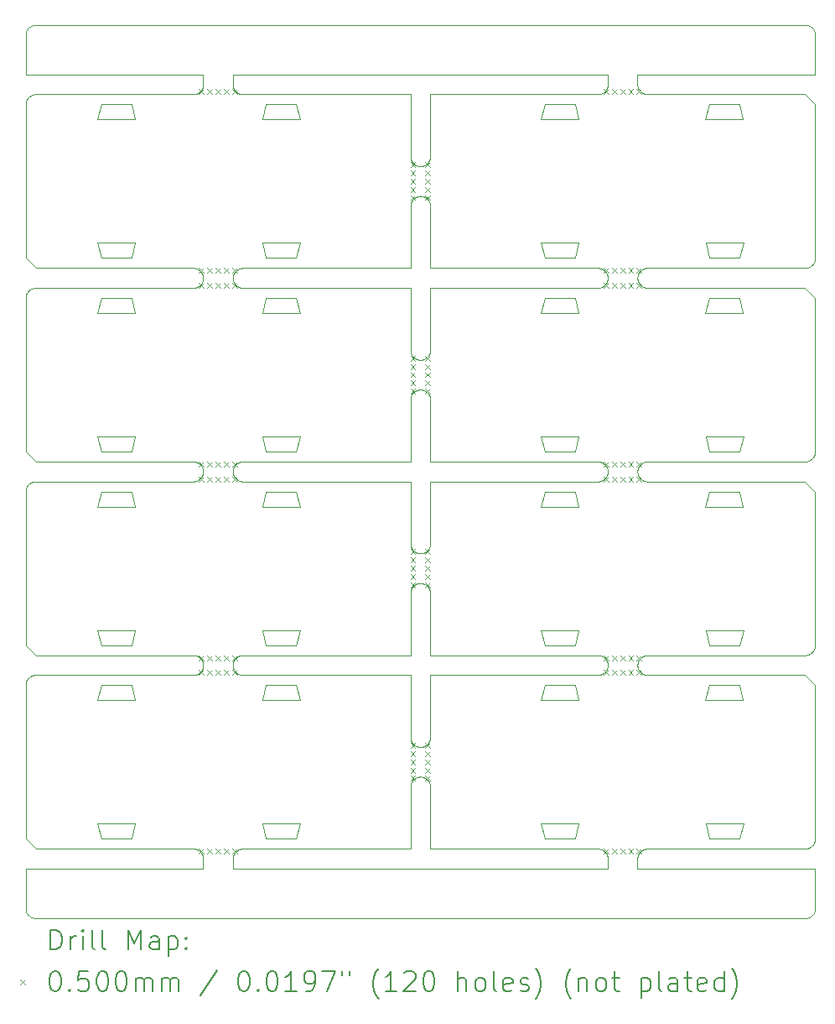
<source format=gbr>
%TF.GenerationSoftware,KiCad,Pcbnew,(6.0.10)*%
%TF.CreationDate,2023-02-03T22:18:13+05:30*%
%TF.ProjectId,Diplexer Panel,4469706c-6578-4657-9220-50616e656c2e,rev?*%
%TF.SameCoordinates,Original*%
%TF.FileFunction,Drillmap*%
%TF.FilePolarity,Positive*%
%FSLAX45Y45*%
G04 Gerber Fmt 4.5, Leading zero omitted, Abs format (unit mm)*
G04 Created by KiCad (PCBNEW (6.0.10)) date 2023-02-03 22:18:13*
%MOMM*%
%LPD*%
G01*
G04 APERTURE LIST*
%ADD10C,0.100000*%
%ADD11C,0.200000*%
%ADD12C,0.050000*%
G04 APERTURE END LIST*
D10*
X14826724Y-3423553D02*
X14824325Y-3422948D01*
X17047117Y-8429742D02*
X17047840Y-8427377D01*
X13034819Y-4455068D02*
X13037238Y-4454552D01*
X17079661Y-2677301D02*
X17077783Y-2675721D01*
X14940248Y-7688428D02*
X14941286Y-7690673D01*
X14886864Y-5371857D02*
X14884590Y-5372727D01*
X17087155Y-4635486D02*
X17085122Y-4634077D01*
X14950000Y-3826300D02*
X14950000Y-4452600D01*
X13049543Y-2699729D02*
X13047098Y-2699518D01*
X14848773Y-7331492D02*
X14846300Y-7331431D01*
X14760514Y-5323535D02*
X14759454Y-5321343D01*
X16645573Y-8557769D02*
X16643100Y-8557800D01*
X14750000Y-3826300D02*
X14750030Y-3823826D01*
X14808056Y-3735521D02*
X14810314Y-3734512D01*
X13056900Y-4452600D02*
X14750000Y-4452600D01*
X12978065Y-10348877D02*
X12979599Y-10346961D01*
X10934772Y-2004306D02*
X10925532Y-2007612D01*
X14943194Y-3790038D02*
X14944062Y-3792354D01*
X16715966Y-6436713D02*
X16717638Y-6438536D01*
X17135685Y-4452875D02*
X17138154Y-4452722D01*
X14764448Y-3378077D02*
X14763194Y-3375945D01*
X17135685Y-8557525D02*
X17133221Y-8557311D01*
X18792641Y-6386989D02*
X18796790Y-6383943D01*
X12989312Y-6431498D02*
X12991156Y-6429849D01*
X17044023Y-6518754D02*
X17043718Y-6516300D01*
X17062341Y-4493626D02*
X17063824Y-4491647D01*
X14945626Y-3797048D02*
X14946320Y-3799422D01*
X12616876Y-8537818D02*
X12614878Y-8539277D01*
X17121190Y-10312830D02*
X17123591Y-10312321D01*
X14810883Y-5370932D02*
X14808654Y-5369952D01*
X14898559Y-9271518D02*
X14896382Y-9272693D01*
X10925333Y-2708234D02*
X10920656Y-2710383D01*
X18835028Y-4366385D02*
X18835679Y-4361279D01*
X13007255Y-4465794D02*
X13009417Y-4464592D01*
X12993040Y-4629554D02*
X12991156Y-4627951D01*
X13011608Y-6416044D02*
X13013828Y-6414951D01*
X16712054Y-10337975D02*
X16713811Y-10339689D01*
X12640047Y-10354843D02*
X12641385Y-10356900D01*
X16665181Y-8360268D02*
X16667587Y-8360844D01*
X17087155Y-6422314D02*
X17089222Y-6420955D01*
X14752468Y-7253581D02*
X14751952Y-7251162D01*
X17118613Y-4649556D02*
X17116222Y-4648920D01*
X16738794Y-10381372D02*
X16739478Y-10383729D01*
X12578981Y-6602732D02*
X12576562Y-6603248D01*
X16742177Y-8444245D02*
X16742482Y-8446700D01*
X17111491Y-6410327D02*
X17113848Y-6409574D01*
X10863800Y-4351000D02*
X10965400Y-4452600D01*
X16665010Y-10312830D02*
X16667398Y-10313397D01*
X14913971Y-5355761D02*
X14912081Y-5357296D01*
X12556900Y-4452600D02*
X12559373Y-4452631D01*
X18836200Y-2500000D02*
X18836200Y-2100000D01*
X14870863Y-7633701D02*
X14873276Y-7634247D01*
X12614481Y-2681758D02*
X12612457Y-2683147D01*
X12986189Y-2670711D02*
X12984475Y-2668954D01*
X17048622Y-6472430D02*
X17049461Y-6470103D01*
X16657889Y-6406299D02*
X16660330Y-6406696D01*
X14873276Y-7328753D02*
X14870863Y-7329299D01*
X12973323Y-8512707D02*
X12971990Y-8510623D01*
X12610400Y-10325915D02*
X12612457Y-10327253D01*
X12625854Y-10337975D02*
X12627611Y-10339689D01*
X18824392Y-10957540D02*
X18828588Y-10948668D01*
X12649642Y-8420397D02*
X12650538Y-8422703D01*
X12645092Y-10363260D02*
X12646222Y-10365439D01*
X14812597Y-3419042D02*
X14810314Y-3418088D01*
X12608677Y-6419648D02*
X12610778Y-6420955D01*
X12639093Y-8400842D02*
X12640477Y-8402893D01*
X17085122Y-4634077D02*
X17083124Y-4632618D01*
X10888310Y-4688021D02*
X10885057Y-4692010D01*
X10950015Y-8558972D02*
X10944948Y-8559880D01*
X17097809Y-6416044D02*
X17100028Y-6414951D01*
X16692745Y-8370994D02*
X16694877Y-8372248D01*
X10930114Y-6611524D02*
X10925333Y-6613434D01*
X16690583Y-6593208D02*
X16688391Y-6594355D01*
X12655977Y-4539045D02*
X12656282Y-4541500D01*
X16696978Y-8373555D02*
X16699045Y-8374914D01*
X10960254Y-6605330D02*
X10955121Y-6605721D01*
X17109411Y-10316246D02*
X17111732Y-10315447D01*
X17065799Y-2663439D02*
X17064265Y-2661523D01*
X17056909Y-4501893D02*
X17058190Y-4499777D01*
X12960252Y-4526925D02*
X12960917Y-4524542D01*
X14831562Y-9282385D02*
X14829136Y-9281899D01*
X10886499Y-10973839D02*
X10893089Y-10981111D01*
X12958614Y-8476238D02*
X12958188Y-8473801D01*
X14940248Y-7274572D02*
X14939155Y-7276791D01*
X17083124Y-6585218D02*
X17081163Y-6583710D01*
X14949725Y-7238915D02*
X14949511Y-7241379D01*
X12973323Y-6560107D02*
X12971990Y-6558023D01*
X12588508Y-8362927D02*
X12590846Y-8363738D01*
X14750122Y-7726554D02*
X14750275Y-7724085D01*
X16710688Y-8384098D02*
X16712490Y-8385793D01*
X12656148Y-10398159D02*
X12656418Y-10400598D01*
X14753680Y-9210978D02*
X14753044Y-9208587D01*
X14946320Y-7704622D02*
X14946956Y-7707013D01*
X14850007Y-5378907D02*
X14850000Y-5379514D01*
X13011939Y-2689322D02*
X13009760Y-2688192D01*
X17044815Y-8476238D02*
X17044388Y-8473801D01*
X16741385Y-6523638D02*
X16740899Y-6526063D01*
X16679089Y-2693299D02*
X16676789Y-2694154D01*
X14904907Y-3409877D02*
X14902823Y-3411210D01*
X16739478Y-10383729D02*
X16740103Y-10386102D01*
X12602191Y-8546955D02*
X12599972Y-8548048D01*
X14860946Y-5378299D02*
X14858522Y-5378536D01*
X14861100Y-7632118D02*
X14863554Y-7632423D01*
X10965400Y-2700000D02*
X10960254Y-2700130D01*
X12610778Y-6420955D02*
X12612845Y-6422314D01*
X16677046Y-8551862D02*
X16674708Y-8552673D01*
X10875608Y-10957540D02*
X10880653Y-10965957D01*
X16743107Y-6505207D02*
X16743092Y-6506427D01*
X16737578Y-4585370D02*
X16736738Y-4587697D01*
X12993461Y-2677301D02*
X12991583Y-2675721D01*
X17121019Y-8360268D02*
X17123438Y-8359752D01*
X14896382Y-9595507D02*
X14898559Y-9596682D01*
X14924480Y-5712171D02*
X14926083Y-5714005D01*
X12656892Y-8456573D02*
X12656907Y-8457793D01*
X17058190Y-6558023D02*
X17056909Y-6555907D01*
X14895730Y-5689969D02*
X14897882Y-5691109D01*
X16700681Y-2681758D02*
X16698657Y-2683147D01*
X12963261Y-4517503D02*
X12964158Y-4515197D01*
X12569238Y-4651836D02*
X12566779Y-4652111D01*
X17116222Y-8554120D02*
X17113848Y-8553426D01*
X14949511Y-3336179D02*
X14949236Y-3338638D01*
X12653903Y-2624298D02*
X12653278Y-2626671D01*
X14945626Y-7260752D02*
X14944873Y-7263108D01*
X14801441Y-7644081D02*
X14803618Y-7642907D01*
X17053387Y-6549376D02*
X17052322Y-6547144D01*
X14949881Y-5283768D02*
X14949733Y-5286199D01*
X16681368Y-2692388D02*
X16679089Y-2693299D01*
X17113848Y-6600826D02*
X17111491Y-6600073D01*
X12625854Y-2672425D02*
X12624056Y-2674095D01*
X12583778Y-6408880D02*
X12586152Y-6409574D01*
X14760844Y-9638809D02*
X14761992Y-9636617D01*
X14750764Y-3338638D02*
X14750489Y-3336179D01*
X17091690Y-10324627D02*
X17093810Y-10323391D01*
X17043168Y-8461500D02*
X17043108Y-8459027D01*
X17066936Y-6440400D02*
X17068562Y-6438536D01*
X12571689Y-8556700D02*
X12569238Y-8557036D01*
X10950015Y-6606372D02*
X10944948Y-6607280D01*
X14761992Y-7684017D02*
X14763194Y-7681855D01*
X16655341Y-10311152D02*
X16657773Y-10311482D01*
X12958821Y-10390891D02*
X12959330Y-10388490D01*
X16729290Y-6555907D02*
X16728010Y-6558023D01*
X14904162Y-5362962D02*
X14902099Y-5364256D01*
X14885097Y-9590461D02*
X14887403Y-9591358D01*
X12999319Y-10328642D02*
X13001343Y-10327253D01*
X14772359Y-5341923D02*
X14770848Y-5340014D01*
X10863800Y-6303600D02*
X10965400Y-6405200D01*
X14948934Y-5764341D02*
X14949260Y-5766754D01*
X12636176Y-8396847D02*
X12637659Y-8398826D01*
X12989312Y-4626301D02*
X12987510Y-4624607D01*
X14817230Y-9589622D02*
X14819577Y-9588840D01*
X14751952Y-9203762D02*
X14751496Y-9201331D01*
X17056909Y-8407093D02*
X17058190Y-8404977D01*
X17123591Y-10312321D02*
X17126004Y-10311872D01*
X16688391Y-6594355D02*
X16686172Y-6595448D01*
X14764011Y-5329948D02*
X14762793Y-5327839D01*
X12656282Y-6494100D02*
X12656526Y-6496562D01*
X17102273Y-6413914D02*
X17104544Y-6412932D01*
X16686172Y-8548048D02*
X16683927Y-8549086D01*
X12650538Y-8422703D02*
X12651378Y-8425030D01*
X17057327Y-2651410D02*
X17056091Y-2649290D01*
X12645493Y-8411418D02*
X12646613Y-8413624D01*
X16735842Y-4590003D02*
X16734888Y-4592285D01*
X14887403Y-9276842D02*
X14885097Y-9277739D01*
X13049485Y-6405475D02*
X13051954Y-6405322D01*
X16738053Y-2631368D02*
X16737254Y-2633689D01*
X12616876Y-4632618D02*
X12614878Y-4634077D01*
X17059523Y-4497693D02*
X17060906Y-4495642D01*
X17125869Y-4454096D02*
X17128311Y-4453700D01*
X14870863Y-3424099D02*
X14868438Y-3424585D01*
X17054507Y-8504182D02*
X17053387Y-8501976D01*
X14914799Y-3750135D02*
X14916664Y-3751762D01*
X14891944Y-7640721D02*
X14894176Y-7641787D01*
X14948048Y-3806638D02*
X14948504Y-3809069D01*
X12956968Y-4556300D02*
X12956907Y-4553827D01*
X16645554Y-10310430D02*
X16648007Y-10310520D01*
X16648046Y-6605078D02*
X16645573Y-6605169D01*
X12566779Y-4453089D02*
X12569238Y-4453364D01*
X12956900Y-2500614D02*
X12956892Y-2500007D01*
X16733499Y-10367644D02*
X16734521Y-10369876D01*
X14827062Y-5376234D02*
X14824699Y-5375646D01*
X17050358Y-4515197D02*
X17051312Y-4512915D01*
X14875675Y-3729652D02*
X14878058Y-3730317D01*
X12645493Y-6551582D02*
X12644318Y-6553759D01*
X13251400Y-8811800D02*
X13251400Y-8811800D01*
X12980735Y-4617400D02*
X12979156Y-4615496D01*
X14934245Y-3772422D02*
X14935552Y-3774523D01*
X14799293Y-9597909D02*
X14801441Y-9596682D01*
X14822351Y-5375002D02*
X14820019Y-5374300D01*
X16677046Y-6599262D02*
X16674708Y-6600073D01*
X12606545Y-8370994D02*
X12608677Y-8372248D01*
X14940248Y-9227172D02*
X14939155Y-9229391D01*
X14950000Y-9684100D02*
X14950000Y-10310400D01*
X14949236Y-9196438D02*
X14948900Y-9198889D01*
X12656831Y-4556300D02*
X12656709Y-4558771D01*
X18744879Y-8357279D02*
X18749985Y-8356628D01*
X16733878Y-8415856D02*
X16734888Y-8418115D01*
X14943194Y-9220362D02*
X14942268Y-9222656D01*
X17128427Y-10311482D02*
X17130859Y-10311152D01*
X12586152Y-6600826D02*
X12583778Y-6601520D01*
X12581387Y-4649556D02*
X12578981Y-4650132D01*
X17060906Y-6562158D02*
X17059523Y-6560107D01*
X17069005Y-2667156D02*
X17067379Y-2665317D01*
X16067600Y-6151200D02*
X16448600Y-6151200D01*
X10867043Y-8633934D02*
X10865880Y-8638948D01*
X12656892Y-8459027D02*
X12656831Y-8461500D01*
X17052322Y-6463256D02*
X17053387Y-6461023D01*
X12571689Y-6406299D02*
X12574130Y-6406696D01*
X18811690Y-10274979D02*
X18814943Y-10270990D01*
X14863554Y-9585023D02*
X14866001Y-9585388D01*
X10920656Y-2710383D02*
X10916093Y-2712766D01*
X14916664Y-3751762D02*
X14918487Y-3753433D01*
X18828588Y-10948668D02*
X18831894Y-10939428D01*
X17070234Y-6573687D02*
X17068562Y-6571864D01*
X10934772Y-2004306D02*
X10934772Y-2004306D01*
X13016073Y-4643886D02*
X13013828Y-4642848D01*
X17731300Y-4198600D02*
X18112300Y-4198600D01*
X14923701Y-7663912D02*
X14925351Y-7665756D01*
X14928510Y-9622163D02*
X14930018Y-9624124D01*
X14947049Y-5303012D02*
X14946434Y-5305368D01*
X14941286Y-7690673D02*
X14942268Y-7692944D01*
X18734600Y-4652600D02*
X17143100Y-4652600D01*
X14941286Y-3785473D02*
X14942268Y-3787744D01*
X14824325Y-3422948D02*
X14821942Y-3422283D01*
X13016376Y-10318979D02*
X13018632Y-10318012D01*
X17728760Y-6859200D02*
X17728760Y-6859200D01*
X18835028Y-8271585D02*
X18835679Y-8266479D01*
X16733878Y-4510656D02*
X16734888Y-4512915D01*
X12634644Y-4615496D02*
X12633064Y-4617400D01*
X16665181Y-4650132D02*
X16662762Y-4650648D01*
X14773046Y-7295360D02*
X14771490Y-7293437D01*
X14771490Y-9622163D02*
X14773046Y-9620240D01*
X14804270Y-5367831D02*
X14802118Y-5366691D01*
X12657514Y-4552600D02*
X12657514Y-4552600D01*
X14781513Y-7304366D02*
X14779731Y-7302650D01*
X10865880Y-6686348D02*
X10864972Y-6691415D01*
X16645573Y-4452631D02*
X16648046Y-4452722D01*
X10916660Y-2011808D02*
X10908243Y-2016853D01*
X14923701Y-9616512D02*
X14925351Y-9618356D01*
X14750474Y-5288625D02*
X14750267Y-5286199D01*
X17050712Y-10372132D02*
X17051679Y-10369876D01*
X13027648Y-6600826D02*
X13025291Y-6600073D01*
X12583778Y-6601520D02*
X12581387Y-6602156D01*
X17052322Y-4510656D02*
X17053387Y-4508424D01*
X12656526Y-4561238D02*
X12656282Y-4563700D01*
X12963601Y-10374410D02*
X12964512Y-10372132D01*
X12652883Y-6477142D02*
X12653548Y-6479525D01*
X17055682Y-8506359D02*
X17054507Y-8504182D01*
X18791757Y-2016853D02*
X18783340Y-2011808D01*
X17046452Y-6530875D02*
X17045847Y-6528476D01*
X18806911Y-2029289D02*
X18799639Y-2022699D01*
X16699045Y-6588086D02*
X16696978Y-6589445D01*
X14850007Y-5678892D02*
X14851227Y-5678907D01*
X12957518Y-6494100D02*
X12957823Y-6491645D01*
X16737254Y-2633689D02*
X16736399Y-2635990D01*
X16667587Y-4455644D02*
X16669978Y-4456280D01*
X10891761Y-6636801D02*
X10888310Y-6640620D01*
X14877649Y-5682798D02*
X14879981Y-5683500D01*
X18779344Y-8347417D02*
X18783907Y-8345034D01*
X12970709Y-4603307D02*
X12969481Y-4601159D01*
X14768523Y-7673522D02*
X14769982Y-7671524D01*
X12960252Y-6479525D02*
X12960917Y-6477142D01*
X14793042Y-9601906D02*
X14795092Y-9600523D01*
X16735842Y-4515197D02*
X16736738Y-4517503D01*
X14925351Y-9618356D02*
X14926954Y-9620240D01*
X12578981Y-8360268D02*
X12581387Y-8360844D01*
X17081163Y-8536310D02*
X17079240Y-8534754D01*
X14805823Y-9594387D02*
X14808056Y-9593322D01*
X10908243Y-10993547D02*
X10916660Y-10998592D01*
X14944062Y-3360246D02*
X14943194Y-3362562D01*
X12656779Y-2604907D02*
X12656629Y-2607356D01*
X12618837Y-6426690D02*
X12620760Y-6428246D01*
X14761992Y-3373783D02*
X14760844Y-3371591D01*
X18796790Y-10289143D02*
X18800779Y-10285890D01*
X14906958Y-3408493D02*
X14904907Y-3409877D01*
X17091690Y-2685773D02*
X17089600Y-2684485D01*
X14947608Y-5300642D02*
X14947049Y-5303012D01*
X12571573Y-10311482D02*
X12573996Y-10311872D01*
X10864321Y-6696521D02*
X10863930Y-6701654D01*
X12957982Y-2614673D02*
X12957652Y-2612241D01*
X17051312Y-6544885D02*
X17050358Y-6542603D01*
X12964158Y-6542603D02*
X12963261Y-6540297D01*
X14950000Y-5778900D02*
X14950000Y-6405200D01*
X12578810Y-10312830D02*
X12581198Y-10313397D01*
X13027871Y-2695694D02*
X13025532Y-2694953D01*
X12616876Y-4472582D02*
X12618837Y-4474090D01*
X12653278Y-2626671D02*
X12652594Y-2629028D01*
X12559373Y-8557769D02*
X12556900Y-8557800D01*
X14943402Y-5743179D02*
X14944244Y-5745464D01*
X17138193Y-2699880D02*
X17135744Y-2699729D01*
X17073710Y-4624607D02*
X17071950Y-4622869D01*
X14826724Y-7634247D02*
X14829136Y-7633701D01*
X16743107Y-6505192D02*
X16743714Y-6505200D01*
X16725293Y-4495642D02*
X16726677Y-4497693D01*
X16696600Y-10325915D02*
X16698657Y-10327253D01*
X10920656Y-4662983D02*
X10916093Y-4665366D01*
X14764011Y-5727852D02*
X14765279Y-5725773D01*
X14849992Y-3426307D02*
X14848773Y-3426292D01*
X14817705Y-5684258D02*
X14820019Y-5683500D01*
X16736738Y-6540297D02*
X16735842Y-6542603D01*
X14763194Y-7281145D02*
X14761992Y-7278983D01*
X13018632Y-2692388D02*
X13016376Y-2691421D01*
X12962422Y-8490570D02*
X12961640Y-8488223D01*
X14765279Y-5725773D02*
X14766598Y-5723726D01*
X12595456Y-8550068D02*
X12593162Y-8550994D01*
X17123438Y-6407152D02*
X17125869Y-6406696D01*
X14777993Y-9253490D02*
X14776298Y-9251688D01*
X14868438Y-7329785D02*
X14866001Y-7330211D01*
X14948048Y-9664438D02*
X14948504Y-9666869D01*
X14878058Y-7327483D02*
X14875675Y-7328148D01*
X17075512Y-6578901D02*
X17073710Y-6577207D01*
X14769982Y-9244076D02*
X14768523Y-9242078D01*
X14853700Y-3726368D02*
X14856171Y-3726490D01*
X17043108Y-8459027D02*
X17043093Y-8457807D01*
X16735842Y-6467797D02*
X16736738Y-6470103D01*
X13051954Y-8557678D02*
X13049485Y-8557525D01*
X12641810Y-6452377D02*
X12643090Y-6454493D01*
X14948551Y-5295864D02*
X14948108Y-5298259D01*
X17083124Y-6425182D02*
X17085122Y-6423723D01*
X17043168Y-4556300D02*
X17043108Y-4553827D01*
X17045301Y-4531736D02*
X17045847Y-4529324D01*
X14891944Y-9593322D02*
X14894176Y-9594387D01*
X17045301Y-8436936D02*
X17045847Y-8434524D01*
X12987510Y-4480593D02*
X12989312Y-4478899D01*
X18744879Y-10309879D02*
X18749985Y-10309228D01*
X14948048Y-3345962D02*
X14947532Y-3348381D01*
X17043582Y-2609802D02*
X17043371Y-2607356D01*
X13020638Y-6412006D02*
X13022954Y-6411138D01*
X14756806Y-7695238D02*
X14757732Y-7692944D01*
X14934245Y-3380178D02*
X14932886Y-3382245D01*
X12634644Y-8394904D02*
X12636176Y-8396847D01*
X18791757Y-10993547D02*
X18799639Y-10987701D01*
X18831541Y-4381415D02*
X18832957Y-4376466D01*
X14948048Y-7711838D02*
X14948504Y-7714269D01*
X17070675Y-2668954D02*
X17069005Y-2667156D01*
X10900361Y-10987701D02*
X10908243Y-10993547D01*
X16742909Y-8451629D02*
X16743031Y-8454100D01*
X12645493Y-4506218D02*
X12646613Y-4508424D01*
X14750764Y-9671762D02*
X14751099Y-9669311D01*
X17045847Y-8481076D02*
X17045301Y-8478664D01*
X16660196Y-2698528D02*
X16657773Y-2698918D01*
X14878058Y-9588117D02*
X14880423Y-9588840D01*
X14836445Y-9585023D02*
X14838900Y-9584718D01*
X16703076Y-8377782D02*
X16705037Y-8379290D01*
X17059523Y-8512707D02*
X17058190Y-8510623D01*
X17055682Y-4504041D02*
X17056909Y-4501893D01*
X12958372Y-2617096D02*
X12957982Y-2614673D01*
X12574130Y-8556304D02*
X12571689Y-8556700D01*
X14882770Y-9589622D02*
X14885097Y-9590461D01*
X11628340Y-4351000D02*
X11590240Y-4198600D01*
X18806911Y-10981111D02*
X18813501Y-10973839D01*
X10903210Y-6626457D02*
X10899221Y-6629710D01*
X17113848Y-4648226D02*
X17111491Y-4647473D01*
X16650456Y-2699729D02*
X16648007Y-2699880D01*
X14850000Y-3725686D02*
X14850000Y-3725686D01*
X12647678Y-4510656D02*
X12648688Y-4512915D01*
X14765279Y-5332027D02*
X14764011Y-5329948D01*
X14932886Y-7675555D02*
X14934245Y-7677622D01*
X17043291Y-4546429D02*
X17043474Y-4543962D01*
X12618423Y-2678835D02*
X12616470Y-2680321D01*
X18836200Y-4351000D02*
X18836200Y-2801600D01*
X16410500Y-4351000D02*
X16105700Y-4351000D01*
X14884590Y-5372727D02*
X14882295Y-5373542D01*
X14946320Y-3353178D02*
X14945626Y-3355552D01*
X12564315Y-4652325D02*
X12561846Y-4652478D01*
X12655977Y-8471355D02*
X12655611Y-8473801D01*
X10874183Y-2756856D02*
X10872034Y-2761533D01*
X12980735Y-6440400D02*
X12982362Y-6438536D01*
X12648688Y-6465514D02*
X12649642Y-6467797D01*
X12649288Y-2638268D02*
X12648321Y-2640524D01*
X16743107Y-8457807D02*
X16743092Y-8459027D01*
X14801441Y-9271518D02*
X14799293Y-9270291D01*
X14772359Y-5715877D02*
X14773917Y-5714005D01*
X13049485Y-6604925D02*
X13047021Y-6604711D01*
X13632400Y-6151200D02*
X13594300Y-6303600D01*
X14900005Y-5692301D02*
X14902099Y-5693544D01*
X12631438Y-4619264D02*
X12629766Y-4621087D01*
X14826724Y-7328753D02*
X14824325Y-7328148D01*
X17731300Y-6151200D02*
X18112300Y-6151200D01*
X13016073Y-4461314D02*
X13018344Y-4460332D01*
X17118613Y-8360844D02*
X17121019Y-8360268D01*
X16067600Y-6859200D02*
X16105700Y-6706800D01*
X17097809Y-4463445D02*
X17100028Y-4462352D01*
X12960917Y-6477142D02*
X12961640Y-6474777D01*
X17053387Y-8501976D02*
X17052322Y-8499744D01*
X14806449Y-5688882D02*
X14808654Y-5687848D01*
X14846338Y-5378833D02*
X14843906Y-5378714D01*
X16735488Y-2638268D02*
X16734521Y-2640524D01*
X18813501Y-2036561D02*
X18806911Y-2029289D01*
X16743100Y-10410400D02*
X16743100Y-10509786D01*
X17043130Y-2602454D02*
X17043100Y-2600000D01*
X16655438Y-4453364D02*
X16657889Y-4453700D01*
X14935552Y-7283277D02*
X14934245Y-7285378D01*
X13014144Y-10320001D02*
X13016376Y-10318979D01*
X14927640Y-5341923D02*
X14926083Y-5343795D01*
X10930114Y-8564124D02*
X10925333Y-8566034D01*
X16688391Y-4463445D02*
X16690583Y-4464592D01*
X12970709Y-4501893D02*
X12971990Y-4499777D01*
X16710688Y-4478899D02*
X16712490Y-4480593D01*
X17058615Y-2653500D02*
X17057327Y-2651410D01*
X14797177Y-7646590D02*
X14799293Y-7645309D01*
X12991583Y-2675721D02*
X12989744Y-2674095D01*
X18739746Y-10310270D02*
X18744879Y-10309879D01*
X14878058Y-9280083D02*
X14875675Y-9280748D01*
X14910153Y-5699015D02*
X14912081Y-5700504D01*
X14824699Y-5682154D02*
X14827062Y-5681566D01*
X14891944Y-3417078D02*
X14889685Y-3418088D01*
X12959897Y-2624298D02*
X12959330Y-2621910D01*
X16726677Y-8402893D02*
X16728010Y-8404977D01*
X12991156Y-6580551D02*
X12989312Y-6578901D01*
X17085122Y-6586677D02*
X17083124Y-6585218D01*
X10865880Y-2781148D02*
X10864972Y-2786215D01*
X14932033Y-5336088D02*
X14930617Y-5338069D01*
X18819347Y-2044443D02*
X18813501Y-2036561D01*
X12652160Y-6535623D02*
X12651378Y-6537970D01*
X14922007Y-9253490D02*
X14920268Y-9255250D01*
X12595456Y-6412932D02*
X12597727Y-6413914D01*
X14850000Y-5678286D02*
X14850007Y-5678892D01*
X17113848Y-8362174D02*
X17116222Y-8361480D01*
X14752468Y-7709419D02*
X14753044Y-7707013D01*
X14863554Y-9283177D02*
X14861100Y-9283482D01*
X10888310Y-6640620D02*
X10885057Y-6644610D01*
X14891944Y-9274878D02*
X14889685Y-9275888D01*
X17051312Y-4592285D02*
X17050358Y-4590003D01*
X14797177Y-7316410D02*
X14795092Y-7315077D01*
X13032413Y-6408244D02*
X13034819Y-6407668D01*
X14801441Y-3413718D02*
X14799293Y-3412490D01*
X14902099Y-5364256D02*
X14900005Y-5365499D01*
X16730109Y-2649290D02*
X16728873Y-2651410D01*
X12583778Y-8554120D02*
X12581387Y-8554756D01*
X13020638Y-4645794D02*
X13018344Y-4644868D01*
X17050712Y-2638268D02*
X17049801Y-2635990D01*
X12956907Y-6503973D02*
X12956968Y-6501500D01*
X18817990Y-10266841D02*
X18820822Y-10262543D01*
X16657773Y-10311482D02*
X16660196Y-10311872D01*
X17125869Y-6603704D02*
X17123438Y-6603248D01*
X18112300Y-4198600D02*
X18112300Y-4198600D01*
X17140626Y-4652569D02*
X17138154Y-4652478D01*
X10888310Y-2735421D02*
X10885057Y-2739410D01*
X14849992Y-9584093D02*
X14850000Y-9583486D01*
X16410500Y-6706800D02*
X16448600Y-6859200D01*
X12628050Y-6575468D02*
X12626290Y-6577207D01*
X14776298Y-3393888D02*
X14774649Y-3392044D01*
X12645493Y-6458818D02*
X12646613Y-6461023D01*
X18811690Y-8322379D02*
X18814943Y-8318390D01*
X17118613Y-8554756D02*
X17116222Y-8554120D01*
X13056900Y-10310400D02*
X14750000Y-10310400D01*
X12994963Y-4631110D02*
X12993040Y-4629554D01*
X16655438Y-6405964D02*
X16657889Y-6406299D01*
X16704623Y-10331565D02*
X16706539Y-10333099D01*
X13032413Y-4649556D02*
X13030022Y-4648920D01*
X16681656Y-4644868D02*
X16679362Y-4645794D01*
X17044815Y-6486762D02*
X17045301Y-6484336D01*
X12647678Y-4594544D02*
X12646613Y-4596776D01*
X13251400Y-2954000D02*
X13289500Y-2801600D01*
X14856094Y-5679086D02*
X14858522Y-5679264D01*
X17043582Y-10400598D02*
X17043852Y-10398159D01*
X16696978Y-8542045D02*
X16694877Y-8543352D01*
X14939155Y-9229391D02*
X14938008Y-9231583D01*
X13594300Y-4754200D02*
X13632400Y-4906600D01*
X18074200Y-10208800D02*
X17769400Y-10208800D01*
X17113848Y-6409574D02*
X17116222Y-6408880D01*
X16694510Y-10324627D02*
X16696600Y-10325915D01*
X14941286Y-9643273D02*
X14942268Y-9645544D01*
X14863554Y-7330577D02*
X14861100Y-7330882D01*
X14829136Y-7329299D02*
X14826724Y-7328753D01*
X12956892Y-8457807D02*
X12956286Y-8457800D01*
X17133298Y-2699518D02*
X17130859Y-2699248D01*
X16667587Y-8554756D02*
X16665181Y-8555332D01*
X16665181Y-6602732D02*
X16662762Y-6603248D01*
X17043718Y-8446700D02*
X17044023Y-8444245D01*
X18823434Y-10258107D02*
X18825817Y-10253544D01*
X12581387Y-4455644D02*
X12583778Y-4456280D01*
X11587700Y-2954000D02*
X11625800Y-2801600D01*
X16706960Y-8380846D02*
X16708844Y-8382449D01*
X14758714Y-9224927D02*
X14757732Y-9222656D01*
X14821942Y-7327483D02*
X14819577Y-7326760D01*
X14898559Y-9596682D02*
X14900707Y-9597909D01*
X14769982Y-7291476D02*
X14768523Y-7289478D01*
X12629766Y-6573687D02*
X12628050Y-6575468D01*
X12960252Y-8432125D02*
X12960917Y-8429742D01*
X12636176Y-6566153D02*
X12634644Y-6568096D01*
X18832957Y-8281666D02*
X18834120Y-8276652D01*
X12957090Y-4546429D02*
X12957274Y-4543962D01*
X11933140Y-10208800D02*
X11933140Y-10208800D01*
X12556900Y-2700000D02*
X10965400Y-2700000D01*
X14758714Y-9643273D02*
X14759751Y-9641028D01*
X12633064Y-8522600D02*
X12631438Y-8524464D01*
X12968307Y-6458818D02*
X12969481Y-6456641D01*
X14777167Y-5710378D02*
X14778857Y-5708624D01*
X17095617Y-8369792D02*
X17097809Y-8368644D01*
X10965400Y-4652600D02*
X10960254Y-4652730D01*
X16739083Y-6477142D02*
X16739748Y-6479525D01*
X16674708Y-4457727D02*
X16677046Y-4458538D01*
X14829136Y-9281899D02*
X14826724Y-9281353D01*
X14756806Y-9647838D02*
X14757732Y-9645544D01*
X12656629Y-2607356D02*
X12656418Y-2609802D01*
X12961640Y-8488223D02*
X12960917Y-8485858D01*
X17121019Y-6602732D02*
X17118613Y-6602156D01*
X14774649Y-9249844D02*
X14773046Y-9247960D01*
X13009417Y-6417192D02*
X13011608Y-6416044D01*
X13020910Y-10317101D02*
X13023211Y-10316246D01*
X14797177Y-3741390D02*
X14799293Y-3740109D01*
X14774649Y-3760556D02*
X14776298Y-3758712D01*
X17058190Y-4605423D02*
X17056909Y-4603307D01*
X14829136Y-3424099D02*
X14826724Y-3423553D01*
X12655611Y-6489199D02*
X12655977Y-6491645D01*
X12614878Y-4634077D02*
X12612845Y-4635486D01*
X12620760Y-8534754D02*
X12618837Y-8536310D01*
X12979599Y-2663439D02*
X12978065Y-2661523D01*
X14791026Y-3407059D02*
X14789047Y-3405576D01*
X13011608Y-4463445D02*
X13013828Y-4462352D01*
X12995377Y-10331565D02*
X12997330Y-10330079D01*
X13005123Y-6419648D02*
X13007255Y-6418394D01*
X16740103Y-10386102D02*
X16740670Y-10388490D01*
X16702670Y-2680321D02*
X16700681Y-2681758D01*
X12606545Y-8544606D02*
X12604383Y-8545808D01*
X17043093Y-4552607D02*
X17042486Y-4552600D01*
X13632400Y-2954000D02*
X13632400Y-2954000D01*
X16741628Y-10393304D02*
X16742018Y-10395727D01*
X12590846Y-6411138D02*
X12593162Y-6412006D01*
X12604383Y-6417192D02*
X12606545Y-6418394D01*
X12969891Y-2649290D02*
X12968708Y-2647140D01*
X17042486Y-2500000D02*
X18836200Y-2500000D01*
X12588268Y-10315447D02*
X12590589Y-10316246D01*
X14949260Y-5291046D02*
X14948934Y-5293459D01*
X12590589Y-10316246D02*
X12592889Y-10317101D01*
X18739746Y-6405069D02*
X18744879Y-6404679D01*
X11590240Y-6151200D02*
X11971240Y-6151200D01*
X14939486Y-5323535D02*
X14938372Y-5325701D01*
X12597727Y-8549086D02*
X12595456Y-8550068D01*
X12968307Y-6551582D02*
X12967187Y-6549376D01*
X14750122Y-9679154D02*
X14750275Y-9676685D01*
X12653548Y-4578275D02*
X12652883Y-4580658D01*
X12998922Y-4471123D02*
X13000955Y-4469714D01*
X16722376Y-6444247D02*
X16723859Y-6446226D01*
X10903210Y-4673857D02*
X10899221Y-4677110D01*
X18808239Y-10278799D02*
X18811690Y-10274979D01*
X17043291Y-6499029D02*
X17043474Y-6496562D01*
X16648046Y-6405322D02*
X16650515Y-6405475D01*
X14833999Y-7330211D02*
X14831562Y-7329785D01*
X18834120Y-6324052D02*
X18835028Y-6318985D01*
X12633064Y-6440400D02*
X12634644Y-6442304D01*
X14949511Y-9193979D02*
X14949236Y-9196438D01*
X12996924Y-4632618D02*
X12994963Y-4631110D01*
X12959647Y-8434524D02*
X12960252Y-8432125D01*
X16726677Y-8512707D02*
X16725293Y-8514758D01*
X10955121Y-6605721D02*
X10950015Y-6606372D01*
X14785200Y-3402464D02*
X14783336Y-3400838D01*
X10944948Y-8559880D02*
X10939934Y-8561043D01*
X14898559Y-3738881D02*
X14900707Y-3740109D01*
X14928510Y-3764363D02*
X14930018Y-3766324D01*
X12656526Y-4543962D02*
X12656709Y-4546429D01*
X14925351Y-7665756D02*
X14926954Y-7667640D01*
X13594300Y-10208800D02*
X13289500Y-10208800D01*
X12639093Y-6562158D02*
X12637659Y-6564174D01*
X16674468Y-10315447D02*
X16676789Y-10316246D01*
X16742909Y-4558771D02*
X16742726Y-4561238D01*
X12651378Y-4519830D02*
X12652160Y-4522177D01*
X12967577Y-2644961D02*
X12966501Y-2642756D01*
X10944948Y-4654680D02*
X10939934Y-4655843D01*
X12986189Y-10339689D02*
X12987946Y-10337975D01*
X14753044Y-3350787D02*
X14752468Y-3348381D01*
X14759751Y-9227172D02*
X14758714Y-9224927D01*
X17089222Y-4468355D02*
X17091323Y-4467048D01*
X14820019Y-5374300D02*
X14817705Y-5373542D01*
X14839054Y-5679501D02*
X14841477Y-5679264D01*
X17128427Y-2698918D02*
X17126004Y-2698528D01*
X17063824Y-6444247D02*
X17065356Y-6442304D01*
X17097809Y-4641755D02*
X17095617Y-4640608D01*
X16648046Y-4652478D02*
X16645573Y-4652569D01*
X17070234Y-8526287D02*
X17068562Y-8524464D01*
X12956892Y-6505192D02*
X12956907Y-6503973D01*
X14753680Y-9657222D02*
X14754374Y-9654848D01*
X10888310Y-8593221D02*
X10885057Y-8597210D01*
X14838900Y-3425682D02*
X14836445Y-3425377D01*
X16706539Y-2677301D02*
X16704623Y-2678835D01*
X12574130Y-6406696D02*
X12576562Y-6407152D01*
X16652979Y-4652111D02*
X16650515Y-4652325D01*
X16650515Y-8358075D02*
X16652979Y-8358289D01*
X14829439Y-5681037D02*
X14831828Y-5680565D01*
X14939155Y-7276791D02*
X14938008Y-7278983D01*
X12624488Y-6578901D02*
X12622644Y-6580551D01*
X14750764Y-9196438D02*
X14750489Y-9193979D01*
X18760066Y-10307157D02*
X18765015Y-10305741D01*
X17049461Y-8422703D02*
X17050358Y-8420397D01*
X14831828Y-5680565D02*
X14834228Y-5680152D01*
X12651054Y-10376711D02*
X12651853Y-10379032D01*
X16743107Y-8457793D02*
X16743714Y-8457800D01*
X16679362Y-6412006D02*
X16681656Y-6412932D01*
X16648007Y-2699880D02*
X16645554Y-2699970D01*
X12597727Y-6413914D02*
X12599972Y-6414951D01*
X16741811Y-8441799D02*
X16742177Y-8444245D01*
X14760844Y-7686208D02*
X14761992Y-7684017D01*
X10863800Y-10208800D02*
X10965400Y-10310400D01*
X10879178Y-4700457D02*
X10876566Y-4704893D01*
X14750000Y-7231500D02*
X14750000Y-6605200D01*
X14915824Y-5354181D02*
X14913971Y-5355761D01*
X17053387Y-6461023D02*
X17054507Y-6458818D01*
X16692745Y-4465794D02*
X16694877Y-4467048D01*
X14751892Y-5759541D02*
X14752392Y-5757158D01*
X12652594Y-2629028D02*
X12651853Y-2631368D01*
X12960252Y-4578275D02*
X12959647Y-4575876D01*
X14938008Y-3778817D02*
X14939155Y-3781008D01*
X12624488Y-8531501D02*
X12622644Y-8533151D01*
X10876566Y-2752293D02*
X10874183Y-2756856D01*
X14750030Y-5776465D02*
X14750118Y-5774031D01*
X17087155Y-8374914D02*
X17089222Y-8373555D01*
X18835679Y-4361279D02*
X18836070Y-4356146D01*
X16742177Y-6518754D02*
X16741811Y-6521201D01*
X18800779Y-10285890D02*
X18804599Y-10282439D01*
X12961640Y-4583023D02*
X12960917Y-4580658D01*
X14782362Y-5352556D02*
X14780589Y-5350887D01*
X10939934Y-4655843D02*
X10934985Y-4657259D01*
X16696978Y-6420955D02*
X16699045Y-6422314D01*
X10939934Y-2703243D02*
X10934985Y-2704659D01*
X16732813Y-6461023D02*
X16733878Y-6463256D01*
X16686172Y-6414951D02*
X16688391Y-6416044D01*
X17077356Y-4627951D02*
X17075512Y-4626301D01*
X12993040Y-4475646D02*
X12994963Y-4474090D01*
X16645573Y-6605169D02*
X16643100Y-6605200D01*
X14758447Y-5319126D02*
X14757495Y-5316885D01*
X17058190Y-6452377D02*
X17059523Y-6450292D01*
X16662762Y-6407152D02*
X16665181Y-6407668D01*
X13289500Y-2801600D02*
X13594300Y-2801600D01*
X18814943Y-6365790D02*
X18817990Y-6361641D01*
X16740899Y-8478664D02*
X16740353Y-8481076D01*
X12959897Y-10386102D02*
X12960522Y-10383729D01*
X14908974Y-9264859D02*
X14906958Y-9266294D01*
X12559354Y-2699970D02*
X12556900Y-2700000D01*
X16743031Y-4548900D02*
X16743092Y-4551373D01*
X14947532Y-7709419D02*
X14948048Y-7711838D01*
X12971990Y-8510623D02*
X12970709Y-8508507D01*
X18820822Y-4404743D02*
X18823434Y-4400307D01*
X14799994Y-5692301D02*
X14802118Y-5691109D01*
X10907359Y-8576010D02*
X10903210Y-8579057D01*
X16742482Y-4563700D02*
X16742177Y-4566155D01*
X17049801Y-10374410D02*
X17050712Y-10372132D01*
X14767114Y-3382245D02*
X14765755Y-3380178D01*
X12655611Y-8473801D02*
X12655185Y-8476238D01*
X18734600Y-10310400D02*
X18739746Y-10310270D01*
X14770848Y-5717786D02*
X14772359Y-5715877D01*
X14843906Y-5378714D02*
X14841477Y-5378536D01*
X12633064Y-4617400D02*
X12631438Y-4619264D01*
X16696600Y-2684485D02*
X16694510Y-2685773D01*
X16712490Y-6577207D02*
X16710688Y-6578901D01*
X17047840Y-6474777D02*
X17048622Y-6472430D01*
X14898559Y-7318918D02*
X14896382Y-7320093D01*
X12976140Y-6446226D02*
X12977624Y-6444247D01*
X14853661Y-5678967D02*
X14856094Y-5679086D01*
X18779344Y-4442217D02*
X18783907Y-4439834D01*
X17130762Y-4651836D02*
X17128311Y-4651500D01*
X14846300Y-7331431D02*
X14843829Y-7331309D01*
X14756806Y-9220362D02*
X14755938Y-9218046D01*
X14769383Y-5338069D02*
X14767966Y-5336088D01*
X16667587Y-4649556D02*
X16665181Y-4650132D01*
X14751496Y-3809069D02*
X14751952Y-3806638D01*
X16688061Y-2689322D02*
X16685855Y-2690399D01*
X12959647Y-8481076D02*
X12959101Y-8478664D01*
X14850000Y-9284714D02*
X14849992Y-9284107D01*
X12653548Y-6479525D02*
X12654153Y-6481924D01*
X16652979Y-8557311D02*
X16650515Y-8557525D01*
X12973323Y-4497693D02*
X12974706Y-4495642D01*
X12977624Y-4491647D02*
X12979156Y-4489704D01*
X14948108Y-5759541D02*
X14948551Y-5761936D01*
X16741385Y-4534162D02*
X16741811Y-4536599D01*
X17077356Y-4477249D02*
X17079240Y-4475646D01*
X16672352Y-8362174D02*
X16674708Y-8362927D01*
X14942505Y-5740915D02*
X14943402Y-5743179D01*
X12604040Y-10322208D02*
X12606190Y-10323391D01*
X16674708Y-6410327D02*
X16677046Y-6411138D01*
X11933140Y-10208800D02*
X11628340Y-10208800D01*
X16701078Y-4471123D02*
X16703076Y-4472582D01*
X16712490Y-8529807D02*
X16710688Y-8531501D01*
X14750489Y-9193979D02*
X14750275Y-9191515D01*
X12989312Y-8384098D02*
X12991156Y-8382449D01*
X14751099Y-9198889D02*
X14750764Y-9196438D01*
X12649642Y-6467797D02*
X12650538Y-6470103D01*
X16714250Y-4622869D02*
X16712490Y-4624607D01*
X12635735Y-2661523D02*
X12634201Y-2663439D01*
X16692745Y-6592006D02*
X16690583Y-6593208D01*
X14925351Y-3760556D02*
X14926954Y-3762440D01*
X12656709Y-6511371D02*
X12656526Y-6513838D01*
X14916664Y-9258638D02*
X14914799Y-9260264D01*
X14776298Y-9251688D02*
X14774649Y-9249844D01*
X12578981Y-4650132D02*
X12576562Y-4650648D01*
X12622644Y-4477249D02*
X12624488Y-4478899D01*
X12991156Y-6429849D02*
X12993040Y-6428246D01*
X17769400Y-4351000D02*
X17731300Y-4198600D01*
X17054507Y-8411418D02*
X17055682Y-8409241D01*
X13594300Y-4351000D02*
X13594300Y-4351000D01*
X17067379Y-2665317D02*
X17065799Y-2663439D01*
X16742829Y-10403044D02*
X16742979Y-10405493D01*
X17043093Y-4552593D02*
X17043108Y-4551373D01*
X17047840Y-4522177D02*
X17048622Y-4519830D01*
X16740353Y-8434524D02*
X16740899Y-8436936D01*
X12556900Y-6605200D02*
X10965400Y-6605200D01*
X16667398Y-10313397D02*
X16669771Y-10314022D01*
X16733878Y-6463256D02*
X16734888Y-6465514D01*
X14799293Y-3740109D02*
X14801441Y-3738881D01*
X14943194Y-9647838D02*
X14944062Y-9650154D01*
X14935552Y-3378077D02*
X14934245Y-3380178D01*
X12977624Y-8518753D02*
X12976140Y-8516774D01*
X16652902Y-10310882D02*
X16655341Y-10311152D01*
X17071950Y-6575468D02*
X17070234Y-6573687D01*
X10868459Y-2771185D02*
X10867043Y-2776134D01*
X12588508Y-6600073D02*
X12586152Y-6600826D01*
X12962745Y-10376711D02*
X12963601Y-10374410D01*
X12956892Y-4552607D02*
X12956286Y-4552600D01*
X12616876Y-6425182D02*
X12618837Y-6426690D01*
X14949526Y-5288625D02*
X14949260Y-5291046D01*
X12650538Y-6540297D02*
X12649642Y-6542603D01*
X16717638Y-4619264D02*
X16715966Y-4621087D01*
X12588508Y-4457727D02*
X12590846Y-4458538D01*
X12653903Y-10386102D02*
X12654470Y-10388490D01*
X16720844Y-8520696D02*
X16719264Y-8522600D01*
X14926083Y-5714005D02*
X14927640Y-5715877D01*
X12960917Y-8485858D02*
X12960252Y-8483475D01*
X14949236Y-3338638D02*
X14948900Y-3341089D01*
X17048946Y-10376711D02*
X17049801Y-10374410D01*
X10925532Y-11002788D02*
X10934772Y-11006094D01*
X14791026Y-9603341D02*
X14793042Y-9601906D01*
X14930617Y-5719731D02*
X14932033Y-5721712D01*
X16743092Y-4553827D02*
X16743031Y-4556300D01*
X16739748Y-4526925D02*
X16740353Y-4529324D01*
X18788343Y-6389822D02*
X18792641Y-6386989D01*
X10863800Y-10910400D02*
X10864282Y-10920202D01*
X12957274Y-6496562D02*
X12957518Y-6494100D01*
X13011608Y-6594355D02*
X13009417Y-6593208D01*
X16721935Y-10348877D02*
X16723421Y-10350830D01*
X13047021Y-8557311D02*
X13044562Y-8557036D01*
X12989312Y-4478899D02*
X12991156Y-4477249D01*
X16731693Y-6458818D02*
X16732813Y-6461023D01*
X14773046Y-3762440D02*
X14774649Y-3760556D01*
X16662762Y-6603248D02*
X16660330Y-6603704D01*
X17116222Y-6601520D02*
X17113848Y-6600826D01*
X16732422Y-10365439D02*
X16733499Y-10367644D01*
X16704623Y-2678835D02*
X16702670Y-2680321D01*
X14949511Y-3816421D02*
X14949725Y-3818885D01*
X18831894Y-2070971D02*
X18828588Y-2061732D01*
X18835679Y-10219079D02*
X18836070Y-10213946D01*
X14896382Y-9272693D02*
X14894176Y-9273813D01*
X17130762Y-6405964D02*
X17133221Y-6405689D01*
X17061342Y-2657581D02*
X17059953Y-2655557D01*
X16715525Y-2668954D02*
X16713811Y-2670711D01*
X14949236Y-7243838D02*
X14948900Y-7246289D01*
X12559354Y-10310430D02*
X12561807Y-10310520D01*
X14755127Y-7699891D02*
X14755938Y-7697554D01*
X14812597Y-9276842D02*
X14810314Y-9275888D01*
X17063824Y-4613553D02*
X17062341Y-4611574D01*
X14750030Y-3823826D02*
X14750122Y-3821354D01*
X16699045Y-4635486D02*
X16696978Y-4636845D01*
X17111491Y-6600073D02*
X17109154Y-6599262D01*
X11933140Y-6303600D02*
X11628340Y-6303600D01*
X17071950Y-6434931D02*
X17073710Y-6433193D01*
X12962422Y-8425030D02*
X12963261Y-8422703D01*
X16723859Y-8398826D02*
X16725293Y-8400842D01*
X17063824Y-4491647D02*
X17065356Y-4489704D01*
X17056909Y-8508507D02*
X17055682Y-8506359D01*
X12583571Y-10314022D02*
X12585928Y-10314706D01*
X17043474Y-6513838D02*
X17043291Y-6511371D01*
X17043371Y-10403044D02*
X17043582Y-10400598D01*
X12636176Y-4613553D02*
X12634644Y-4615496D01*
X14764448Y-9632323D02*
X14765755Y-9630222D01*
X11587700Y-4906600D02*
X11625800Y-4754200D01*
X14949725Y-3818885D02*
X14949878Y-3821354D01*
X16723859Y-4493626D02*
X16725293Y-4495642D01*
X18112300Y-6151200D02*
X18074200Y-6303600D01*
X12967577Y-10365439D02*
X12968708Y-10363260D01*
X17062779Y-10350830D02*
X17064265Y-10348877D01*
X17095617Y-8545808D02*
X17093455Y-8544606D01*
X14910153Y-5358785D02*
X14908191Y-5360226D01*
X18760066Y-4449357D02*
X18765015Y-4447941D01*
X14933402Y-5334074D02*
X14932033Y-5336088D01*
X14950000Y-2700000D02*
X14950000Y-3326300D01*
X17072389Y-10339689D02*
X17074146Y-10337975D01*
X12626290Y-8529807D02*
X12624488Y-8531501D01*
X12578981Y-6407668D02*
X12581387Y-6408244D01*
X17048622Y-4585370D02*
X17047840Y-4583023D01*
X14786028Y-5702039D02*
X14787919Y-5700504D01*
X10885057Y-4692010D02*
X10882010Y-4696159D01*
X17138154Y-4652478D02*
X17135685Y-4652325D01*
X17065799Y-10346961D02*
X17067379Y-10345083D01*
X14908974Y-7650740D02*
X14910953Y-7652224D01*
X17075512Y-4626301D02*
X17073710Y-4624607D01*
X12599972Y-8548048D02*
X12597727Y-8549086D01*
X14851227Y-9284092D02*
X14850007Y-9284107D01*
X17118802Y-10313397D02*
X17121190Y-10312830D01*
X16710688Y-6431498D02*
X16712490Y-6433193D01*
X13003022Y-8373555D02*
X13005123Y-8372248D01*
X14889117Y-5370932D02*
X14886864Y-5371857D01*
X18765015Y-6400540D02*
X18769886Y-6398876D01*
X12581387Y-6408244D02*
X12583778Y-6408880D01*
X18783907Y-6392434D02*
X18788343Y-6389822D01*
X12652883Y-6533258D02*
X12652160Y-6535623D01*
X17766860Y-8659400D02*
X18071660Y-8659400D01*
X17047117Y-6477142D02*
X17047840Y-6474777D01*
X14774649Y-3392044D02*
X14773046Y-3390160D01*
X14763194Y-9233745D02*
X14761992Y-9231583D01*
X12964512Y-2638268D02*
X12963601Y-2635990D01*
X14920268Y-3755150D02*
X14922007Y-3756910D01*
X14793042Y-3408493D02*
X14791026Y-3407059D01*
X16692390Y-2687009D02*
X16690240Y-2688192D01*
X17050358Y-8420397D02*
X17051312Y-8418115D01*
X16739748Y-4578275D02*
X16739083Y-4580658D01*
X14779731Y-3755150D02*
X14781513Y-3753433D01*
X12640047Y-2655557D02*
X12638658Y-2657581D01*
X13042111Y-4453700D02*
X13044562Y-4453364D01*
X18734600Y-6605200D02*
X17143100Y-6605200D01*
X13027648Y-4648226D02*
X13025291Y-4647473D01*
X17728760Y-4906600D02*
X17728760Y-4906600D01*
X18074200Y-6303600D02*
X18074200Y-6303600D01*
X16410500Y-6303600D02*
X16105700Y-6303600D01*
X16734888Y-8497485D02*
X16733878Y-8499744D01*
X12987510Y-8529807D02*
X12985750Y-8528069D01*
X12971990Y-4605423D02*
X12970709Y-4603307D01*
X13032602Y-10313397D02*
X13034990Y-10312830D01*
X16712490Y-6433193D02*
X16714250Y-6434931D01*
X12989744Y-10336305D02*
X12991583Y-10334679D01*
X18831541Y-10239215D02*
X18832957Y-10234266D01*
X16708417Y-2675721D02*
X16706539Y-2677301D01*
X12606545Y-6592006D02*
X12604383Y-6593208D01*
X12966121Y-6547144D02*
X12965112Y-6544885D01*
X16726677Y-4607507D02*
X16725293Y-4609558D01*
X16720401Y-10346961D02*
X16721935Y-10348877D01*
X14949725Y-9191515D02*
X14949511Y-9193979D01*
X12576562Y-6407152D02*
X12578981Y-6407668D01*
X12564315Y-6604925D02*
X12561846Y-6605078D01*
X17075944Y-10336305D02*
X17077783Y-10334679D01*
X12998922Y-6423723D02*
X13000955Y-6422314D01*
X14841362Y-9283726D02*
X14838900Y-9283482D01*
X14930018Y-3386276D02*
X14928510Y-3388237D01*
X12608310Y-10324627D02*
X12610400Y-10325915D01*
X18828588Y-2061732D02*
X18824392Y-2052860D01*
X17043168Y-8454100D02*
X17043291Y-8451629D01*
X14755127Y-3357908D02*
X14754374Y-3355552D01*
X12956892Y-8457793D02*
X12956907Y-8456573D01*
X12967187Y-4508424D02*
X12968307Y-4506218D01*
X13034819Y-8360268D02*
X13037238Y-8359752D01*
X12586152Y-6409574D02*
X12588508Y-6410327D01*
X12643090Y-6555907D02*
X12641810Y-6558023D01*
X17083124Y-8377782D02*
X17085122Y-8376323D01*
X13042111Y-6406299D02*
X13044562Y-6405964D01*
X10965400Y-8557800D02*
X10960254Y-8557930D01*
X17093810Y-10323391D02*
X17095960Y-10322208D01*
X17051312Y-8497485D02*
X17050358Y-8495203D01*
X14863363Y-5378003D02*
X14860946Y-5378299D01*
X14826724Y-9586847D02*
X14829136Y-9586301D01*
X12958614Y-6523638D02*
X12958188Y-6521201D01*
X14856171Y-7631690D02*
X14858638Y-7631874D01*
X18749985Y-10309228D02*
X18755052Y-10308320D01*
X13056900Y-8557800D02*
X13054426Y-8557769D01*
X14885097Y-9277739D02*
X14882770Y-9278578D01*
X17043168Y-6508900D02*
X17043108Y-6506427D01*
X12648688Y-8418115D02*
X12649642Y-8420397D01*
X13020638Y-8550994D02*
X13018344Y-8550068D01*
X14875675Y-3422948D02*
X14873276Y-3423553D01*
X14882770Y-9278578D02*
X14880423Y-9279360D01*
X17143100Y-4452600D02*
X18734600Y-4452600D01*
X12956907Y-6506427D02*
X12956892Y-6505207D01*
X13044562Y-8557036D02*
X13042111Y-8556700D01*
X14940546Y-5736457D02*
X14941552Y-5738674D01*
X12644318Y-4504041D02*
X12645493Y-4506218D01*
X14752468Y-9206181D02*
X14751952Y-9203762D01*
X12959330Y-10388490D02*
X12959897Y-10386102D01*
X10939934Y-8561043D02*
X10934985Y-8562459D01*
X13013828Y-8367551D02*
X13016073Y-8366514D01*
X17048147Y-2631368D02*
X17047406Y-2629028D01*
X14904907Y-7647923D02*
X14906958Y-7649306D01*
X14865772Y-5680152D02*
X14868172Y-5680565D01*
X17073710Y-8529807D02*
X17071950Y-8528069D01*
X17138154Y-8557678D02*
X17135685Y-8557525D01*
X17077356Y-8382449D02*
X17079240Y-8380846D01*
X14870863Y-9586301D02*
X14873276Y-9586847D01*
X10865880Y-8638948D02*
X10864972Y-8644015D01*
X14856094Y-5378714D02*
X14853661Y-5378833D01*
X16703076Y-4632618D02*
X16701078Y-4634077D01*
X13009760Y-10322208D02*
X13011939Y-10321078D01*
X14898559Y-3413718D02*
X14896382Y-3414893D01*
X14922007Y-3756910D02*
X14923701Y-3758712D01*
X12656831Y-4548900D02*
X12656892Y-4551373D01*
X14764448Y-7679723D02*
X14765755Y-7677622D01*
X14797177Y-9599190D02*
X14799293Y-9597909D01*
X17058190Y-4499777D02*
X17059523Y-4497693D01*
X16738360Y-8427377D02*
X16739083Y-8429742D01*
X18836200Y-2801600D02*
X18734600Y-2700000D01*
X14773046Y-3390160D02*
X14771490Y-3388237D01*
X12958821Y-2619509D02*
X12958372Y-2617096D01*
X14795838Y-5362962D02*
X14793807Y-5361618D01*
X14944062Y-9650154D02*
X14944873Y-9652491D01*
X14751496Y-9666869D02*
X14751952Y-9664438D01*
X18074200Y-8256200D02*
X17769400Y-8256200D01*
X16741385Y-6486762D02*
X16741811Y-6489199D01*
X12614481Y-10328642D02*
X12616470Y-10330079D01*
X12957171Y-10403044D02*
X12957381Y-10400598D01*
X14900707Y-7317690D02*
X14898559Y-7318918D01*
X17053387Y-4596776D02*
X17052322Y-4594544D01*
X10963800Y-2000000D02*
X10953998Y-2000481D01*
X14771490Y-9246037D02*
X14769982Y-9244076D01*
X16742482Y-8468900D02*
X16742177Y-8471355D01*
X16742018Y-10395727D02*
X16742348Y-10398159D01*
X12970709Y-8407093D02*
X12971990Y-8404977D01*
X12974706Y-8400842D02*
X12976140Y-8398826D01*
X16694877Y-8372248D02*
X16696978Y-8373555D01*
X17079240Y-6582154D02*
X17077356Y-6580551D01*
X16067600Y-10056400D02*
X16448600Y-10056400D01*
X16729290Y-8407093D02*
X16730518Y-8409241D01*
X16679362Y-6598394D02*
X16677046Y-6599262D01*
X12612845Y-8540686D02*
X12610778Y-8542045D01*
X17043718Y-4563700D02*
X17043474Y-4561238D01*
X12599655Y-2690399D02*
X12597424Y-2691421D01*
X14882295Y-5684258D02*
X14884590Y-5685073D01*
X17043093Y-6505207D02*
X17042486Y-6505200D01*
X16650515Y-6405475D02*
X16652979Y-6405689D01*
X14904907Y-9600523D02*
X14906958Y-9601906D01*
X17102273Y-4643886D02*
X17100028Y-4642848D01*
X16105700Y-6303600D02*
X16067600Y-6151200D01*
X16105700Y-6706800D02*
X16410500Y-6706800D01*
X12982362Y-6571864D02*
X12980735Y-6569999D01*
X12652160Y-4522177D02*
X12652883Y-4524542D01*
X14831562Y-3424585D02*
X14829136Y-3424099D01*
X17065356Y-8394904D02*
X17066936Y-8393000D01*
X14801441Y-3738881D02*
X14803618Y-3737707D01*
X17044388Y-6521201D02*
X17044023Y-6518754D01*
X12644318Y-8506359D02*
X12643090Y-8508507D01*
X14751952Y-3345962D02*
X14751496Y-3343530D01*
X16655438Y-6604436D02*
X16652979Y-6604711D01*
X14799293Y-3412490D02*
X14797177Y-3411210D01*
X14755127Y-9215709D02*
X14754374Y-9213352D01*
X13632400Y-8103800D02*
X13594300Y-8256200D01*
X17042486Y-6505200D02*
X17043093Y-6505192D01*
X12985750Y-6575468D02*
X12984033Y-6573687D01*
X17065356Y-4489704D02*
X17066936Y-4487800D01*
X16672352Y-8553426D02*
X16669978Y-8554120D01*
X13005123Y-6590752D02*
X13003022Y-6589445D01*
X16708844Y-8533151D02*
X16706960Y-8534754D01*
X12957274Y-4561238D02*
X12957090Y-4558771D01*
X16706960Y-4475646D02*
X16708844Y-4477249D01*
X14946956Y-3350787D02*
X14946320Y-3353178D01*
X18769886Y-10304076D02*
X18774667Y-10302166D01*
X14866001Y-9282812D02*
X14863554Y-9283177D01*
X14819577Y-7326760D02*
X14817230Y-7325978D01*
X17059523Y-8402893D02*
X17060906Y-8400842D01*
X16672352Y-4456974D02*
X16674708Y-4457727D01*
X14930018Y-9624124D02*
X14931477Y-9626122D01*
X12626290Y-8385793D02*
X12628050Y-8387531D01*
X17095617Y-6417192D02*
X17097809Y-6416044D01*
X14949878Y-3821354D02*
X14949969Y-3823826D01*
X12978065Y-2661523D02*
X12976579Y-2659570D01*
X14895730Y-5367831D02*
X14893551Y-5368918D01*
X16652979Y-4453089D02*
X16655438Y-4453364D01*
X12646613Y-6461023D02*
X12647678Y-6463256D01*
X14789047Y-7310776D02*
X14787104Y-7309244D01*
X14853700Y-7631568D02*
X14856171Y-7631690D01*
X13005490Y-2685773D02*
X13003400Y-2684485D01*
X16743107Y-2500007D02*
X16743100Y-2500614D01*
X16723421Y-10350830D02*
X16724858Y-10352819D01*
X12620760Y-6428246D02*
X12622644Y-6429849D01*
X14776298Y-7299088D02*
X14774649Y-7297244D01*
X12612845Y-8374914D02*
X12614878Y-8376323D01*
X17060906Y-8514758D02*
X17059523Y-8512707D01*
X14757495Y-5740915D02*
X14758447Y-5738674D01*
X16725293Y-6562158D02*
X16723859Y-6564174D01*
X16730518Y-8506359D02*
X16729290Y-8508507D01*
X16722376Y-8518753D02*
X16720844Y-8520696D01*
X11971240Y-4198600D02*
X11971240Y-4198600D01*
X18835718Y-10920202D02*
X18836200Y-10910400D01*
X12957274Y-6513838D02*
X12957090Y-6511371D01*
X11625800Y-8659400D02*
X11930600Y-8659400D01*
X12995377Y-2678835D02*
X12993461Y-2677301D01*
X14942268Y-7692944D02*
X14943194Y-7695238D01*
X12656892Y-6503973D02*
X12656907Y-6505192D01*
X17143100Y-8357800D02*
X18734600Y-8357800D01*
X12643090Y-6454493D02*
X12644318Y-6456641D01*
X12656892Y-4551373D02*
X12656907Y-4552593D01*
X16741385Y-4571038D02*
X16740899Y-4573464D01*
X16728010Y-8404977D02*
X16729290Y-8407093D01*
X14868438Y-3424585D02*
X14866001Y-3425011D01*
X12646613Y-8501976D02*
X12645493Y-8504182D01*
X12956286Y-2500000D02*
X16743714Y-2500000D01*
X13051993Y-10310520D02*
X13054446Y-10310430D01*
X17045301Y-4573464D02*
X17044815Y-4571038D01*
X12647299Y-2642756D02*
X12646222Y-2644961D01*
X12960522Y-10383729D02*
X12961206Y-10381372D01*
X17044023Y-8444245D02*
X17044388Y-8441799D01*
X12956930Y-10407946D02*
X12957020Y-10405493D01*
X12989744Y-2674095D02*
X12987946Y-2672425D01*
X12957090Y-8451629D02*
X12957274Y-8449162D01*
X13037238Y-4454552D02*
X13039669Y-4454096D01*
X12569141Y-2699248D02*
X12566702Y-2699518D01*
X17138154Y-4452722D02*
X17140626Y-4452631D01*
X13251400Y-8103800D02*
X13632400Y-8103800D01*
X14831562Y-9585815D02*
X14833999Y-9585388D01*
X17044182Y-2614673D02*
X17043852Y-2612241D01*
X17048622Y-8425030D02*
X17049461Y-8422703D01*
X14918487Y-7658633D02*
X14920268Y-7660350D01*
X11625800Y-6706800D02*
X11930600Y-6706800D01*
X17043108Y-4553827D02*
X17043093Y-4552607D01*
X16740899Y-8436936D02*
X16741385Y-8439362D01*
X14947532Y-9206181D02*
X14946956Y-9208587D01*
X14799293Y-9270291D02*
X14797177Y-9269010D01*
X16729290Y-4501893D02*
X16730518Y-4504041D01*
X14750267Y-5771601D02*
X14750474Y-5769175D01*
X17065356Y-4615496D02*
X17063824Y-4613553D01*
X14759751Y-9641028D02*
X14760844Y-9638809D01*
X16735488Y-10372132D02*
X16736399Y-10374410D01*
X13054446Y-10310430D02*
X13056900Y-10310400D01*
X14868172Y-5377235D02*
X14865772Y-5377648D01*
X12655185Y-8476238D02*
X12654699Y-8478664D01*
X17074146Y-2672425D02*
X17072389Y-2670711D01*
X16729290Y-6454493D02*
X16730518Y-6456641D01*
X14891346Y-5687848D02*
X14893551Y-5688882D01*
X10882010Y-6648759D02*
X10879178Y-6653057D01*
X14920268Y-7302650D02*
X14918487Y-7304366D01*
X12578981Y-4455068D02*
X12581387Y-4455644D01*
X14950000Y-4652600D02*
X14950000Y-5278900D01*
X12624488Y-4626301D02*
X12622644Y-4627951D01*
X14924480Y-5345629D02*
X14922833Y-5347422D01*
X12644318Y-4601159D02*
X12643090Y-4603307D01*
X18829876Y-6338886D02*
X18831541Y-6334015D01*
X14841362Y-3425926D02*
X14838900Y-3425682D01*
X12646613Y-4508424D02*
X12647678Y-4510656D01*
X12569141Y-10311152D02*
X12571573Y-10311482D01*
X17054908Y-10363260D02*
X17056091Y-10361110D01*
X18799639Y-10987701D02*
X18806911Y-10981111D01*
X14894176Y-7641787D02*
X14896382Y-7642907D01*
X14942268Y-9645544D02*
X14943194Y-9647838D01*
X12993040Y-8380846D02*
X12994963Y-8379290D01*
X16719264Y-6440400D02*
X16720844Y-6442304D01*
X13000955Y-8374914D02*
X13003022Y-8373555D01*
X17073710Y-6433193D02*
X17075512Y-6431498D01*
X13009417Y-4640608D02*
X13007255Y-4639406D01*
X11968700Y-4906600D02*
X11968700Y-4906600D01*
X12971990Y-8404977D02*
X12973323Y-8402893D01*
X10863800Y-4754200D02*
X10863800Y-6303600D01*
X12574130Y-6603704D02*
X12571689Y-6604100D01*
X18074200Y-8256200D02*
X18074200Y-8256200D01*
X18814943Y-8318390D02*
X18817990Y-8314241D01*
X14812597Y-7324242D02*
X14810314Y-7323288D01*
X10863800Y-2100000D02*
X10863800Y-2500000D01*
X17104544Y-8365532D02*
X17106838Y-8364606D01*
X12656907Y-8457807D02*
X12656892Y-8459027D01*
X12654699Y-6484336D02*
X12655185Y-6486762D01*
X16735842Y-8420397D02*
X16736738Y-8422703D01*
X14751952Y-7711838D02*
X14752468Y-7709419D01*
X17109154Y-8363738D02*
X17111491Y-8362927D01*
X17093455Y-6592006D02*
X17091323Y-6590752D01*
X16715525Y-10341446D02*
X16717195Y-10343244D01*
X14914799Y-3402464D02*
X14912896Y-3404044D01*
X14750764Y-7719162D02*
X14751099Y-7716711D01*
X16737578Y-8425030D02*
X16738360Y-8427377D01*
X17056909Y-6454493D02*
X17058190Y-6452377D01*
X16706960Y-6582154D02*
X16705037Y-6583710D01*
X14932886Y-9628155D02*
X14934245Y-9630222D01*
X18832957Y-6329066D02*
X18834120Y-6324052D01*
X14851227Y-5378892D02*
X14850007Y-5378907D01*
X14754239Y-5750092D02*
X14754969Y-5747769D01*
X12652160Y-4583023D02*
X12651378Y-4585370D01*
X14769383Y-5719731D02*
X14770848Y-5717786D01*
X14756806Y-3362562D02*
X14755938Y-3360246D01*
X14932886Y-9240045D02*
X14931477Y-9242078D01*
X18829876Y-10244086D02*
X18831541Y-10239215D01*
X12655977Y-6491645D02*
X12656282Y-6494100D01*
X12657514Y-4552600D02*
X12656907Y-4552607D01*
X16067600Y-6151200D02*
X16067600Y-6151200D01*
X16719264Y-4487800D02*
X16720844Y-4489704D01*
X16643100Y-10310400D02*
X16645554Y-10310430D01*
X18074200Y-6303600D02*
X17769400Y-6303600D01*
X12960917Y-8429742D02*
X12961640Y-8427377D01*
X14846300Y-3426231D02*
X14843829Y-3426109D01*
X16105700Y-6706800D02*
X16105700Y-6706800D01*
X12976140Y-6564174D02*
X12974706Y-6562158D01*
X14932886Y-3770355D02*
X14934245Y-3772422D01*
X14763194Y-9634455D02*
X14764448Y-9632323D01*
X14843829Y-7331309D02*
X14841362Y-7331126D01*
X16743100Y-2600000D02*
X16743070Y-2602454D01*
X14950000Y-4452600D02*
X16643100Y-4452600D01*
X12956900Y-10410400D02*
X12956930Y-10407946D01*
X14944873Y-7699891D02*
X14945626Y-7702248D01*
X14750030Y-9186574D02*
X14750000Y-9184100D01*
X14946320Y-7258378D02*
X14945626Y-7260752D01*
X13049485Y-8358075D02*
X13051954Y-8357922D01*
X11933140Y-8256200D02*
X11628340Y-8256200D01*
X18825817Y-6348344D02*
X18827966Y-6343666D01*
X18783907Y-10297634D02*
X18788343Y-10295022D01*
X14891944Y-7322278D02*
X14889685Y-7323288D01*
X17042486Y-4552600D02*
X17043093Y-4552593D01*
X14938008Y-9636617D02*
X14939155Y-9638809D01*
X16742829Y-2607356D02*
X16742618Y-2609802D01*
X13037238Y-6407152D02*
X13039669Y-6406696D01*
X18774468Y-2007612D02*
X18765228Y-2004306D01*
X14949878Y-3331246D02*
X14949725Y-3333715D01*
X17047840Y-8427377D02*
X17048622Y-8425030D01*
X12561846Y-8357922D02*
X12564315Y-8358075D01*
X14943194Y-3362562D02*
X14942268Y-3364856D01*
X17079240Y-6428246D02*
X17081163Y-6426690D01*
X14945626Y-9654848D02*
X14946320Y-9657222D01*
X12561807Y-10310520D02*
X12564256Y-10310671D01*
X14751892Y-5298259D02*
X14751449Y-5295864D01*
X14850000Y-3725686D02*
X14850007Y-3726292D01*
X12586152Y-4456974D02*
X12588508Y-4457727D01*
X14785200Y-7655335D02*
X14787104Y-7653756D01*
X12564315Y-4452875D02*
X12566779Y-4453089D01*
X16734888Y-4592285D02*
X16733878Y-4594544D01*
X16742909Y-8463971D02*
X16742726Y-8466438D01*
X17135685Y-6604925D02*
X17133221Y-6604711D01*
X14810314Y-9275888D02*
X14808056Y-9274878D01*
X16734521Y-10369876D02*
X16735488Y-10372132D01*
X14767966Y-5336088D02*
X14766598Y-5334074D01*
X12640477Y-8512707D02*
X12639093Y-8514758D01*
X14750030Y-5281335D02*
X14750000Y-5278900D01*
X11590240Y-10056400D02*
X11971240Y-10056400D01*
X16708417Y-10334679D02*
X16710256Y-10336305D01*
X12651853Y-10379032D02*
X12652594Y-10381372D01*
X12979599Y-10346961D02*
X12981179Y-10345083D01*
X18836070Y-6308746D02*
X18836200Y-6303600D01*
X16731292Y-2647140D02*
X16730109Y-2649290D01*
X10865721Y-10929909D02*
X10868106Y-10939428D01*
X17135744Y-2699729D02*
X17133298Y-2699518D01*
X14750740Y-5291046D02*
X14750474Y-5288625D01*
X13018344Y-4644868D02*
X13016073Y-4643886D01*
X14836445Y-3425377D02*
X14833999Y-3425011D01*
X16740353Y-6528476D02*
X16739748Y-6530875D01*
X14872938Y-5376234D02*
X14870561Y-5376763D01*
X16669978Y-4456280D02*
X16672352Y-4456974D01*
X14767114Y-9628155D02*
X14768523Y-9626122D01*
X14754374Y-7260752D02*
X14753680Y-7258378D01*
X12957823Y-8471355D02*
X12957518Y-8468900D01*
X17138193Y-10310520D02*
X17140646Y-10310430D01*
X13044562Y-4453364D02*
X13047021Y-4453089D01*
X12994963Y-6426690D02*
X12996924Y-6425182D01*
X12989312Y-8531501D02*
X12987510Y-8529807D01*
X11971240Y-6151200D02*
X11933140Y-6303600D01*
X14937206Y-5327839D02*
X14935989Y-5329948D01*
X16650515Y-6604925D02*
X16648046Y-6605078D01*
X17062341Y-8516774D02*
X17060906Y-8514758D01*
X17069005Y-10343244D02*
X17070675Y-10341446D01*
X16742979Y-2604907D02*
X16742829Y-2607356D01*
X16681656Y-8365532D02*
X16683927Y-8366514D01*
X12982805Y-10343244D02*
X12984475Y-10341446D01*
X17077356Y-6580551D02*
X17075512Y-6578901D01*
X14769982Y-9624124D02*
X14771490Y-9622163D01*
X16742482Y-4541500D02*
X16742726Y-4543962D01*
X12610400Y-2684485D02*
X12608310Y-2685773D01*
X14926954Y-7295360D02*
X14925351Y-7297244D01*
X10955121Y-2700521D02*
X10950015Y-2701172D01*
X14791026Y-3745540D02*
X14793042Y-3744106D01*
X14944062Y-7697554D02*
X14944873Y-7699891D01*
X16723859Y-6446226D02*
X16725293Y-6448242D01*
X12601861Y-2689322D02*
X12599655Y-2690399D01*
X12656526Y-8449162D02*
X12656709Y-8451629D01*
X14764448Y-7283277D02*
X14763194Y-7281145D01*
X17049461Y-6470103D02*
X17050358Y-6467797D01*
X17051312Y-6465514D02*
X17052322Y-6463256D01*
X14885097Y-7637861D02*
X14887403Y-7638758D01*
X14878058Y-7635517D02*
X14880423Y-7636240D01*
X17049461Y-4587697D02*
X17048622Y-4585370D01*
X14768523Y-7289478D02*
X14767114Y-7287445D01*
X14918487Y-3399166D02*
X14916664Y-3400838D01*
X14817230Y-3731822D02*
X14819577Y-3731040D01*
X14947532Y-3348381D02*
X14946956Y-3350787D01*
X14797177Y-9269010D02*
X14795092Y-9267677D01*
X16723421Y-2659570D02*
X16721935Y-2661523D01*
X10895401Y-2727961D02*
X10891761Y-2731601D01*
X12590846Y-4646662D02*
X12588508Y-4647473D01*
X12571689Y-6604100D02*
X12569238Y-6604436D01*
X12656900Y-10509786D02*
X12656907Y-10510393D01*
X14912896Y-3404044D02*
X14910953Y-3405576D01*
X12956892Y-2500007D02*
X12956286Y-2500000D01*
X14866001Y-3425011D02*
X14863554Y-3425377D01*
X12583778Y-8361480D02*
X12586152Y-8362174D01*
X13034819Y-6602732D02*
X13032413Y-6602156D01*
X14752392Y-5757158D02*
X14752950Y-5754788D01*
X12958614Y-4571038D02*
X12958188Y-4568601D01*
X14949511Y-7721621D02*
X14949725Y-7724085D01*
X14785200Y-9260264D02*
X14783336Y-9258638D01*
X14759454Y-5736457D02*
X14760514Y-5734264D01*
X10916093Y-4665366D02*
X10911657Y-4667978D01*
X16732813Y-8501976D02*
X16731693Y-8504182D01*
X10934985Y-4657259D02*
X10930114Y-4658924D01*
X14923701Y-3758712D02*
X14925351Y-3760556D01*
X17044023Y-6491645D02*
X17044388Y-6489199D01*
X10925333Y-6613434D02*
X10920656Y-6615583D01*
X17043291Y-6511371D02*
X17043168Y-6508900D01*
X13044562Y-6604436D02*
X13042111Y-6604100D01*
X13037391Y-10312321D02*
X13039804Y-10311872D01*
X16739083Y-6533258D02*
X16738360Y-6535623D01*
X10885057Y-2739410D02*
X10882010Y-2743559D01*
X18788343Y-4437222D02*
X18792641Y-4434390D01*
X14948504Y-9201331D02*
X14948048Y-9203762D01*
X17140646Y-2699970D02*
X17138193Y-2699880D01*
X17048622Y-8490570D02*
X17047840Y-8488223D01*
X14902099Y-5693544D02*
X14904162Y-5694838D01*
X12646613Y-6549376D02*
X12645493Y-6551582D01*
X14803618Y-7320093D02*
X14801441Y-7318918D01*
X14908191Y-5697574D02*
X14910153Y-5699015D01*
X14875301Y-5682154D02*
X14877649Y-5682798D01*
X14846300Y-7631568D02*
X14848773Y-7631507D01*
X10911657Y-6620578D02*
X10907359Y-6623410D01*
X17087155Y-6588086D02*
X17085122Y-6586677D01*
X12656709Y-8451629D02*
X12656831Y-8454100D01*
X13054446Y-2699970D02*
X13051993Y-2699880D01*
X12595168Y-2692388D02*
X12592889Y-2693299D01*
X12583571Y-2696378D02*
X12581198Y-2697003D01*
X14849992Y-5678892D02*
X14850000Y-5678286D01*
X12957381Y-10400598D02*
X12957652Y-10398159D01*
X16655438Y-8557036D02*
X16652979Y-8557311D01*
X14880423Y-9279360D02*
X14878058Y-9280083D01*
X18755052Y-6403120D02*
X18760066Y-6401957D01*
X12977624Y-8396847D02*
X12979156Y-8394904D01*
X14906958Y-3744106D02*
X14908974Y-3745540D01*
X14829136Y-7633701D02*
X14831562Y-7633214D01*
X14812597Y-7638758D02*
X14814903Y-7637861D01*
X14767114Y-7287445D02*
X14765755Y-7285378D01*
X14750474Y-5769175D02*
X14750740Y-5766754D01*
X16681656Y-6412932D02*
X16683927Y-6413914D01*
X12569238Y-6405964D02*
X12571689Y-6406299D01*
X13030022Y-4456280D02*
X13032413Y-4455644D01*
X12618837Y-6583710D02*
X12616876Y-6585218D01*
X12640477Y-4497693D02*
X12641810Y-4499777D01*
X14949969Y-7729026D02*
X14950000Y-7731500D01*
X12626290Y-6433193D02*
X12628050Y-6434931D01*
X14812597Y-3733558D02*
X14814903Y-3732661D01*
X10870124Y-6671514D02*
X10868459Y-6676385D01*
X14949970Y-5281335D02*
X14949881Y-5283768D01*
X14878058Y-3730317D02*
X14880423Y-3731040D01*
X16699045Y-6422314D02*
X16701078Y-6423723D01*
X16739478Y-2626671D02*
X16738794Y-2629028D01*
X14781513Y-7658633D02*
X14783336Y-7656962D01*
X14843829Y-3726490D02*
X14846300Y-3726368D01*
X12622644Y-6580551D02*
X12620760Y-6582154D01*
X12593162Y-6412006D02*
X12595456Y-6412932D01*
X14918487Y-3753433D02*
X14920268Y-3755150D01*
X14808056Y-9593322D02*
X14810314Y-9592312D01*
X13003022Y-8542045D02*
X13000955Y-8540686D01*
X12972415Y-2653500D02*
X12971127Y-2651410D01*
X12984033Y-6436713D02*
X12985750Y-6434931D01*
X18804599Y-4424639D02*
X18808239Y-4420999D01*
X14793042Y-7649306D02*
X14795092Y-7647923D01*
X12991583Y-10334679D02*
X12993461Y-10333099D01*
X10895401Y-8585761D02*
X10891761Y-8589401D01*
X14875675Y-7328148D02*
X14873276Y-7328753D01*
X14821942Y-9280083D02*
X14819577Y-9279360D01*
X14875675Y-7634852D02*
X14878058Y-7635517D01*
X16742482Y-8446700D02*
X16742726Y-8449162D01*
X14750030Y-7729026D02*
X14750122Y-7726554D01*
X14771490Y-3764363D02*
X14773046Y-3762440D01*
X14799293Y-7645309D02*
X14801441Y-7644081D01*
X12561846Y-8557678D02*
X12559373Y-8557769D01*
X16738360Y-4522177D02*
X16739083Y-4524542D01*
X17104544Y-6412932D02*
X17106838Y-6412006D01*
X14767114Y-7675555D02*
X14768523Y-7673522D01*
X14942268Y-9222656D02*
X14941286Y-9224927D01*
X12634644Y-6442304D02*
X12636176Y-6444247D01*
X16714250Y-4482331D02*
X16715966Y-4484113D01*
X10891761Y-4684201D02*
X10888310Y-4688021D01*
X14902823Y-3411210D02*
X14900707Y-3412490D01*
X17068562Y-8391136D02*
X17070234Y-8389313D01*
X16692745Y-6418394D02*
X16694877Y-6419648D01*
X14750489Y-3336179D02*
X14750275Y-3333715D01*
X16715966Y-8526287D02*
X16714250Y-8528069D01*
X14889685Y-9592312D02*
X14891944Y-9593322D01*
X16743100Y-2500614D02*
X16743100Y-2600000D01*
X18109760Y-6859200D02*
X17728760Y-6859200D01*
X10864972Y-6691415D02*
X10864321Y-6696521D01*
X14751449Y-5761936D02*
X14751892Y-5759541D01*
X17109154Y-8551862D02*
X17106838Y-8550994D01*
X16743714Y-4552600D02*
X16743107Y-4552607D01*
X16690583Y-4464592D02*
X16692745Y-4465794D01*
X14880423Y-3731040D02*
X14882770Y-3731822D01*
X14773046Y-9247960D02*
X14771490Y-9246037D01*
X17048946Y-2633689D02*
X17048147Y-2631368D01*
X14902823Y-9599190D02*
X14904907Y-9600523D01*
X13023211Y-2694154D02*
X13020910Y-2693299D01*
X16706960Y-4629554D02*
X16705037Y-4631110D01*
X17083124Y-4632618D02*
X17081163Y-4631110D01*
X14849992Y-9284107D02*
X14848773Y-9284092D01*
X11930600Y-8659400D02*
X11968700Y-8811800D01*
X17043093Y-8457793D02*
X17043108Y-8456573D01*
X17044815Y-4534162D02*
X17045301Y-4531736D01*
X10925333Y-8566034D02*
X10920656Y-8568183D01*
X12637659Y-6446226D02*
X12639093Y-6448242D01*
X10863930Y-8654254D02*
X10863800Y-8659400D01*
X16105700Y-8659400D02*
X16410500Y-8659400D01*
X16655438Y-4651836D02*
X16652979Y-4652111D01*
X14848773Y-9584108D02*
X14849992Y-9584093D01*
X12639093Y-4609558D02*
X12637659Y-4611574D01*
X16740353Y-4529324D02*
X16740899Y-4531736D01*
X16643100Y-8557800D02*
X14950000Y-8557800D01*
X13020638Y-6598394D02*
X13018344Y-6597468D01*
X12655977Y-6518754D02*
X12655611Y-6521201D01*
X12576409Y-2698079D02*
X12573996Y-2698528D01*
X12564256Y-10310671D02*
X12566702Y-10310882D01*
X17135744Y-10310671D02*
X17138193Y-10310520D01*
X16643100Y-6605200D02*
X14950000Y-6605200D01*
X17046452Y-8483475D02*
X17045847Y-8481076D01*
X18744879Y-6404679D02*
X18749985Y-6404028D01*
X14758714Y-7690673D02*
X14759751Y-7688428D01*
X14948900Y-9198889D02*
X14948504Y-9201331D01*
X16712490Y-4480593D02*
X16714250Y-4482331D01*
X17065356Y-6442304D02*
X17066936Y-6440400D01*
X12599972Y-6595448D02*
X12597727Y-6596486D01*
X14781513Y-9256966D02*
X14779731Y-9255250D01*
X14843829Y-3426109D02*
X14841362Y-3425926D01*
X12633064Y-8393000D02*
X12634644Y-8394904D01*
X11933140Y-4351000D02*
X11628340Y-4351000D01*
X12957518Y-8446700D02*
X12957823Y-8444245D01*
X12636176Y-8518753D02*
X12634644Y-8520696D01*
X12571689Y-4651500D02*
X12569238Y-4651836D01*
X16728010Y-4605423D02*
X16726677Y-4607507D01*
X17143100Y-6405200D02*
X18734600Y-6405200D01*
X16448600Y-6151200D02*
X16410500Y-6303600D01*
X14780589Y-5350887D02*
X14778857Y-5349175D01*
X10882010Y-8601359D02*
X10879178Y-8605657D01*
X10950015Y-4653772D02*
X10944948Y-4654680D01*
X16715966Y-4621087D02*
X16714250Y-4622869D01*
X14750122Y-3821354D02*
X14750275Y-3818885D01*
X16679362Y-8550994D02*
X16677046Y-8551862D01*
X12559373Y-8357830D02*
X12561846Y-8357922D01*
X17043474Y-6496562D02*
X17043718Y-6494100D01*
X14936806Y-9233745D02*
X14935552Y-9235877D01*
X16448600Y-10056400D02*
X16410500Y-10208800D01*
X14870561Y-5376763D02*
X14868172Y-5377235D01*
X14949878Y-9189046D02*
X14949725Y-9191515D01*
X14933402Y-5723726D02*
X14934720Y-5725773D01*
X16742726Y-4543962D02*
X16742909Y-4546429D01*
X12634201Y-10346961D02*
X12635735Y-10348877D01*
X16735842Y-8495203D02*
X16734888Y-8497485D01*
X13027871Y-10314706D02*
X13030229Y-10314022D01*
X14758714Y-3785473D02*
X14759751Y-3783228D01*
X17143100Y-8557800D02*
X17140626Y-8557769D01*
X14755755Y-5745464D02*
X14756597Y-5743179D01*
X14926954Y-3390160D02*
X14925351Y-3392044D01*
X14824699Y-5375646D02*
X14822351Y-5375002D01*
X12959101Y-6526063D02*
X12958614Y-6523638D01*
X16713811Y-2670711D02*
X16712054Y-2672425D01*
X12654978Y-2619509D02*
X12654470Y-2621910D01*
X12645493Y-4598982D02*
X12644318Y-4601159D01*
X17046452Y-4526925D02*
X17047117Y-4524542D01*
X11587700Y-6859200D02*
X11587700Y-6859200D01*
X14821942Y-3422283D02*
X14819577Y-3421560D01*
X12959101Y-6484336D02*
X12959647Y-6481924D01*
X10899221Y-6629710D02*
X10895401Y-6633161D01*
X17143100Y-6605200D02*
X17140626Y-6605169D01*
X10886499Y-2036561D02*
X10880653Y-2044443D01*
X12657514Y-8457800D02*
X12656907Y-8457807D01*
X12639093Y-4495642D02*
X12640477Y-4497693D01*
X18825817Y-10253544D02*
X18827966Y-10248867D01*
X12604383Y-8545808D02*
X12602191Y-8546955D01*
X14920268Y-9255250D02*
X14918487Y-9256966D01*
X12650538Y-4587697D02*
X12649642Y-4590003D01*
X17130762Y-4453364D02*
X17133221Y-4453089D01*
X14914799Y-7655335D02*
X14916664Y-7656962D01*
X16643100Y-8357800D02*
X16645573Y-8357830D01*
X16683927Y-4461314D02*
X16686172Y-4462352D01*
X14944062Y-3792354D02*
X14944873Y-3794691D01*
X10916660Y-10998592D02*
X10925532Y-11002788D01*
X12641810Y-4499777D02*
X12643090Y-4501893D01*
X17100028Y-6414951D02*
X17102273Y-6413914D01*
X17055682Y-6553759D02*
X17054507Y-6551582D01*
X12965112Y-8418115D02*
X12966121Y-8415856D01*
X10864282Y-2090198D02*
X10863800Y-2100000D01*
X18734600Y-8557800D02*
X17143100Y-8557800D01*
X12656892Y-6506427D02*
X12656831Y-6508900D01*
X12643909Y-2649290D02*
X12642673Y-2651410D01*
X12981179Y-2665317D02*
X12979599Y-2663439D01*
X16708844Y-6429849D02*
X16710688Y-6431498D01*
X14806449Y-5368918D02*
X14804270Y-5367831D01*
X16677046Y-6411138D02*
X16679362Y-6412006D01*
X12656526Y-8466438D02*
X12656282Y-8468900D01*
X16708844Y-4627951D02*
X16706960Y-4629554D01*
X12964158Y-6467797D02*
X12965112Y-6465514D01*
X14940546Y-5321343D02*
X14939486Y-5323535D01*
X12984033Y-8526287D02*
X12982362Y-8524464D01*
X17043718Y-6516300D02*
X17043474Y-6513838D01*
X14761992Y-9636617D02*
X14763194Y-9634455D01*
X12626290Y-4624607D02*
X12624488Y-4626301D01*
X14923701Y-3393888D02*
X14922007Y-3395690D01*
X18109760Y-8811800D02*
X17728760Y-8811800D01*
X14750000Y-9184100D02*
X14750000Y-8557800D01*
X16740899Y-6484336D02*
X16741385Y-6486762D01*
X16715966Y-6573687D02*
X16714250Y-6575468D01*
X17083124Y-8537818D02*
X17081163Y-8536310D01*
X12595456Y-8365532D02*
X12597727Y-8366514D01*
X18765228Y-11006094D02*
X18774468Y-11002788D01*
X16739748Y-8483475D02*
X16739083Y-8485858D01*
X16741811Y-4536599D02*
X16742177Y-4539045D01*
X14908191Y-5360226D02*
X14906193Y-5361618D01*
X12631438Y-8391136D02*
X12633064Y-8393000D01*
X12643090Y-4603307D02*
X12641810Y-4605423D01*
X18834120Y-8276652D02*
X18835028Y-8271585D01*
X16679362Y-4645794D02*
X16677046Y-4646662D01*
X16681656Y-8550068D02*
X16679362Y-8550994D01*
X12655818Y-10395727D02*
X12656148Y-10398159D01*
X12652883Y-4580658D02*
X12652160Y-4583023D01*
X14944873Y-7263108D02*
X14944062Y-7265446D01*
X12965112Y-6544885D02*
X12964158Y-6542603D01*
X13251400Y-6859200D02*
X13289500Y-6706800D01*
X13013828Y-6414951D02*
X13016073Y-6413914D01*
X12574130Y-8359296D02*
X12576562Y-8359752D01*
X10934772Y-11006094D02*
X10944291Y-11008479D01*
X18746002Y-11009918D02*
X18755709Y-11008479D01*
X16655438Y-8358564D02*
X16657889Y-8358899D01*
X14821942Y-9588117D02*
X14824325Y-9587452D01*
X12966121Y-4594544D02*
X12965112Y-4592285D01*
X10876566Y-6657493D02*
X10874183Y-6662056D01*
X16740670Y-2621910D02*
X16740103Y-2624298D01*
X12640477Y-6450292D02*
X12641810Y-6452377D01*
X17051679Y-2640524D02*
X17050712Y-2638268D01*
X16669978Y-8554120D02*
X16667587Y-8554756D01*
X12652160Y-8427377D02*
X12652883Y-8429742D01*
X13027648Y-6409574D02*
X13030022Y-6408880D01*
X14755127Y-9652491D02*
X14755938Y-9650154D01*
X14767966Y-5721712D02*
X14769383Y-5719731D01*
X12648688Y-4592285D02*
X12647678Y-4594544D01*
X12958372Y-10393304D02*
X12958821Y-10390891D01*
X12653548Y-6530875D02*
X12652883Y-6533258D01*
X16743107Y-4552607D02*
X16743092Y-4553827D01*
X17731300Y-8103800D02*
X18112300Y-8103800D01*
X14945626Y-9213352D02*
X14944873Y-9215709D01*
X14930617Y-5338069D02*
X14929152Y-5340014D01*
X11968700Y-6859200D02*
X11587700Y-6859200D01*
X14870863Y-9281899D02*
X14868438Y-9282385D01*
X12956907Y-4553827D02*
X12956892Y-4552607D01*
X17054908Y-2647140D02*
X17053778Y-2644961D01*
X14887403Y-3733558D02*
X14889685Y-3734512D01*
X14791026Y-7312259D02*
X14789047Y-7310776D01*
X17053387Y-4508424D02*
X17054507Y-4506218D01*
X14838900Y-9584718D02*
X14841362Y-9584474D01*
X18774468Y-11002788D02*
X18783340Y-10998592D01*
X12656907Y-2500007D02*
X12656900Y-2500614D01*
X14918487Y-7304366D02*
X14916664Y-7306038D01*
X14750000Y-8557800D02*
X13056900Y-8557800D01*
X14938008Y-7278983D02*
X14936806Y-7281145D01*
X12961640Y-6535623D02*
X12960917Y-6533258D01*
X14765755Y-3772422D02*
X14767114Y-3770355D01*
X13018632Y-10318012D02*
X13020910Y-10317101D01*
X17043093Y-8457807D02*
X17042486Y-8457800D01*
X14889685Y-9275888D02*
X14887403Y-9276842D01*
X14750267Y-5286199D02*
X14750118Y-5283768D01*
X18817990Y-6361641D02*
X18820822Y-6357343D01*
X14853700Y-7331431D02*
X14851227Y-7331492D01*
X13009417Y-4464592D02*
X13011608Y-4463445D01*
X12656907Y-10510393D02*
X12657514Y-10510400D01*
X14928510Y-7669563D02*
X14930018Y-7671524D01*
X16696978Y-4468355D02*
X16699045Y-4469714D01*
X14779731Y-7302650D02*
X14777993Y-7300890D01*
X16701078Y-4634077D02*
X16699045Y-4635486D01*
X12618837Y-4474090D02*
X12620760Y-4475646D01*
X14941552Y-5319126D02*
X14940546Y-5321343D01*
X14897882Y-5366691D02*
X14895730Y-5367831D01*
X12957274Y-8466438D02*
X12957090Y-8463971D01*
X12622644Y-4627951D02*
X12620760Y-4629554D01*
X12962422Y-4585370D02*
X12961640Y-4583023D01*
X16679362Y-8364606D02*
X16681656Y-8365532D01*
X12620760Y-6582154D02*
X12618837Y-6583710D01*
X17128311Y-4453700D02*
X17130762Y-4453364D01*
X16734888Y-6544885D02*
X16733878Y-6547144D01*
X14834228Y-5680152D02*
X14836637Y-5679797D01*
X14882770Y-7325978D02*
X14880423Y-7326760D01*
X12984033Y-8389313D02*
X12985750Y-8387531D01*
X14777167Y-5347422D02*
X14775520Y-5345629D01*
X12616876Y-8377782D02*
X12618837Y-8379290D01*
X14836445Y-3727223D02*
X14838900Y-3726918D01*
X12559373Y-4652569D02*
X12556900Y-4652600D01*
X12578810Y-2697570D02*
X12576409Y-2698079D01*
X12564315Y-6405475D02*
X12566779Y-6405689D01*
X14940248Y-3369372D02*
X14939155Y-3371591D01*
X12641385Y-10356900D02*
X12642673Y-10358990D01*
X12597424Y-2691421D02*
X12595168Y-2692388D01*
X17123438Y-6603248D02*
X17121019Y-6602732D01*
X12985750Y-4482331D02*
X12987510Y-4480593D01*
X10864972Y-4738815D02*
X10864321Y-4743921D01*
X14949733Y-5771601D02*
X14949881Y-5774031D01*
X10944291Y-2001921D02*
X10934772Y-2004306D01*
X12629325Y-2668954D02*
X12627611Y-2670711D01*
X17121019Y-6407668D02*
X17123438Y-6407152D01*
X14904907Y-3742723D02*
X14906958Y-3744106D01*
X17100344Y-2690399D02*
X17098139Y-2689322D01*
X14776298Y-3758712D02*
X14777993Y-3756910D01*
X18831894Y-10939428D02*
X18834279Y-10929909D01*
X12966121Y-4510656D02*
X12967187Y-4508424D01*
X12956892Y-10510393D02*
X12956900Y-10509786D01*
X12647678Y-8415856D02*
X12648688Y-8418115D01*
X14808056Y-3417078D02*
X14805823Y-3416013D01*
X14817230Y-3420778D02*
X14814903Y-3419938D01*
X10863800Y-10510400D02*
X10863800Y-10910400D01*
X14856171Y-7331309D02*
X14853700Y-7331431D01*
X17100028Y-6595448D02*
X17097809Y-6594355D01*
X12641810Y-8404977D02*
X12643090Y-8407093D01*
X12958188Y-4568601D02*
X12957823Y-4566155D01*
X16665181Y-4455068D02*
X16667587Y-4455644D01*
X14919411Y-5350887D02*
X14917637Y-5352556D01*
X16738360Y-6474777D02*
X16739083Y-6477142D01*
X16683927Y-6413914D02*
X16686172Y-6414951D01*
X10863800Y-2801600D02*
X10863800Y-4351000D01*
X14751099Y-3341089D02*
X14750764Y-3338638D01*
X14848773Y-7631507D02*
X14849992Y-7631492D01*
X14750030Y-7233973D02*
X14750000Y-7231500D01*
X16690583Y-4640608D02*
X16688391Y-4641755D01*
X18071660Y-8659400D02*
X18071660Y-8659400D01*
X14898559Y-7644081D02*
X14900707Y-7645309D01*
X14803618Y-9595507D02*
X14805823Y-9594387D01*
X13025532Y-2694953D02*
X13023211Y-2694154D01*
X12976579Y-10350830D02*
X12978065Y-10348877D01*
X12624488Y-8384098D02*
X12626290Y-8385793D01*
X14926954Y-7667640D02*
X14928510Y-7669563D01*
X14947532Y-9662019D02*
X14948048Y-9664438D01*
X16688391Y-4641755D02*
X16686172Y-4642848D01*
X12657514Y-10510400D02*
X10863800Y-10510400D01*
X14817230Y-7637022D02*
X14819577Y-7636240D01*
X16717638Y-6571864D02*
X16715966Y-6573687D01*
X12648688Y-8497485D02*
X12647678Y-8499744D01*
X16696978Y-6589445D02*
X16694877Y-6590752D01*
X16728873Y-10358990D02*
X16730109Y-10361110D01*
X12969481Y-6456641D02*
X12970709Y-6454493D01*
X16706960Y-8534754D02*
X16705037Y-8536310D01*
X13632400Y-4198600D02*
X13594300Y-4351000D01*
X12643090Y-4501893D02*
X12644318Y-4504041D01*
X17047406Y-2629028D02*
X17046722Y-2626671D01*
X12624056Y-2674095D02*
X12622217Y-2675721D01*
X14753566Y-5305368D02*
X14752950Y-5303012D01*
X17047117Y-4524542D02*
X17047840Y-4522177D01*
X18836200Y-8256200D02*
X18836200Y-6706800D01*
X18734600Y-4452600D02*
X18739746Y-4452470D01*
X17123438Y-8359752D02*
X17125869Y-8359296D01*
X12610778Y-4636845D02*
X12608677Y-4638152D01*
X17070234Y-4484113D02*
X17071950Y-4482331D01*
X14789047Y-9604824D02*
X14791026Y-9603341D01*
X14884590Y-5685073D02*
X14886864Y-5685943D01*
X18834279Y-10929909D02*
X18835718Y-10920202D01*
X12656418Y-10400598D02*
X12656629Y-10403044D01*
X18829876Y-4386286D02*
X18831541Y-4381415D01*
X12956286Y-10510400D02*
X12956892Y-10510393D01*
X13009417Y-6593208D02*
X13007255Y-6592006D01*
X14752468Y-3804219D02*
X14753044Y-3801813D01*
X12586152Y-4648226D02*
X12583778Y-4648920D01*
X16655341Y-2699248D02*
X16652902Y-2699518D01*
X14902823Y-9269010D02*
X14900707Y-9270291D01*
X17109154Y-6599262D02*
X17106838Y-6598394D01*
X12987510Y-6577207D02*
X12985750Y-6575468D01*
X14915824Y-5703619D02*
X14917637Y-5705244D01*
X16742726Y-6513838D02*
X16742482Y-6516300D01*
X12597424Y-10318979D02*
X12599655Y-10320001D01*
X10925333Y-4660834D02*
X10920656Y-4662983D01*
X14810314Y-7323288D02*
X14808056Y-7322278D01*
X17044023Y-4566155D02*
X17043718Y-4563700D01*
X18112300Y-8103800D02*
X18074200Y-8256200D01*
X12980735Y-4487800D02*
X12982362Y-4485936D01*
X18834279Y-2080491D02*
X18831894Y-2070971D01*
X14948900Y-9669311D02*
X14949236Y-9671762D01*
X17052701Y-2642756D02*
X17051679Y-2640524D01*
X14773917Y-5343795D02*
X14772359Y-5341923D01*
X12959647Y-6528476D02*
X12959101Y-6526063D01*
X12959330Y-2621910D02*
X12958821Y-2619509D01*
X16738360Y-6535623D02*
X16737578Y-6537970D01*
X12622644Y-6429849D02*
X12624488Y-6431498D01*
X14880423Y-3421560D02*
X14878058Y-3422283D01*
X16690583Y-8545808D02*
X16688391Y-8546955D01*
X12982805Y-2667156D02*
X12981179Y-2665317D01*
X11628340Y-10208800D02*
X11590240Y-10056400D01*
X16728873Y-2651410D02*
X16727585Y-2653500D01*
X16657889Y-4453700D02*
X16660330Y-4454096D01*
X12593162Y-4645794D02*
X12590846Y-4646662D01*
X14900707Y-3412490D02*
X14898559Y-3413718D01*
X13042111Y-8358899D02*
X13044562Y-8358564D01*
X14908974Y-9603341D02*
X14910953Y-9604824D01*
X13005123Y-8543352D02*
X13003022Y-8542045D01*
X16742726Y-8466438D02*
X16742482Y-8468900D01*
X14826724Y-3729047D02*
X14829136Y-3728501D01*
X13013828Y-8548048D02*
X13011608Y-8546955D01*
X17043474Y-4561238D02*
X17043291Y-4558771D01*
X14934720Y-5332027D02*
X14933402Y-5334074D01*
X16645573Y-8357830D02*
X16648046Y-8357922D01*
X16743092Y-8459027D02*
X16743031Y-8461500D01*
X12958614Y-8439362D02*
X12959101Y-8436936D01*
X12583778Y-4456280D02*
X12586152Y-4456974D01*
X12998922Y-4634077D02*
X12996924Y-4632618D01*
X12585928Y-10314706D02*
X12588268Y-10315447D01*
X17045301Y-8478664D02*
X17044815Y-8476238D01*
X14936806Y-3776655D02*
X14938008Y-3778817D01*
X13251400Y-6151200D02*
X13632400Y-6151200D01*
X16734888Y-6465514D02*
X16735842Y-6467797D01*
X18074200Y-4351000D02*
X17769400Y-4351000D01*
X17104544Y-6597468D02*
X17102273Y-6596486D01*
X17066936Y-8522600D02*
X17065356Y-8520696D01*
X16692745Y-4639406D02*
X16690583Y-4640608D01*
X12971127Y-2651410D02*
X12969891Y-2649290D01*
X14916664Y-3400838D02*
X14914799Y-3402464D01*
X12973323Y-6450292D02*
X12974706Y-6448242D01*
X12980735Y-8522600D02*
X12979156Y-8520696D01*
X17059523Y-6560107D02*
X17058190Y-6558023D01*
X13047098Y-2699518D02*
X13044659Y-2699248D01*
X18792641Y-8339589D02*
X18796790Y-8336543D01*
X14848773Y-5678907D02*
X14849992Y-5678892D01*
X12964158Y-8420397D02*
X12965112Y-8418115D01*
X12629766Y-6436713D02*
X12631438Y-6438536D01*
X14833999Y-3425011D02*
X14831562Y-3424585D01*
X14814903Y-9590461D02*
X14817230Y-9589622D01*
X12957652Y-10398159D02*
X12957982Y-10395727D01*
X13039669Y-8359296D02*
X13042111Y-8358899D01*
X14751065Y-5293459D02*
X14750740Y-5291046D01*
X12644318Y-8409241D02*
X12645493Y-8411418D01*
X16705037Y-4474090D02*
X16706960Y-4475646D01*
X14824325Y-3729652D02*
X14826724Y-3729047D01*
X17045847Y-6481924D02*
X17046452Y-6479525D01*
X17065356Y-6568096D02*
X17063824Y-6566153D01*
X12593162Y-8364606D02*
X12595456Y-8365532D01*
X12957274Y-4543962D02*
X12957518Y-4541500D01*
X17085519Y-10328642D02*
X17087543Y-10327253D01*
X14947608Y-5757158D02*
X14948108Y-5759541D01*
X12652883Y-8429742D02*
X12653548Y-8432125D01*
X13030022Y-6601520D02*
X13027648Y-6600826D01*
X16734888Y-8418115D02*
X16735842Y-8420397D01*
X10920656Y-6615583D02*
X10916093Y-6617966D01*
X14922007Y-7300890D02*
X14920268Y-7302650D01*
X14944244Y-5745464D02*
X14945031Y-5747769D01*
X17043852Y-10398159D02*
X17044182Y-10395727D01*
X14756597Y-5314621D02*
X14755755Y-5312336D01*
X14908974Y-3407059D02*
X14906958Y-3408493D01*
X14945760Y-5307708D02*
X14945031Y-5310031D01*
X12977624Y-6566153D02*
X12976140Y-6564174D01*
X12655611Y-8441799D02*
X12655977Y-8444245D01*
X14763194Y-3375945D02*
X14761992Y-3373783D01*
X12620760Y-4629554D02*
X12618837Y-4631110D01*
X12966121Y-6463256D02*
X12967187Y-6461023D01*
X12610778Y-8373555D02*
X12612845Y-8374914D01*
X10939934Y-6608443D02*
X10934985Y-6609859D01*
X17059953Y-10354843D02*
X17061342Y-10352819D01*
X18774667Y-6396966D02*
X18779344Y-6394817D01*
X14838900Y-3726918D02*
X14841362Y-3726674D01*
X16448600Y-2954000D02*
X16067600Y-2954000D01*
X14912896Y-7653756D02*
X14914799Y-7655335D01*
X17138154Y-6605078D02*
X17135685Y-6604925D01*
X17075944Y-2674095D02*
X17074146Y-2672425D01*
X14751496Y-3343530D02*
X14751099Y-3341089D01*
X12984033Y-6573687D02*
X12982362Y-6571864D01*
X17083530Y-10330079D02*
X17085519Y-10328642D01*
X12968307Y-4598982D02*
X12967187Y-4596776D01*
X16105700Y-2801600D02*
X16410500Y-2801600D01*
X13594300Y-6706800D02*
X13632400Y-6859200D01*
X14768523Y-9242078D02*
X14767114Y-9240045D01*
X14805823Y-9273813D02*
X14803618Y-9272693D01*
X13044659Y-2699248D02*
X13042227Y-2698918D01*
X12628050Y-6434931D02*
X12629766Y-6436713D01*
X14929152Y-5717786D02*
X14930617Y-5719731D01*
X12987946Y-10337975D02*
X12989744Y-10336305D01*
X17114072Y-10314706D02*
X17116429Y-10314022D01*
X13007255Y-8370994D02*
X13009417Y-8369792D01*
X18799639Y-2022699D02*
X18791757Y-2016853D01*
X14753680Y-7258378D02*
X14753044Y-7255987D01*
X13056900Y-2700000D02*
X13054446Y-2699970D01*
X12576562Y-4650648D02*
X12574130Y-4651104D01*
X14887403Y-7324242D02*
X14885097Y-7325138D01*
X14941286Y-7272327D02*
X14940248Y-7274572D01*
X14850007Y-7331507D02*
X14850000Y-7332114D01*
X11971240Y-8103800D02*
X11933140Y-8256200D01*
X12637221Y-2659570D02*
X12635735Y-2661523D01*
X14941552Y-5738674D02*
X14942505Y-5740915D01*
X14750122Y-3331246D02*
X14750030Y-3328773D01*
X14948551Y-5761936D02*
X14948934Y-5764341D01*
X12636176Y-6444247D02*
X12637659Y-6446226D01*
X14947532Y-7253581D02*
X14946956Y-7255987D01*
X12974706Y-4495642D02*
X12976140Y-4493626D01*
X12652160Y-6474777D02*
X12652883Y-6477142D01*
X18071660Y-8659400D02*
X18109760Y-8811800D01*
X10963800Y-11010400D02*
X18736200Y-11010400D01*
X12973753Y-10354843D02*
X12975141Y-10352819D01*
X17044182Y-10395727D02*
X17044572Y-10393304D01*
X14753044Y-9208587D02*
X14752468Y-9206181D01*
X14808056Y-9274878D02*
X14805823Y-9273813D01*
X12656900Y-2600000D02*
X12656870Y-2602454D01*
X14918487Y-9611234D02*
X14920268Y-9612950D01*
X12576562Y-8359752D02*
X12578981Y-8360268D01*
X14776298Y-7663912D02*
X14777993Y-7662110D01*
X13034819Y-8555332D02*
X13032413Y-8554756D01*
X16067600Y-4198600D02*
X16448600Y-4198600D01*
X14797901Y-5364256D02*
X14795838Y-5362962D01*
X12644318Y-6553759D02*
X12643090Y-6555907D01*
X17045847Y-6528476D02*
X17045301Y-6526063D01*
X14900707Y-7645309D02*
X14902823Y-7646590D01*
X14793042Y-9266294D02*
X14791026Y-9264859D01*
X14760514Y-5734264D02*
X14761628Y-5732099D01*
X18836200Y-4754200D02*
X18734600Y-4652600D01*
X14880423Y-7326760D02*
X14878058Y-7327483D01*
X14889685Y-3734512D02*
X14891944Y-3735521D01*
X17043474Y-4543962D02*
X17043718Y-4541500D01*
X14949236Y-9671762D02*
X14949511Y-9674221D01*
X14784176Y-5354181D02*
X14782362Y-5352556D01*
X14936806Y-3375945D02*
X14935552Y-3378077D01*
X16730518Y-4601159D02*
X16729290Y-4603307D01*
X14851227Y-7331492D02*
X14850007Y-7331507D01*
X12629766Y-8389313D02*
X12631438Y-8391136D01*
X14795092Y-3742723D02*
X14797177Y-3741390D01*
X10880653Y-10965957D02*
X10886499Y-10973839D01*
X10876566Y-4704893D02*
X10874183Y-4709456D01*
X14841477Y-5679264D02*
X14843906Y-5679086D01*
X14942505Y-5316885D02*
X14941552Y-5319126D01*
X17055682Y-6456641D02*
X17056909Y-6454493D01*
X14937206Y-5729961D02*
X14938372Y-5732099D01*
X10870124Y-2766314D02*
X10868459Y-2771185D01*
X17085122Y-6423723D02*
X17087155Y-6422314D01*
X16734888Y-4512915D02*
X16735842Y-4515197D01*
X18779344Y-10300017D02*
X18783907Y-10297634D01*
X12599972Y-6414951D02*
X12602191Y-6416044D01*
X14900707Y-3740109D02*
X14902823Y-3741390D01*
X16743031Y-6508900D02*
X16742909Y-6511371D01*
X12656907Y-6505192D02*
X12657514Y-6505200D01*
X12620760Y-4475646D02*
X12622644Y-4477249D01*
X12569238Y-6604436D02*
X12566779Y-6604711D01*
X10874183Y-6662056D02*
X10872034Y-6666733D01*
X14789047Y-3405576D02*
X14787104Y-3404044D01*
X14752950Y-5303012D02*
X14752392Y-5300642D01*
X10867043Y-2776134D02*
X10865880Y-2781148D01*
X14754374Y-7702248D02*
X14755127Y-7699891D01*
X12655818Y-2614673D02*
X12655428Y-2617096D01*
X14750000Y-10310400D02*
X14750000Y-9684100D01*
X17128311Y-4651500D02*
X17125869Y-4651104D01*
X12654699Y-4573464D02*
X12654153Y-4575876D01*
X16410500Y-10208800D02*
X16410500Y-10208800D01*
X12566779Y-8358289D02*
X12569238Y-8358564D01*
X12957823Y-6518754D02*
X12957518Y-6516300D01*
X14931477Y-9242078D02*
X14930018Y-9244076D01*
X12969481Y-6553759D02*
X12968307Y-6551582D01*
X14930018Y-9244076D02*
X14928510Y-9246037D01*
X16669771Y-10314022D02*
X16672128Y-10314706D01*
X14791026Y-9264859D02*
X14789047Y-9263376D01*
X16725293Y-4609558D02*
X16723859Y-4611574D01*
X12620760Y-8380846D02*
X12622644Y-8382449D01*
X12559373Y-6605169D02*
X12556900Y-6605200D01*
X12654978Y-10390891D02*
X12655428Y-10393304D01*
X14949970Y-5776465D02*
X14950000Y-5778900D01*
X16743107Y-10510393D02*
X16743714Y-10510400D01*
X18792641Y-4434390D02*
X18796790Y-4431343D01*
X17059523Y-6450292D02*
X17060906Y-6448242D01*
X17111491Y-8362927D02*
X17113848Y-8362174D01*
X13000955Y-6422314D02*
X13003022Y-6420955D01*
X12957823Y-6491645D02*
X12958188Y-6489199D01*
X12622644Y-8533151D02*
X12620760Y-8534754D01*
X18832957Y-4376466D02*
X18834120Y-4371452D01*
X18808239Y-4420999D02*
X18811690Y-4417179D01*
X14785200Y-9607936D02*
X14787104Y-9606356D01*
X17095960Y-2688192D02*
X17093810Y-2687009D01*
X14928510Y-3388237D02*
X14926954Y-3390160D01*
X16725293Y-8400842D02*
X16726677Y-8402893D01*
X12656870Y-10407946D02*
X12656900Y-10410400D01*
X12612845Y-6588086D02*
X12610778Y-6589445D01*
X12985750Y-4622869D02*
X12984033Y-4621087D01*
X14783336Y-7656962D02*
X14785200Y-7655335D01*
X17045530Y-10388490D02*
X17046097Y-10386102D01*
X16740353Y-8481076D02*
X16739748Y-8483475D01*
X12956930Y-2602454D02*
X12956900Y-2600000D01*
X12612845Y-4635486D02*
X12610778Y-4636845D01*
X12588508Y-8552673D02*
X12586152Y-8553426D01*
X12656907Y-6505207D02*
X12656892Y-6506427D01*
X17045301Y-6526063D02*
X17044815Y-6523638D01*
X14765755Y-9630222D02*
X14767114Y-9628155D01*
X18736200Y-2000000D02*
X10963800Y-2000000D01*
X14870863Y-3728501D02*
X14873276Y-3729047D01*
X14925351Y-7297244D02*
X14923701Y-7299088D01*
X10895401Y-4680561D02*
X10891761Y-4684201D01*
X14787919Y-5357296D02*
X14786028Y-5355761D01*
X13594300Y-8659400D02*
X13632400Y-8811800D01*
X13049543Y-10310671D02*
X13051993Y-10310520D01*
X10874183Y-8614656D02*
X10872034Y-8619333D01*
X16683927Y-6596486D02*
X16681656Y-6597468D01*
X10930114Y-2706324D02*
X10925333Y-2708234D01*
X16105700Y-4351000D02*
X16067600Y-4198600D01*
X12643090Y-8407093D02*
X12644318Y-8409241D01*
X17731300Y-10056400D02*
X18112300Y-10056400D01*
X16742018Y-2614673D02*
X16741628Y-2617096D01*
X17769400Y-8256200D02*
X17731300Y-8103800D01*
X12626290Y-4480593D02*
X12628050Y-4482331D01*
X14777993Y-3756910D02*
X14779731Y-3755150D01*
X14910953Y-3405576D02*
X14908974Y-3407059D01*
X10953998Y-2000481D02*
X10944291Y-2001921D01*
X14875301Y-5375646D02*
X14872938Y-5376234D01*
X17091323Y-6590752D02*
X17089222Y-6589445D01*
X13023211Y-10316246D02*
X13025532Y-10315447D01*
X16686172Y-4642848D02*
X16683927Y-4643886D01*
X17077356Y-8533151D02*
X17075512Y-8531501D01*
X12965112Y-4592285D02*
X12964158Y-4590003D01*
X17100344Y-10320001D02*
X17102576Y-10318979D01*
X17128311Y-8556700D02*
X17125869Y-8556304D01*
X16681656Y-4460332D02*
X16683927Y-4461314D01*
X12576562Y-4454552D02*
X12578981Y-4455068D01*
X16650515Y-4452875D02*
X16652979Y-4453089D01*
X16679089Y-10317101D02*
X16681368Y-10318012D01*
X14761992Y-7278983D02*
X14760844Y-7276791D01*
X12967187Y-8413624D02*
X12968307Y-8411418D01*
X17095960Y-10322208D02*
X17098139Y-10321078D01*
X10916093Y-6617966D02*
X10911657Y-6620578D01*
X14887403Y-7638758D02*
X14889685Y-7639712D01*
X14931477Y-9626122D02*
X14932886Y-9628155D01*
X14758714Y-3367127D02*
X14757732Y-3364856D01*
X14783336Y-9609562D02*
X14785200Y-9607936D01*
X16448600Y-4906600D02*
X16067600Y-4906600D01*
X12979156Y-6442304D02*
X12980735Y-6440400D01*
X14814903Y-9277739D02*
X14812597Y-9276842D01*
X12654699Y-8436936D02*
X12655185Y-8439362D01*
X14945760Y-5750092D02*
X14946434Y-5752432D01*
X14902823Y-3741390D02*
X14904907Y-3742723D01*
X16730518Y-6553759D02*
X16729290Y-6555907D01*
X16712490Y-4624607D02*
X16710688Y-4626301D01*
X12651853Y-2631368D02*
X12651054Y-2633689D01*
X14894176Y-3416013D02*
X14891944Y-3417078D01*
X14821942Y-3730317D02*
X14824325Y-3729652D01*
X12561846Y-6405322D02*
X12564315Y-6405475D01*
X16657773Y-2698918D02*
X16655341Y-2699248D01*
X14912896Y-9261844D02*
X14910953Y-9263376D01*
X14947532Y-3804219D02*
X14948048Y-3806638D01*
X14750122Y-7236446D02*
X14750030Y-7233973D01*
X17058190Y-8404977D02*
X17059523Y-8402893D01*
X17057327Y-10358990D02*
X17058615Y-10356900D01*
X14761992Y-3778817D02*
X14763194Y-3776655D01*
X17135685Y-4652325D02*
X17133221Y-4652111D01*
X17095617Y-4464592D02*
X17097809Y-4463445D01*
X17050358Y-4590003D02*
X17049461Y-4587697D01*
X14756806Y-7267762D02*
X14755938Y-7265446D01*
X14803618Y-3414893D02*
X14801441Y-3413718D01*
X14851227Y-3426292D02*
X14850007Y-3426307D01*
X12957823Y-8444245D02*
X12958188Y-8441799D01*
X12976579Y-2659570D02*
X12975141Y-2657581D01*
X18769886Y-8351476D02*
X18774667Y-8349566D01*
X14939155Y-3371591D02*
X14938008Y-3373783D01*
X16679362Y-4459406D02*
X16681656Y-4460332D01*
X13000955Y-4469714D02*
X13003022Y-4468355D01*
X14863554Y-7632423D02*
X14866001Y-7632788D01*
X16643100Y-4452600D02*
X16645573Y-4452631D01*
X16688391Y-6416044D02*
X16690583Y-6417192D01*
X13251400Y-4906600D02*
X13289500Y-4754200D01*
X18749985Y-8356628D02*
X18755052Y-8355720D01*
X12641810Y-8510623D02*
X12640477Y-8512707D01*
X13025291Y-4457727D02*
X13027648Y-4456974D01*
X14801441Y-9596682D02*
X14803618Y-9595507D01*
X16740899Y-6526063D02*
X16740353Y-6528476D01*
X12624488Y-4478899D02*
X12626290Y-4480593D01*
X18755052Y-8355720D02*
X18760066Y-8354557D01*
X13051954Y-6405322D02*
X13054426Y-6405230D01*
X17125869Y-8359296D02*
X17128311Y-8358899D01*
X12646613Y-8413624D02*
X12647678Y-8415856D01*
X13056900Y-8357800D02*
X14750000Y-8357800D01*
X13000955Y-8540686D02*
X12998922Y-8539277D01*
X18796790Y-4431343D02*
X18800779Y-4428090D01*
X14849992Y-7331507D02*
X14848773Y-7331492D01*
X13051954Y-6605078D02*
X13049485Y-6604925D01*
X18071660Y-2801600D02*
X18109760Y-2954000D01*
X12968708Y-10363260D02*
X12969891Y-10361110D01*
X17052322Y-6547144D02*
X17051312Y-6544885D01*
X18755052Y-10308320D02*
X18760066Y-10307157D01*
X16648007Y-10310520D02*
X16650456Y-10310671D01*
X16726677Y-6450292D02*
X16728010Y-6452377D01*
X14904907Y-7315077D02*
X14902823Y-7316410D01*
X12556900Y-6405200D02*
X12559373Y-6405230D01*
X14950000Y-8557800D02*
X14950000Y-9184100D01*
X14949969Y-3328773D02*
X14949878Y-3331246D01*
X17102576Y-2691421D02*
X17100344Y-2690399D01*
X12595168Y-10318012D02*
X12597424Y-10318979D01*
X16672128Y-10314706D02*
X16674468Y-10315447D01*
X12965112Y-8497485D02*
X12964158Y-8495203D01*
X17091323Y-4638152D02*
X17089222Y-4636845D01*
X14783336Y-7306038D02*
X14781513Y-7304366D01*
X12962422Y-4519830D02*
X12963261Y-4517503D01*
X17118802Y-2697003D02*
X17116429Y-2696378D01*
X12956968Y-4548900D02*
X12957090Y-4546429D01*
X17123591Y-2698079D02*
X17121190Y-2697570D01*
X17045530Y-2621910D02*
X17045021Y-2619509D01*
X16681368Y-10318012D02*
X16683624Y-10318979D01*
X10867043Y-4728734D02*
X10865880Y-4733748D01*
X14949969Y-9186574D02*
X14949878Y-9189046D01*
X14777993Y-7662110D02*
X14779731Y-7660350D01*
X13594300Y-8256200D02*
X13289500Y-8256200D01*
X17123438Y-8555848D02*
X17121019Y-8555332D01*
X14750489Y-7241379D02*
X14750275Y-7238915D01*
X13007255Y-4639406D02*
X13005123Y-4638152D01*
X17070675Y-10341446D02*
X17072389Y-10339689D01*
X18783340Y-10998592D02*
X18791757Y-10993547D01*
X17097809Y-8368644D02*
X17100028Y-8367551D01*
X14750275Y-9191515D02*
X14750122Y-9189046D01*
X17081163Y-4474090D02*
X17083124Y-4472582D01*
X13030229Y-2696378D02*
X13027871Y-2695694D01*
X10920656Y-8568183D02*
X10916093Y-8570566D01*
X14930018Y-3766324D02*
X14931477Y-3768322D01*
X16674708Y-8362927D02*
X16677046Y-8363738D01*
X17068562Y-6438536D02*
X17070234Y-6436713D01*
X13022954Y-4646662D02*
X13020638Y-4645794D01*
X17046452Y-4578275D02*
X17045847Y-4575876D01*
X16728010Y-6558023D02*
X16726677Y-6560107D01*
X16662609Y-2698079D02*
X16660196Y-2698528D01*
X16410500Y-8256200D02*
X16105700Y-8256200D01*
X17044815Y-4571038D02*
X17044388Y-4568601D01*
X12649642Y-4590003D02*
X12648688Y-4592285D01*
X14873276Y-7634247D02*
X14875675Y-7634852D01*
X14755127Y-7263108D02*
X14754374Y-7260752D01*
X12648321Y-2640524D02*
X12647299Y-2642756D01*
X12602191Y-4641755D02*
X12599972Y-4642848D01*
X16720844Y-6568096D02*
X16719264Y-6569999D01*
X14873276Y-9281353D02*
X14870863Y-9281899D01*
X17043108Y-8456573D02*
X17043168Y-8454100D01*
X17059523Y-4607507D02*
X17058190Y-4605423D01*
X12656831Y-6508900D02*
X12656709Y-6511371D01*
X13005123Y-4638152D02*
X13003022Y-4636845D01*
X12634644Y-8520696D02*
X12633064Y-8522600D01*
X14750000Y-3326300D02*
X14750000Y-2700000D01*
X13039804Y-10311872D02*
X13042227Y-10311482D01*
X12655977Y-8444245D02*
X12656282Y-8446700D01*
X16726247Y-2655557D02*
X16724858Y-2657581D01*
X14810314Y-9592312D02*
X14812597Y-9591358D01*
X12968708Y-2647140D02*
X12967577Y-2644961D01*
X16743031Y-8461500D02*
X16742909Y-8463971D01*
X16717638Y-8524464D02*
X16715966Y-8526287D01*
X12956286Y-8457800D02*
X12956892Y-8457793D01*
X16719264Y-4617400D02*
X16717638Y-4619264D01*
X12976140Y-8516774D02*
X12974706Y-8514758D01*
X17052701Y-10367644D02*
X17053778Y-10365439D01*
X12650538Y-8492897D02*
X12649642Y-8495203D01*
X12581387Y-6602156D02*
X12578981Y-6602732D01*
X13014144Y-2690399D02*
X13011939Y-2689322D01*
X17045301Y-6484336D02*
X17045847Y-6481924D01*
X12655185Y-4534162D02*
X12655611Y-4536599D01*
X17052322Y-8499744D02*
X17051312Y-8497485D01*
X14917637Y-5705244D02*
X14919411Y-5706913D01*
X14906193Y-5696181D02*
X14908191Y-5697574D01*
X16720844Y-4615496D02*
X16719264Y-4617400D01*
X17043291Y-8463971D02*
X17043168Y-8461500D01*
X17064265Y-2661523D02*
X17062779Y-2659570D01*
X17095617Y-4640608D02*
X17093455Y-4639406D01*
X16737578Y-6472430D02*
X16738360Y-6474777D01*
X17070234Y-8389313D02*
X17071950Y-8387531D01*
X10899221Y-4677110D02*
X10895401Y-4680561D01*
X14769982Y-3386276D02*
X14768523Y-3384278D01*
X16688061Y-10321078D02*
X16690240Y-10322208D01*
X16681656Y-6597468D02*
X16679362Y-6598394D01*
X16702670Y-10330079D02*
X16704623Y-10331565D01*
X13009760Y-2688192D02*
X13007610Y-2687009D01*
X16729290Y-4603307D02*
X16728010Y-4605423D01*
X14949260Y-5766754D02*
X14949526Y-5769175D01*
X12965479Y-2640524D02*
X12964512Y-2638268D01*
X14922007Y-3395690D02*
X14920268Y-3397450D01*
X18834120Y-10229252D02*
X18835028Y-10224185D01*
X12958614Y-4534162D02*
X12959101Y-4531736D01*
X17060906Y-6448242D02*
X17062341Y-6446226D01*
X14763194Y-3776655D02*
X14764448Y-3774523D01*
X17766860Y-2801600D02*
X18071660Y-2801600D01*
X17045847Y-4529324D02*
X17046452Y-4526925D01*
X14946956Y-9659613D02*
X14947532Y-9662019D01*
X14750000Y-8357800D02*
X14750000Y-7731500D01*
X17081163Y-6426690D02*
X17083124Y-6425182D01*
X11590240Y-8103800D02*
X11590240Y-8103800D01*
X12957381Y-2609802D02*
X12957171Y-2607356D01*
X13025291Y-8362927D02*
X13027648Y-8362174D01*
X10965400Y-8357800D02*
X12556900Y-8357800D01*
X14920268Y-9612950D02*
X14922007Y-9614710D01*
X13013828Y-4462352D02*
X13016073Y-4461314D01*
X16727585Y-2653500D02*
X16726247Y-2655557D01*
X10895401Y-6633161D02*
X10891761Y-6636801D01*
X12957518Y-8468900D02*
X12957274Y-8466438D01*
X14872938Y-5681566D02*
X14875301Y-5682154D01*
X14753680Y-7704622D02*
X14754374Y-7702248D01*
X16723859Y-6564174D02*
X16722376Y-6566153D01*
X14793042Y-7313693D02*
X14791026Y-7312259D01*
X16677046Y-8363738D02*
X16679362Y-8364606D01*
X14919411Y-5706913D02*
X14921143Y-5708624D01*
X14946956Y-7255987D02*
X14946320Y-7258378D01*
X17043100Y-2600000D02*
X17043100Y-2500614D01*
X16720401Y-2663439D02*
X16718821Y-2665317D01*
X10930114Y-4658924D02*
X10925333Y-4660834D01*
X12640477Y-4607507D02*
X12639093Y-4609558D01*
X14817230Y-7325978D02*
X14814903Y-7325138D01*
X16718821Y-2665317D02*
X16717195Y-2667156D01*
X17055682Y-4601159D02*
X17054507Y-4598982D01*
X14757732Y-7270056D02*
X14756806Y-7267762D01*
X16688391Y-8368644D02*
X16690583Y-8369792D01*
X13025291Y-4647473D02*
X13022954Y-4646662D01*
X17085122Y-8376323D02*
X17087155Y-8374914D01*
X14822351Y-5682798D02*
X14824699Y-5682154D01*
X12956968Y-8461500D02*
X12956907Y-8459027D01*
X13001343Y-10327253D02*
X13003400Y-10325915D01*
X12965112Y-4512915D02*
X12966121Y-4510656D01*
X18760066Y-6401957D02*
X18765015Y-6400540D01*
X14920268Y-7660350D02*
X14922007Y-7662110D01*
X14767114Y-3770355D02*
X14768523Y-3768322D01*
X18792641Y-10292190D02*
X18796790Y-10289143D01*
X17106838Y-4645794D02*
X17104544Y-4644868D01*
X16719264Y-8522600D02*
X16717638Y-8524464D01*
X17123438Y-4454552D02*
X17125869Y-4454096D01*
X12656900Y-2500614D02*
X12656900Y-2600000D01*
X14939155Y-3781008D02*
X14940248Y-3783228D01*
X12593162Y-6598394D02*
X12590846Y-6599262D01*
X16645554Y-2699970D02*
X16643100Y-2700000D01*
X12641810Y-6558023D02*
X12640477Y-6560107D01*
X12556900Y-8357800D02*
X12559373Y-8357830D01*
X17043718Y-6494100D02*
X17044023Y-6491645D01*
X16718821Y-10345083D02*
X16720401Y-10346961D01*
X17138154Y-6405322D02*
X17140626Y-6405230D01*
X18835028Y-10224185D02*
X18835679Y-10219079D01*
X12628050Y-4622869D02*
X12626290Y-4624607D01*
X12959647Y-4529324D02*
X12960252Y-4526925D01*
X12957982Y-10395727D02*
X12958372Y-10393304D01*
X12656148Y-2612241D02*
X12655818Y-2614673D01*
X17093455Y-8544606D02*
X17091323Y-8543352D01*
X12610778Y-4468355D02*
X12612845Y-4469714D01*
X16742618Y-10400598D02*
X16742829Y-10403044D01*
X12977624Y-6444247D02*
X12979156Y-6442304D01*
X17081577Y-10331565D02*
X17083530Y-10330079D01*
X14762793Y-5327839D02*
X14761628Y-5325701D01*
X12599655Y-10320001D02*
X12601861Y-10321078D01*
X16742348Y-2612241D02*
X16742018Y-2614673D01*
X14750275Y-7724085D02*
X14750489Y-7721621D01*
X16733878Y-4594544D02*
X16732813Y-4596776D01*
X16742348Y-10398159D02*
X16742618Y-10400598D01*
X18112300Y-10056400D02*
X18074200Y-10208800D01*
X14946320Y-9657222D02*
X14946956Y-9659613D01*
X17043474Y-8466438D02*
X17043291Y-8463971D01*
X12576562Y-8555848D02*
X12574130Y-8556304D01*
X14893551Y-5688882D02*
X14895730Y-5689969D01*
X17049801Y-2635990D02*
X17048946Y-2633689D01*
X17113848Y-4456974D02*
X17116222Y-4456280D01*
X12618837Y-8536310D02*
X12616876Y-8537818D01*
X16741628Y-2617096D02*
X16741178Y-2619509D01*
X13016073Y-6413914D02*
X13018344Y-6412932D01*
X12957090Y-8463971D02*
X12956968Y-8461500D01*
X18804599Y-10282439D02*
X18808239Y-10278799D01*
X12984033Y-4484113D02*
X12985750Y-4482331D01*
X18836070Y-4356146D02*
X18836200Y-4351000D01*
X14833999Y-9282812D02*
X14831562Y-9282385D01*
X14781513Y-3399166D02*
X14779731Y-3397450D01*
X12586152Y-8553426D02*
X12583778Y-8554120D01*
X12590846Y-8551862D02*
X12588508Y-8552673D01*
X13018344Y-8550068D02*
X13016073Y-8549086D01*
X12597727Y-8366514D02*
X12599972Y-8367551D01*
X14759751Y-3783228D02*
X14760844Y-3781008D01*
X16669978Y-6408880D02*
X16672352Y-6409574D01*
X13030022Y-8554120D02*
X13027648Y-8553426D01*
X16730518Y-6456641D02*
X16731693Y-6458818D01*
X14949969Y-3823826D02*
X14950000Y-3826300D01*
X14851227Y-3726307D02*
X14853700Y-3726368D01*
X14850007Y-9284107D02*
X14850000Y-9284714D01*
X17074146Y-10337975D02*
X17075944Y-10336305D01*
X18109760Y-4906600D02*
X17728760Y-4906600D01*
X12654153Y-4529324D02*
X12654699Y-4531736D01*
X14894176Y-7321213D02*
X14891944Y-7322278D01*
X14846300Y-9284032D02*
X14843829Y-9283909D01*
X13027648Y-8553426D02*
X13025291Y-8552673D01*
X14836445Y-9283177D02*
X14836445Y-9283177D01*
X14850000Y-9583486D02*
X14850007Y-9584093D01*
X13289500Y-8256200D02*
X13251400Y-8103800D01*
X16652979Y-6604711D02*
X16650515Y-6604925D01*
X16705037Y-6583710D02*
X16703076Y-6585218D01*
X17046097Y-2624298D02*
X17045530Y-2621910D01*
X12597727Y-4643886D02*
X12595456Y-4644868D01*
X16739083Y-8429742D02*
X16739748Y-8432125D01*
X16743031Y-4556300D02*
X16742909Y-4558771D01*
X14850000Y-3426914D02*
X14850000Y-3426914D01*
X12656870Y-2602454D02*
X12656779Y-2604907D01*
X14882770Y-3420778D02*
X14880423Y-3421560D01*
X16736399Y-2635990D02*
X16735488Y-2638268D01*
X18820822Y-6357343D02*
X18823434Y-6352907D01*
X14887403Y-9591358D02*
X14889685Y-9592312D01*
X17138154Y-8357922D02*
X17140626Y-8357830D01*
X12982362Y-6438536D02*
X12984033Y-6436713D01*
X14801441Y-7318918D02*
X14799293Y-7317690D01*
X14930018Y-7671524D02*
X14931477Y-7673522D01*
X12561846Y-4652478D02*
X12559373Y-4652569D01*
X14833999Y-3727588D02*
X14836445Y-3727223D01*
X12957090Y-4558771D02*
X12956968Y-4556300D01*
X12637659Y-6564174D02*
X12636176Y-6566153D01*
X14925351Y-9249844D02*
X14923701Y-9251688D01*
X14824325Y-9587452D02*
X14826724Y-9586847D01*
X14761628Y-5732099D02*
X14762793Y-5729961D01*
X14932033Y-5721712D02*
X14933402Y-5723726D01*
X12966501Y-10367644D02*
X12967577Y-10365439D01*
X17093455Y-8370994D02*
X17095617Y-8369792D01*
X14799994Y-5365499D02*
X14797901Y-5364256D01*
X17118613Y-6408244D02*
X17121019Y-6407668D01*
X12597727Y-6596486D02*
X12595456Y-6597468D01*
X17093810Y-2687009D02*
X17091690Y-2685773D01*
X12979156Y-8520696D02*
X12977624Y-8518753D01*
X12592889Y-2693299D02*
X12590589Y-2694154D01*
X14774649Y-7297244D02*
X14773046Y-7295360D01*
X17062341Y-8398826D02*
X17063824Y-8396847D01*
X18783907Y-8345034D02*
X18788343Y-8342422D01*
X14886864Y-5685943D02*
X14889117Y-5686868D01*
X14861100Y-3726918D02*
X14863554Y-3727223D01*
X16733878Y-6547144D02*
X16732813Y-6549376D01*
X14885097Y-7325138D02*
X14882770Y-7325978D01*
X14912896Y-3748556D02*
X14914799Y-3750135D01*
X14906958Y-9601906D02*
X14908974Y-9603341D01*
X12974706Y-4609558D02*
X12973323Y-4607507D01*
X13030229Y-10314022D02*
X13032602Y-10313397D01*
X12586152Y-8362174D02*
X12588508Y-8362927D01*
X17081163Y-4631110D02*
X17079240Y-4629554D01*
X12564315Y-8557525D02*
X12561846Y-8557678D01*
X14943194Y-7267762D02*
X14942268Y-7270056D01*
X12654470Y-10388490D02*
X12654978Y-10390891D01*
X18769886Y-4446276D02*
X18774667Y-4444366D01*
X17079240Y-4629554D02*
X17077356Y-4627951D01*
X10955121Y-8558321D02*
X10950015Y-8558972D01*
X14750000Y-4452600D02*
X14750000Y-3826300D01*
X12654699Y-8478664D02*
X12654153Y-8481076D01*
X12652883Y-8485858D02*
X12652160Y-8488223D01*
X14889117Y-5686868D02*
X14891346Y-5687848D01*
X10885057Y-6644610D02*
X10882010Y-6648759D01*
X17043093Y-10510393D02*
X17043100Y-10509786D01*
X14769982Y-3766324D02*
X14771490Y-3764363D01*
X17054507Y-6551582D02*
X17053387Y-6549376D01*
X17081577Y-2678835D02*
X17079661Y-2677301D01*
X13056900Y-4652600D02*
X13054426Y-4652569D01*
X14849992Y-7631492D02*
X14850000Y-7630886D01*
X16676789Y-2694154D02*
X16674468Y-2694953D01*
X14808056Y-7640721D02*
X14810314Y-7639712D01*
X13632400Y-8811800D02*
X13251400Y-8811800D01*
X18071660Y-4754200D02*
X18109760Y-4906600D01*
X16725293Y-6448242D02*
X16726677Y-6450292D01*
X17043852Y-2612241D02*
X17043582Y-2609802D01*
X12976140Y-4493626D02*
X12977624Y-4491647D01*
X14791809Y-5360226D02*
X14789846Y-5358785D01*
X12628050Y-4482331D02*
X12629766Y-4484113D01*
X10911657Y-4667978D02*
X10907359Y-4670810D01*
X17097809Y-8546955D02*
X17095617Y-8545808D01*
X18749985Y-4451428D02*
X18755052Y-4450520D01*
X14894176Y-9273813D02*
X14891944Y-9274878D01*
X17068562Y-4619264D02*
X17066936Y-4617400D01*
X14860946Y-5679501D02*
X14863363Y-5679797D01*
X18783340Y-2011808D02*
X18774468Y-2007612D01*
X14824325Y-7634852D02*
X14826724Y-7634247D01*
X14781513Y-3753433D02*
X14783336Y-3751762D01*
X17121190Y-2697570D02*
X17118802Y-2697003D01*
X16736738Y-4517503D02*
X16737578Y-4519830D01*
X12982362Y-4619264D02*
X12980735Y-4617400D01*
X17068562Y-4485936D02*
X17070234Y-4484113D01*
X17071950Y-8528069D02*
X17070234Y-8526287D01*
X12647299Y-10367644D02*
X12648321Y-10369876D01*
X12624488Y-6431498D02*
X12626290Y-6433193D01*
X12566779Y-8557311D02*
X12564315Y-8557525D01*
X14846300Y-9584168D02*
X14848773Y-9584108D01*
X18804599Y-8329839D02*
X18808239Y-8326199D01*
X13289500Y-4351000D02*
X13251400Y-4198600D01*
X14949725Y-7724085D02*
X14949878Y-7726554D01*
X14810314Y-3418088D02*
X14808056Y-3417078D01*
X14784176Y-5703619D02*
X14786028Y-5702039D01*
X12602191Y-8368644D02*
X12604383Y-8369792D01*
X12576409Y-10312321D02*
X12578810Y-10312830D01*
X11625800Y-2801600D02*
X11930600Y-2801600D01*
X12985750Y-8528069D02*
X12984033Y-8526287D01*
X14944873Y-9652491D02*
X14945626Y-9654848D01*
X12974706Y-8514758D02*
X12973323Y-8512707D01*
X13000955Y-4635486D02*
X12998922Y-4634077D01*
X14900005Y-5365499D02*
X14897882Y-5366691D01*
X17109154Y-4458538D02*
X17111491Y-4457727D01*
X16731693Y-6551582D02*
X16730518Y-6553759D01*
X14805823Y-3736587D02*
X14808056Y-3735521D01*
X10872034Y-8619333D02*
X10870124Y-8624114D01*
X16669978Y-6601520D02*
X16667587Y-6602156D01*
X17128311Y-8358899D02*
X17130762Y-8358564D01*
X16737254Y-10376711D02*
X16738053Y-10379032D01*
X12627611Y-2670711D02*
X12625854Y-2672425D01*
X17130859Y-10311152D02*
X17133298Y-10310882D01*
X12638658Y-10352819D02*
X12640047Y-10354843D01*
X12583778Y-4648920D02*
X12581387Y-4649556D01*
X12963261Y-4587697D02*
X12962422Y-4585370D01*
X12980735Y-6569999D02*
X12979156Y-6568096D01*
X17075512Y-6431498D02*
X17077356Y-6429849D01*
X13632400Y-10056400D02*
X13594300Y-10208800D01*
X16699045Y-8540686D02*
X16696978Y-8542045D01*
X14891346Y-5369952D02*
X14889117Y-5370932D01*
X12612457Y-2683147D02*
X12610400Y-2684485D01*
X14785200Y-3750135D02*
X14787104Y-3748556D01*
X14935552Y-3774523D02*
X14936806Y-3776655D01*
X14863554Y-3727223D02*
X14866001Y-3727588D01*
X14928510Y-9246037D02*
X14926954Y-9247960D01*
X10893089Y-10981111D02*
X10900361Y-10987701D01*
X16710688Y-4626301D02*
X16708844Y-4627951D01*
X12614878Y-6586677D02*
X12612845Y-6588086D01*
X16726677Y-6560107D02*
X16725293Y-6562158D01*
X13054426Y-4452631D02*
X13056900Y-4452600D01*
X16683624Y-10318979D02*
X16685855Y-10320001D01*
X18796790Y-6383943D02*
X18800779Y-6380690D01*
X18746002Y-2000481D02*
X18736200Y-2000000D01*
X16448600Y-8811800D02*
X16448600Y-8811800D01*
X14950000Y-10310400D02*
X16643100Y-10310400D01*
X14849992Y-3726292D02*
X14850000Y-3725686D01*
X16742618Y-2609802D02*
X16742348Y-2612241D01*
X12599972Y-4642848D02*
X12597727Y-4643886D01*
X16742177Y-4539045D02*
X16742482Y-4541500D01*
X14914799Y-9260264D02*
X14912896Y-9261844D01*
X13037238Y-6603248D02*
X13034819Y-6602732D01*
X16696978Y-4636845D02*
X16694877Y-4638152D01*
X12585928Y-2695694D02*
X12583571Y-2696378D01*
X17049461Y-4517503D02*
X17050358Y-4515197D01*
X14917637Y-5352556D02*
X14915824Y-5354181D01*
X18820822Y-10262543D02*
X18823434Y-10258107D01*
X10871412Y-10948668D02*
X10875608Y-10957540D01*
X13003400Y-10325915D02*
X13005490Y-10324627D01*
X12634644Y-6568096D02*
X12633064Y-6569999D01*
X14861100Y-9584718D02*
X14863554Y-9585023D01*
X12959101Y-8478664D02*
X12958614Y-8476238D01*
X14936806Y-9634455D02*
X14938008Y-9636617D01*
X17085122Y-8539277D02*
X17083124Y-8537818D01*
X16732813Y-4508424D02*
X16733878Y-4510656D01*
X17065356Y-8520696D02*
X17063824Y-8518753D01*
X13022954Y-6411138D02*
X13025291Y-6410327D01*
X13054426Y-6605169D02*
X13051954Y-6605078D01*
X18734600Y-8357800D02*
X18739746Y-8357669D01*
X14916664Y-7656962D02*
X14918487Y-7658633D01*
X18827966Y-6343666D02*
X18829876Y-6338886D01*
X14756806Y-3790038D02*
X14757732Y-3787744D01*
X16683927Y-4643886D02*
X16681656Y-4644868D01*
X17104544Y-4460332D02*
X17106838Y-4459406D01*
X16667587Y-6602156D02*
X16665181Y-6602732D01*
X14773046Y-7667640D02*
X14774649Y-7665756D01*
X14783336Y-9258638D02*
X14781513Y-9256966D01*
X14914799Y-9607936D02*
X14916664Y-9609562D01*
X12956907Y-8459027D02*
X12956892Y-8457807D01*
X14908974Y-3745540D02*
X14910953Y-3747024D01*
X13011608Y-8368644D02*
X13013828Y-8367551D01*
X17064265Y-10348877D02*
X17065799Y-10346961D01*
X14944062Y-9218046D02*
X14943194Y-9220362D01*
X17123438Y-4650648D02*
X17121019Y-4650132D01*
X10882010Y-2743559D02*
X10879178Y-2747857D01*
X12656709Y-8463971D02*
X12656526Y-8466438D01*
X16725293Y-8514758D02*
X16723859Y-8516774D01*
X12998922Y-8539277D02*
X12996924Y-8537818D01*
X18765228Y-2004306D02*
X18755709Y-2001921D01*
X14750000Y-4652600D02*
X13056900Y-4652600D01*
X12651378Y-6537970D02*
X12650538Y-6540297D01*
X17044388Y-4568601D02*
X17044023Y-4566155D01*
X16677046Y-4458538D02*
X16679362Y-4459406D01*
X14889685Y-7323288D02*
X14887403Y-7324242D01*
X12977624Y-4613553D02*
X12976140Y-4611574D01*
X12975141Y-10352819D02*
X12976579Y-10350830D01*
X17140626Y-8357830D02*
X17143100Y-8357800D01*
X14778857Y-5708624D02*
X14780589Y-5706913D01*
X16736399Y-10374410D02*
X16737254Y-10376711D01*
X12957652Y-2612241D02*
X12957381Y-2609802D01*
X10891761Y-2731601D02*
X10888310Y-2735421D01*
X14787919Y-5700504D02*
X14789846Y-5699015D01*
X16729290Y-8508507D02*
X16728010Y-8510623D01*
X14843829Y-9283909D02*
X14841362Y-9283726D01*
X12971990Y-4499777D02*
X12973323Y-4497693D01*
X13044562Y-4651836D02*
X13042111Y-4651500D01*
X14767114Y-9240045D02*
X14765755Y-9237978D01*
X12960252Y-8483475D02*
X12959647Y-8481076D01*
X14829136Y-3728501D02*
X14831562Y-3728014D01*
X13594300Y-4351000D02*
X13289500Y-4351000D01*
X12597727Y-4461314D02*
X12599972Y-4462352D01*
X16741178Y-10390891D02*
X16741628Y-10393304D01*
X16732813Y-8413624D02*
X16733878Y-8415856D01*
X17055682Y-8409241D02*
X17056909Y-8407093D01*
X16660330Y-4651104D02*
X16657889Y-4651500D01*
X14815410Y-5372727D02*
X14813135Y-5371857D01*
X14942268Y-7270056D02*
X14941286Y-7272327D01*
X17060906Y-4609558D02*
X17059523Y-4607507D01*
X14805823Y-7641787D02*
X14808056Y-7640721D01*
X13251400Y-10056400D02*
X13632400Y-10056400D01*
X12631438Y-6438536D02*
X12633064Y-6440400D01*
X18835679Y-6313879D02*
X18836070Y-6308746D01*
X14942268Y-3787744D02*
X14943194Y-3790038D01*
X13032413Y-4455644D02*
X13034819Y-4455068D01*
X12632621Y-2665317D02*
X12630995Y-2667156D01*
X16672352Y-4648226D02*
X16669978Y-4648920D01*
X12655977Y-4566155D02*
X12655611Y-4568601D01*
X16710688Y-8531501D02*
X16708844Y-8533151D01*
X12590846Y-4458538D02*
X12593162Y-4459406D01*
X13289500Y-4754200D02*
X13289500Y-4754200D01*
X12959647Y-6481924D02*
X12960252Y-6479525D01*
X16660330Y-8359296D02*
X16662762Y-8359752D01*
X14894176Y-9594387D02*
X14896382Y-9595507D01*
X14833999Y-9585388D02*
X14836445Y-9585023D01*
X17063824Y-6566153D02*
X17062341Y-6564174D01*
X12958188Y-8473801D02*
X12957823Y-8471355D01*
X17089222Y-6589445D02*
X17087155Y-6588086D01*
X14931477Y-3384278D02*
X14930018Y-3386276D01*
X12646222Y-2644961D02*
X12645092Y-2647140D01*
X14910953Y-7652224D02*
X14912896Y-7653756D01*
X14810314Y-3734512D02*
X14812597Y-3733558D01*
X14922007Y-7662110D02*
X14923701Y-7663912D01*
X14858522Y-5679264D02*
X14860946Y-5679501D01*
X10900361Y-2022699D02*
X10893089Y-2029289D01*
X13022954Y-8363738D02*
X13025291Y-8362927D01*
X14902823Y-7316410D02*
X14900707Y-7317690D01*
X14810883Y-5686868D02*
X14813135Y-5685943D01*
X14760844Y-3781008D02*
X14761992Y-3778817D01*
X10960254Y-8557930D02*
X10955121Y-8558321D01*
X12968307Y-4506218D02*
X12969481Y-4504041D01*
X12656709Y-6499029D02*
X12656831Y-6501500D01*
X16660196Y-10311872D02*
X16662609Y-10312321D01*
X18109760Y-2954000D02*
X17728760Y-2954000D01*
X12566779Y-6405689D02*
X12569238Y-6405964D01*
X17093455Y-4639406D02*
X17091323Y-4638152D01*
X17111732Y-10315447D02*
X17114072Y-10314706D01*
X14787104Y-7309244D02*
X14785200Y-7307664D01*
X12957823Y-4566155D02*
X12957518Y-4563700D01*
X12656831Y-8454100D02*
X12656892Y-8456573D01*
X18836200Y-10510400D02*
X17042486Y-10510400D01*
X17111491Y-4457727D02*
X17113848Y-4456974D01*
X17043100Y-10410400D02*
X17043130Y-10407946D01*
X17769400Y-10208800D02*
X17731300Y-10056400D01*
X11930600Y-6706800D02*
X11968700Y-6859200D01*
X12646613Y-4596776D02*
X12645493Y-4598982D01*
X16737578Y-4519830D02*
X16738360Y-4522177D01*
X17066936Y-4617400D02*
X17065356Y-4615496D01*
X16688391Y-8546955D02*
X16686172Y-8548048D01*
X14838900Y-9283482D02*
X14836445Y-9283177D01*
X13000955Y-6588086D02*
X12998922Y-6586677D01*
X13025291Y-6600073D02*
X13022954Y-6599262D01*
X14751099Y-3811511D02*
X14751496Y-3809069D01*
X16657889Y-8556700D02*
X16655438Y-8557036D01*
X14949236Y-7719162D02*
X14949511Y-7721621D01*
X14793807Y-5696181D02*
X14795838Y-5694838D01*
X12614878Y-6423723D02*
X12616876Y-6425182D01*
X14754374Y-3797048D02*
X14755127Y-3794691D01*
X12610778Y-6589445D02*
X12608677Y-6590752D01*
X14922833Y-5347422D02*
X14921143Y-5349175D01*
X16665181Y-8555332D02*
X16662762Y-8555848D01*
X12564256Y-2699729D02*
X12561807Y-2699880D01*
X10903210Y-2721257D02*
X10899221Y-2724510D01*
X12994963Y-8379290D02*
X12996924Y-8377782D01*
X16734521Y-2640524D02*
X16733499Y-2642756D01*
X12652160Y-8488223D02*
X12651378Y-8490570D01*
X14810314Y-7639712D02*
X14812597Y-7638758D01*
X12996924Y-8377782D02*
X12998922Y-8376323D01*
X14853661Y-5378833D02*
X14851227Y-5378892D01*
X14768523Y-3384278D02*
X14767114Y-3382245D01*
X13039669Y-4454096D02*
X13042111Y-4453700D01*
X14866001Y-3727588D02*
X14868438Y-3728014D01*
X10864321Y-2791321D02*
X10863930Y-2796454D01*
X10865721Y-2080491D02*
X10864282Y-2090198D01*
X17044572Y-2617096D02*
X17044182Y-2614673D01*
X17070234Y-6436713D02*
X17071950Y-6434931D01*
X14765755Y-3380178D02*
X14764448Y-3378077D01*
X16743092Y-8456573D02*
X16743107Y-8457793D01*
X12630995Y-2667156D02*
X12629325Y-2668954D01*
X14846300Y-3726368D02*
X14848773Y-3726307D01*
X12651054Y-2633689D02*
X12650199Y-2635990D01*
X18800779Y-6380690D02*
X18804599Y-6377239D01*
X14944244Y-5312336D02*
X14943402Y-5314621D01*
X16735842Y-6542603D02*
X16734888Y-6544885D01*
X14750489Y-7721621D02*
X14750764Y-7719162D01*
X14893551Y-5368918D02*
X14891346Y-5369952D01*
X16067600Y-2954000D02*
X16067600Y-2954000D01*
X14935552Y-9235877D02*
X14934245Y-9237978D01*
X16743714Y-10510400D02*
X12956286Y-10510400D01*
X16737578Y-6537970D02*
X16736738Y-6540297D01*
X14831562Y-3728014D02*
X14833999Y-3727588D01*
X12985750Y-6434931D02*
X12987510Y-6433193D01*
X17133221Y-8358289D02*
X17135685Y-8358075D01*
X16699045Y-8374914D02*
X16701078Y-8376323D01*
X13051993Y-2699880D02*
X13049543Y-2699729D01*
X14910953Y-9263376D02*
X14908974Y-9264859D01*
X18739746Y-8357669D02*
X18744879Y-8357279D01*
X14885097Y-3419938D02*
X14882770Y-3420778D01*
X17052322Y-8415856D02*
X17053387Y-8413624D01*
X17046097Y-10386102D02*
X17046722Y-10383729D01*
X14879981Y-5374300D02*
X14877649Y-5375002D01*
X14774649Y-9618356D02*
X14776298Y-9616512D01*
X14808056Y-7322278D02*
X14805823Y-7321213D01*
X16724858Y-2657581D02*
X16723421Y-2659570D01*
X17130762Y-8358564D02*
X17133221Y-8358289D01*
X14948504Y-7248730D02*
X14948048Y-7251162D01*
X17109154Y-6411138D02*
X17111491Y-6410327D01*
X14950000Y-8357800D02*
X16643100Y-8357800D01*
X14820019Y-5683500D02*
X14822351Y-5682798D01*
X11968700Y-8811800D02*
X11587700Y-8811800D01*
X14812597Y-9591358D02*
X14814903Y-9590461D01*
X12967187Y-8501976D02*
X12966121Y-8499744D01*
X14851227Y-9584108D02*
X14853700Y-9584168D01*
X14753680Y-3799422D02*
X14754374Y-3797048D01*
X10863800Y-8256200D02*
X10965400Y-8357800D01*
X14926954Y-3762440D02*
X14928510Y-3764363D01*
X14868172Y-5680565D02*
X14870561Y-5681037D01*
X16714250Y-8528069D02*
X16712490Y-8529807D01*
X13037238Y-8359752D02*
X13039669Y-8359296D01*
X16643100Y-4652600D02*
X14950000Y-4652600D01*
X12626290Y-6577207D02*
X12624488Y-6578901D01*
X14906193Y-5361618D02*
X14904162Y-5362962D01*
X14755938Y-9650154D02*
X14756806Y-9647838D01*
X14948048Y-9203762D02*
X14947532Y-9206181D01*
X14750000Y-7731500D02*
X14750030Y-7729026D01*
X14948900Y-3811511D02*
X14949236Y-3813962D01*
X17102273Y-4461314D02*
X17104544Y-4460332D01*
X14753566Y-5752432D02*
X14754239Y-5750092D01*
X17059953Y-2655557D02*
X17058615Y-2653500D01*
X13034990Y-2697570D02*
X13032602Y-2697003D01*
X18836200Y-6303600D02*
X18836200Y-4754200D01*
X12581198Y-2697003D02*
X12578810Y-2697570D01*
X12994963Y-4474090D02*
X12996924Y-4472582D01*
X14946320Y-9210978D02*
X14945626Y-9213352D01*
X17116222Y-8361480D02*
X17118613Y-8360844D01*
X12588508Y-6410327D02*
X12590846Y-6411138D01*
X10864321Y-4743921D02*
X10863930Y-4749054D01*
X10903210Y-8579057D02*
X10899221Y-8582310D01*
X14889685Y-7639712D02*
X14891944Y-7640721D01*
X12566779Y-6604711D02*
X12564315Y-6604925D01*
X16662762Y-4650648D02*
X16660330Y-4651104D01*
X16720844Y-8394904D02*
X16722376Y-8396847D01*
X17043291Y-8451629D02*
X17043474Y-8449162D01*
X16740353Y-4575876D02*
X16739748Y-4578275D01*
X12962422Y-6537970D02*
X12961640Y-6535623D01*
X18796790Y-8336543D02*
X18800779Y-8333290D01*
X14936806Y-7281145D02*
X14935552Y-7283277D01*
X12634644Y-4489704D02*
X12636176Y-4491647D01*
X14750489Y-9674221D02*
X14750764Y-9671762D01*
X16705037Y-8536310D02*
X16703076Y-8537818D01*
X14791809Y-5697574D02*
X14793807Y-5696181D01*
X12656282Y-6516300D02*
X12655977Y-6518754D01*
X12620339Y-2677301D02*
X12618423Y-2678835D01*
X13032413Y-8360844D02*
X13034819Y-8360268D01*
X17060906Y-4495642D02*
X17062341Y-4493626D01*
X12631438Y-6571864D02*
X12629766Y-6573687D01*
X14858638Y-9283726D02*
X14856171Y-9283909D01*
X16694877Y-8543352D02*
X16692745Y-8544606D01*
X12608677Y-4638152D02*
X12606545Y-4639406D01*
X14813135Y-5685943D02*
X14815410Y-5685073D01*
X13001343Y-2683147D02*
X12999319Y-2681758D01*
X12650538Y-6470103D02*
X12651378Y-6472430D01*
X17769400Y-6303600D02*
X17731300Y-6151200D01*
X17048622Y-4519830D02*
X17049461Y-4517503D01*
X10911657Y-8573178D02*
X10907359Y-8576010D01*
X14779731Y-7660350D02*
X14781513Y-7658633D01*
X12984033Y-4621087D02*
X12982362Y-4619264D01*
X14776298Y-9616512D02*
X14777993Y-9614710D01*
X14750030Y-3328773D02*
X14750000Y-3326300D01*
X12964158Y-4590003D02*
X12963261Y-4587697D01*
X16710256Y-10336305D02*
X16712054Y-10337975D01*
X12592889Y-10317101D02*
X12595168Y-10318012D01*
X12967187Y-6549376D02*
X12966121Y-6547144D01*
X14808654Y-5369952D02*
X14806449Y-5368918D01*
X17079240Y-8534754D02*
X17077356Y-8533151D01*
X14904907Y-9267677D02*
X14902823Y-9269010D01*
X10863930Y-2796454D02*
X10863800Y-2801600D01*
X12957090Y-6499029D02*
X12957274Y-6496562D01*
X14850000Y-5379514D02*
X14849992Y-5378907D01*
X12961947Y-10379032D02*
X12962745Y-10376711D01*
X14752468Y-3348381D02*
X14751952Y-3345962D01*
X17111732Y-2694953D02*
X17109411Y-2694154D01*
X16717195Y-10343244D02*
X16718821Y-10345083D01*
X12628050Y-8387531D02*
X12629766Y-8389313D01*
X14904162Y-5694838D02*
X14906193Y-5696181D01*
X14944873Y-3357908D02*
X14944062Y-3360246D01*
X14803618Y-9272693D02*
X14801441Y-9271518D01*
X17091323Y-4467048D02*
X17093455Y-4465794D01*
X17044388Y-8441799D02*
X17044815Y-8439362D01*
X12601861Y-10321078D02*
X12604040Y-10322208D01*
X16706539Y-10333099D02*
X16708417Y-10334679D01*
X16690240Y-2688192D02*
X16688061Y-2689322D01*
X17121019Y-4650132D02*
X17118613Y-4649556D01*
X14939155Y-7686208D02*
X14940248Y-7688428D01*
X14950000Y-9184100D02*
X14949969Y-9186574D01*
X17100028Y-8548048D02*
X17097809Y-8546955D01*
X16742909Y-6499029D02*
X16743031Y-6501500D01*
X12576562Y-6603248D02*
X12574130Y-6603704D01*
X14939486Y-5734264D02*
X14940546Y-5736457D01*
X14750030Y-9681626D02*
X14750122Y-9679154D01*
X12997330Y-10330079D02*
X12999319Y-10328642D01*
X17104544Y-4644868D02*
X17102273Y-4643886D01*
X14750000Y-6605200D02*
X13056900Y-6605200D01*
X14750275Y-9676685D02*
X14750489Y-9674221D01*
X14858638Y-9584474D02*
X14861100Y-9584718D01*
X14877649Y-5375002D02*
X14875301Y-5375646D01*
X13011939Y-10321078D02*
X13014144Y-10320001D01*
X14753044Y-3801813D02*
X14753680Y-3799422D01*
X16743031Y-6501500D02*
X16743092Y-6503973D01*
X10916093Y-8570566D02*
X10911657Y-8573178D01*
X16650456Y-10310671D02*
X16652902Y-10310882D01*
X10899221Y-2724510D02*
X10895401Y-2727961D01*
X17089222Y-6420955D02*
X17091323Y-6419648D01*
X12963261Y-6470103D02*
X12964158Y-6467797D01*
X17102273Y-6596486D02*
X17100028Y-6595448D01*
X12655185Y-4571038D02*
X12654699Y-4573464D01*
X10876566Y-8610093D02*
X10874183Y-8614656D01*
X16690583Y-6417192D02*
X16692745Y-6418394D01*
X14805823Y-3416013D02*
X14803618Y-3414893D01*
X17133221Y-8557311D02*
X17130762Y-8557036D01*
X16713811Y-10339689D02*
X16715525Y-10341446D01*
X16742177Y-4566155D02*
X16741811Y-4568601D01*
X12599972Y-8367551D02*
X12602191Y-8368644D01*
X14750118Y-5774031D02*
X14750267Y-5771601D01*
X14910953Y-9604824D02*
X14912896Y-9606356D01*
X17118613Y-6602156D02*
X17116222Y-6601520D01*
X12654153Y-4575876D02*
X12653548Y-4578275D01*
X17089222Y-8373555D02*
X17091323Y-8372248D01*
X14757732Y-3787744D02*
X14758714Y-3785473D01*
X14882770Y-7637022D02*
X14885097Y-7637861D01*
X17043718Y-8468900D02*
X17043474Y-8466438D01*
X16686172Y-8367551D02*
X16688391Y-8368644D01*
X14824325Y-7328148D02*
X14821942Y-7327483D01*
X17133221Y-6405689D02*
X17135685Y-6405475D01*
X16740353Y-6481924D02*
X16740899Y-6484336D01*
X14849992Y-5378907D02*
X14848773Y-5378892D01*
X14765755Y-7677622D02*
X14767114Y-7675555D01*
X18749985Y-6404028D02*
X18755052Y-6403120D01*
X16740103Y-2624298D02*
X16739478Y-2626671D01*
X16741811Y-8473801D02*
X16741385Y-8476238D01*
X14795092Y-7647923D02*
X14797177Y-7646590D01*
X14750275Y-7238915D02*
X14750122Y-7236446D01*
X16700681Y-10328642D02*
X16702670Y-10330079D01*
X12559373Y-6405230D02*
X12561846Y-6405322D01*
X14819577Y-9279360D02*
X14817230Y-9278578D01*
X16703076Y-6585218D02*
X16701078Y-6586677D01*
X12956900Y-2600000D02*
X12956900Y-2500614D01*
X14853700Y-3426231D02*
X14851227Y-3426292D01*
X13030022Y-6408880D02*
X13032413Y-6408244D01*
X16067600Y-4906600D02*
X16105700Y-4754200D01*
X12657514Y-6505200D02*
X12656907Y-6505207D01*
X10868106Y-2070971D02*
X10865721Y-2080491D01*
X12964158Y-4515197D02*
X12965112Y-4512915D01*
X17062779Y-2659570D02*
X17061342Y-2657581D01*
X10944291Y-11008479D02*
X10953998Y-11009918D01*
X16726677Y-4497693D02*
X16728010Y-4499777D01*
X18831541Y-8286615D02*
X18832957Y-8281666D01*
X12571689Y-8358899D02*
X12574130Y-8359296D01*
X17111491Y-4647473D02*
X17109154Y-4646662D01*
X14944873Y-3794691D02*
X14945626Y-3797048D01*
X14821942Y-7635517D02*
X14824325Y-7634852D01*
X17072389Y-2670711D02*
X17070675Y-2668954D01*
X14949878Y-7726554D02*
X14949969Y-7729026D01*
X17106838Y-6412006D02*
X17109154Y-6411138D01*
X10899221Y-8582310D02*
X10895401Y-8585761D01*
X18765015Y-4447941D02*
X18769886Y-4446276D01*
X12960917Y-4580658D02*
X12960252Y-4578275D01*
X17066936Y-4487800D02*
X17068562Y-4485936D01*
X17081163Y-8379290D02*
X17083124Y-8377782D01*
X14870863Y-7329299D02*
X14868438Y-7329785D01*
X18836070Y-10213946D02*
X18836200Y-10208800D01*
X12967187Y-4596776D02*
X12966121Y-4594544D01*
X14941286Y-9224927D02*
X14940248Y-9227172D01*
X12573996Y-2698528D02*
X12571573Y-2698918D01*
X12961640Y-8427377D02*
X12962422Y-8425030D01*
X12961640Y-6474777D02*
X12962422Y-6472430D01*
X16742482Y-6494100D02*
X16742726Y-6496562D01*
X14910953Y-3747024D02*
X14912896Y-3748556D01*
X14906958Y-7313693D02*
X14904907Y-7315077D01*
X10965400Y-4452600D02*
X12556900Y-4452600D01*
X17067379Y-10345083D02*
X17069005Y-10343244D01*
X18813501Y-10973839D02*
X18819347Y-10965957D01*
X14868438Y-9585815D02*
X14870863Y-9586301D01*
X12647678Y-6463256D02*
X12648688Y-6465514D01*
X12639093Y-6448242D02*
X12640477Y-6450292D01*
X16710688Y-6578901D02*
X16708844Y-6580551D01*
X16740899Y-4573464D02*
X16740353Y-4575876D01*
X14914799Y-7307664D02*
X14912896Y-7309244D01*
X16685855Y-10320001D02*
X16688061Y-10321078D01*
X16714250Y-6434931D02*
X16715966Y-6436713D01*
X12606190Y-10323391D02*
X12608310Y-10324627D01*
X16743714Y-8457800D02*
X16743107Y-8457807D01*
X14902823Y-7646590D02*
X14904907Y-7647923D01*
X14940248Y-3783228D02*
X14941286Y-3785473D01*
X12964158Y-8495203D02*
X12963261Y-8492897D01*
X12656526Y-6496562D02*
X12656709Y-6499029D01*
X12649642Y-6542603D02*
X12648688Y-6544885D01*
X12655185Y-6523638D02*
X12654699Y-6526063D01*
X14922007Y-9614710D02*
X14923701Y-9616512D01*
X12987510Y-6433193D02*
X12989312Y-6431498D01*
X17135685Y-8358075D02*
X17138154Y-8357922D01*
X14795092Y-3409877D02*
X14793042Y-3408493D01*
X16741811Y-6489199D02*
X16742177Y-6491645D01*
X12969481Y-8409241D02*
X12970709Y-8407093D01*
X16738794Y-2629028D02*
X16738053Y-2631368D01*
X14814903Y-3732661D02*
X14817230Y-3731822D01*
X16731292Y-10363260D02*
X16732422Y-10365439D01*
X14856171Y-9584291D02*
X14858638Y-9584474D01*
X14764448Y-3774523D02*
X14765755Y-3772422D01*
X12961206Y-10381372D02*
X12961947Y-10379032D01*
X17049461Y-6540297D02*
X17048622Y-6537970D01*
X14753044Y-9659613D02*
X14753680Y-9657222D01*
X13003022Y-6420955D02*
X13005123Y-6419648D01*
X11930600Y-2801600D02*
X11968700Y-2954000D01*
X10893089Y-2029289D02*
X10886499Y-2036561D01*
X12656831Y-8461500D02*
X12656709Y-8463971D01*
X12610778Y-8542045D02*
X12608677Y-8543352D01*
X12614878Y-4471123D02*
X12616876Y-4472582D01*
X16712054Y-2672425D02*
X16710256Y-2674095D01*
X14829136Y-9586301D02*
X14831562Y-9585815D01*
X18783907Y-4439834D02*
X18788343Y-4437222D01*
X17106838Y-6598394D02*
X17104544Y-6597468D01*
X17728760Y-8811800D02*
X17766860Y-8659400D01*
X11625800Y-4754200D02*
X11930600Y-4754200D01*
X17042486Y-8457800D02*
X17043093Y-8457793D01*
X14891944Y-3735521D02*
X14894176Y-3736587D01*
X14934245Y-7285378D02*
X14932886Y-7287445D01*
X14882295Y-5373542D02*
X14879981Y-5374300D01*
X16667587Y-8360844D02*
X16669978Y-8361480D01*
X12656709Y-4546429D02*
X12656831Y-4548900D01*
X12595456Y-4460332D02*
X12597727Y-4461314D01*
X16717195Y-2667156D02*
X16715525Y-2668954D01*
X16736738Y-6470103D02*
X16737578Y-6472430D01*
X16657889Y-8358899D02*
X16660330Y-8359296D01*
X13047098Y-10310882D02*
X13049543Y-10310671D01*
X16717638Y-6438536D02*
X16719264Y-6440400D01*
X16660330Y-8556304D02*
X16657889Y-8556700D01*
X16692390Y-10323391D02*
X16694510Y-10324627D01*
X16723859Y-4611574D02*
X16722376Y-4613553D01*
X10868459Y-6676385D02*
X10867043Y-6681334D01*
X17047117Y-6533258D02*
X17046452Y-6530875D01*
X17056091Y-10361110D02*
X17057327Y-10358990D01*
X13007255Y-8544606D02*
X13005123Y-8543352D01*
X14787104Y-3748556D02*
X14789047Y-3747024D01*
X14797901Y-5693544D02*
X14799994Y-5692301D01*
X14938008Y-7684017D02*
X14939155Y-7686208D01*
X14856171Y-3426109D02*
X14853700Y-3426231D01*
X18109760Y-2954000D02*
X18109760Y-2954000D01*
X17043168Y-4548900D02*
X17043291Y-4546429D01*
X12961947Y-2631368D02*
X12961206Y-2629028D01*
X14819577Y-9588840D02*
X14821942Y-9588117D01*
X12650199Y-10374410D02*
X12651054Y-10376711D01*
X12622217Y-2675721D02*
X12620339Y-2677301D01*
X12957090Y-6511371D02*
X12956968Y-6508900D01*
X17077783Y-2675721D02*
X17075944Y-2674095D01*
X16694877Y-4467048D02*
X16696978Y-4468355D01*
X16694877Y-6590752D02*
X16692745Y-6592006D01*
X18811690Y-4417179D02*
X18814943Y-4413190D01*
X17095617Y-6593208D02*
X17093455Y-6592006D01*
X16690240Y-10322208D02*
X16692390Y-10323391D01*
X14929152Y-5340014D02*
X14927640Y-5341923D01*
X17075512Y-8384098D02*
X17077356Y-8382449D01*
X17098139Y-10321078D02*
X17100344Y-10320001D01*
X12956968Y-8454100D02*
X12957090Y-8451629D01*
X13013828Y-4642848D02*
X13011608Y-4641755D01*
X14926954Y-9247960D02*
X14925351Y-9249844D01*
X16742177Y-6491645D02*
X16742482Y-6494100D01*
X14894176Y-3736587D02*
X14896382Y-3737707D01*
X16686172Y-6595448D02*
X16683927Y-6596486D01*
X14777993Y-3395690D02*
X14776298Y-3393888D01*
X17106838Y-4459406D02*
X17109154Y-4458538D01*
X13047021Y-8358289D02*
X13049485Y-8358075D01*
X10916093Y-2712766D02*
X10911657Y-2715378D01*
X14885097Y-3732661D02*
X14887403Y-3733558D01*
X12595456Y-6597468D02*
X12593162Y-6598394D01*
X14754374Y-3355552D02*
X14753680Y-3353178D01*
X12956892Y-4552593D02*
X12956907Y-4551373D01*
X17125869Y-4651104D02*
X17123438Y-4650648D01*
X16743100Y-10509786D02*
X16743107Y-10510393D01*
X18817990Y-8314241D02*
X18820822Y-8309943D01*
X11587700Y-8811800D02*
X11625800Y-8659400D01*
X14775520Y-5712171D02*
X14777167Y-5710378D01*
X17054507Y-6458818D02*
X17055682Y-6456641D01*
X10879178Y-6653057D02*
X10876566Y-6657493D01*
X12654470Y-2621910D02*
X12653903Y-2624298D01*
X17091323Y-8543352D02*
X17089222Y-8542045D01*
X16731693Y-8411418D02*
X16732813Y-8413624D01*
X10891761Y-8589401D02*
X10888310Y-8593221D01*
X16692745Y-8544606D02*
X16690583Y-8545808D01*
X10879178Y-2747857D02*
X10876566Y-2752293D01*
X12971990Y-6452377D02*
X12973323Y-6450292D01*
X10872034Y-6666733D02*
X10870124Y-6671514D01*
X12997330Y-2680321D02*
X12995377Y-2678835D01*
X12956286Y-4552600D02*
X12956892Y-4552593D01*
X17133298Y-10310882D02*
X17135744Y-10310671D01*
X17102576Y-10318979D02*
X17104832Y-10318012D01*
X13049485Y-4452875D02*
X13051954Y-4452722D01*
X17056091Y-2649290D02*
X17054908Y-2647140D01*
X13030022Y-8361480D02*
X13032413Y-8360844D01*
X16701078Y-8376323D02*
X16703076Y-8377782D01*
X17140626Y-6405230D02*
X17143100Y-6405200D01*
X14944873Y-9215709D02*
X14944062Y-9218046D01*
X12963601Y-2635990D02*
X12962745Y-2633689D01*
X12656907Y-4552593D02*
X12657514Y-4552600D01*
X12571573Y-2698918D02*
X12569141Y-2699248D01*
X18736200Y-11010400D02*
X18746002Y-11009918D01*
X12618837Y-8379290D02*
X12620760Y-8380846D01*
X14769982Y-7671524D02*
X14771490Y-7669563D01*
X17045021Y-10390891D02*
X17045530Y-10388490D01*
X14751496Y-7248730D02*
X14751099Y-7246289D01*
X16701078Y-6423723D02*
X16703076Y-6425182D01*
X17050358Y-8495203D02*
X17049461Y-8492897D01*
X12993040Y-6582154D02*
X12991156Y-6580551D01*
X16710256Y-2674095D02*
X16708417Y-2675721D01*
X12656282Y-4563700D02*
X12655977Y-4566155D01*
X17075512Y-8531501D02*
X17073710Y-8529807D01*
X16708844Y-6580551D02*
X16706960Y-6582154D01*
X10865880Y-4733748D02*
X10864972Y-4738815D01*
X14795092Y-9267677D02*
X14793042Y-9266294D01*
X14751952Y-3806638D02*
X14752468Y-3804219D01*
X14779731Y-9255250D02*
X14777993Y-9253490D01*
X17043220Y-2604907D02*
X17043130Y-2602454D01*
X18755052Y-4450520D02*
X18760066Y-4449357D01*
X17071950Y-4622869D02*
X17070234Y-4621087D01*
X14897882Y-5691109D02*
X14900005Y-5692301D01*
X18755709Y-11008479D02*
X18765228Y-11006094D01*
X14945626Y-3355552D02*
X14944873Y-3357908D01*
X17118613Y-4455644D02*
X17121019Y-4455068D01*
X17083530Y-2680321D02*
X17081577Y-2678835D01*
X16721935Y-2661523D02*
X16720401Y-2663439D01*
X14841362Y-7631874D02*
X14843829Y-7631690D01*
X12573996Y-10311872D02*
X12576409Y-10312321D01*
X17085519Y-2681758D02*
X17083530Y-2680321D01*
X16652979Y-6405689D02*
X16655438Y-6405964D01*
X12642673Y-10358990D02*
X12643909Y-10361110D01*
X14789047Y-7652224D02*
X14791026Y-7650740D01*
X12968307Y-8411418D02*
X12969481Y-8409241D01*
X12998922Y-6586677D02*
X12996924Y-6585218D01*
X12959101Y-4573464D02*
X12958614Y-4571038D01*
X12970709Y-6454493D02*
X12971990Y-6452377D01*
X14779731Y-3397450D02*
X14777993Y-3395690D01*
X14896382Y-7642907D02*
X14898559Y-7644081D01*
X16739083Y-4580658D02*
X16738360Y-4583023D01*
X16690583Y-8369792D02*
X16692745Y-8370994D01*
X17044388Y-8473801D02*
X17044023Y-8471355D01*
X14759751Y-3369372D02*
X14758714Y-3367127D01*
X14836637Y-5378003D02*
X14834228Y-5377648D01*
X12606545Y-4465794D02*
X12608677Y-4467048D01*
X17052322Y-4594544D02*
X17051312Y-4592285D01*
X16448600Y-8811800D02*
X16067600Y-8811800D01*
X14819577Y-3731040D02*
X14821942Y-3730317D01*
X14873276Y-3729047D02*
X14875675Y-3729652D01*
X17044023Y-4539045D02*
X17044388Y-4536599D01*
X17043220Y-10405493D02*
X17043371Y-10403044D01*
X17143100Y-10310400D02*
X18734600Y-10310400D01*
X17047840Y-4583023D02*
X17047117Y-4580658D01*
X14802118Y-5691109D02*
X14804270Y-5689969D01*
X14922833Y-5710378D02*
X14924480Y-5712171D01*
X17045847Y-4575876D02*
X17045301Y-4573464D01*
X17116222Y-6408880D02*
X17118613Y-6408244D01*
X17143100Y-2700000D02*
X17140646Y-2699970D01*
X14751099Y-7246289D02*
X14750764Y-7243838D01*
X12569238Y-8557036D02*
X12566779Y-8557311D01*
X12979156Y-6568096D02*
X12977624Y-6566153D01*
X16698657Y-10327253D02*
X16700681Y-10328642D01*
X12654699Y-6526063D02*
X12654153Y-6528476D01*
X17093455Y-6418394D02*
X17095617Y-6417192D01*
X14814903Y-7637861D02*
X14817230Y-7637022D01*
X17053387Y-8413624D02*
X17054507Y-8411418D01*
X14887403Y-3419042D02*
X14885097Y-3419938D01*
X12962745Y-2633689D02*
X12961947Y-2631368D01*
X16686172Y-4462352D02*
X16688391Y-4463445D01*
X13011608Y-4641755D02*
X13009417Y-4640608D01*
X14751449Y-5295864D02*
X14751065Y-5293459D01*
X12578981Y-8555332D02*
X12576562Y-8555848D01*
X17102273Y-8366514D02*
X17104544Y-8365532D01*
X14836445Y-7632423D02*
X14838900Y-7632118D01*
X13037391Y-2698079D02*
X13034990Y-2697570D01*
X16724858Y-10352819D02*
X16726247Y-10354843D01*
X16660330Y-6406696D02*
X16662762Y-6407152D01*
X12976140Y-4611574D02*
X12974706Y-4609558D01*
X10868459Y-8628985D02*
X10867043Y-8633934D01*
X13594300Y-6706800D02*
X13594300Y-6706800D01*
X16706960Y-6428246D02*
X16708844Y-6429849D01*
X12569238Y-8358564D02*
X12571689Y-8358899D01*
X12996924Y-4472582D02*
X12998922Y-4471123D01*
X17044815Y-6523638D02*
X17044388Y-6521201D01*
X12969481Y-8506359D02*
X12968307Y-8504182D01*
X17063824Y-8518753D02*
X17062341Y-8516774D01*
X12629766Y-4621087D02*
X12628050Y-4622869D01*
X16712490Y-8385793D02*
X16714250Y-8387531D01*
X12608677Y-6590752D02*
X12606545Y-6592006D01*
X17128311Y-6406299D02*
X17130762Y-6405964D01*
X13016073Y-8549086D02*
X13013828Y-8548048D01*
X14831562Y-7329785D02*
X14829136Y-7329299D01*
X14754374Y-9213352D02*
X14753680Y-9210978D01*
X10882010Y-4696159D02*
X10879178Y-4700457D01*
X18836200Y-10208800D02*
X18836200Y-8659400D01*
X18744879Y-4452079D02*
X18749985Y-4451428D01*
X12979156Y-8394904D02*
X12980735Y-8393000D01*
X14795838Y-5694838D02*
X14797901Y-5693544D01*
X14829439Y-5376763D02*
X14827062Y-5376234D01*
X14804270Y-5689969D02*
X14806449Y-5688882D01*
X14781513Y-9611234D02*
X14783336Y-9609562D01*
X18825817Y-8300944D02*
X18827966Y-8296266D01*
X12641385Y-2653500D02*
X12640047Y-2655557D01*
X14912896Y-9606356D02*
X14914799Y-9607936D01*
X16731693Y-8504182D02*
X16730518Y-8506359D01*
X12957518Y-6516300D02*
X12957274Y-6513838D01*
X12965479Y-10369876D02*
X12966501Y-10367644D01*
X13027648Y-4456974D02*
X13030022Y-4456280D01*
X18814943Y-10270990D02*
X18817990Y-10266841D01*
X17126004Y-2698528D02*
X17123591Y-2698079D01*
X16410500Y-8659400D02*
X16448600Y-8811800D01*
X12970709Y-8508507D02*
X12969481Y-8506359D01*
X14841362Y-3726674D02*
X14843829Y-3726490D01*
X14819577Y-3421560D02*
X14817230Y-3420778D01*
X12957274Y-8449162D02*
X12957518Y-8446700D01*
X16685855Y-2690399D02*
X16683624Y-2691421D01*
X10944948Y-6607280D02*
X10939934Y-6608443D01*
X14945031Y-5310031D02*
X14944244Y-5312336D01*
X13289500Y-10208800D02*
X13251400Y-10056400D01*
X12602191Y-6594355D02*
X12599972Y-6595448D01*
X12642673Y-2651410D02*
X12641385Y-2653500D01*
X16742177Y-8471355D02*
X16741811Y-8473801D01*
X14771490Y-7293437D02*
X14769982Y-7291476D01*
X12566702Y-10310882D02*
X12569141Y-10311152D01*
X14868438Y-9282385D02*
X14866001Y-9282812D01*
X14843829Y-7631690D02*
X14846300Y-7631568D01*
X16694877Y-4638152D02*
X16692745Y-4639406D01*
X16448600Y-8103800D02*
X16410500Y-8256200D01*
X14950000Y-5278900D02*
X14949970Y-5281335D01*
X12633064Y-4487800D02*
X12634644Y-4489704D01*
X14934720Y-5725773D02*
X14935989Y-5727852D01*
X13034819Y-4650132D02*
X13032413Y-4649556D01*
X12559373Y-4452631D02*
X12561846Y-4452722D01*
X17043291Y-4558771D02*
X17043168Y-4556300D01*
X14751065Y-5764341D02*
X14751449Y-5761936D01*
X17087543Y-10327253D02*
X17089600Y-10325915D01*
X16742909Y-4546429D02*
X16743031Y-4548900D01*
X14836637Y-5679797D02*
X14839054Y-5679501D01*
X14935989Y-5329948D02*
X14934720Y-5332027D01*
X12632621Y-10345083D02*
X12634201Y-10346961D01*
X14760844Y-7276791D02*
X14759751Y-7274572D01*
X17043718Y-4541500D02*
X17044023Y-4539045D01*
X17075512Y-4478899D02*
X17077356Y-4477249D01*
X14921143Y-5349175D02*
X14919411Y-5350887D01*
X16662609Y-10312321D02*
X16665010Y-10312830D01*
X10868106Y-10939428D02*
X10871412Y-10948668D01*
X17133221Y-6604711D02*
X17130762Y-6604436D01*
X12622644Y-8382449D02*
X12624488Y-8384098D01*
X16732813Y-6549376D02*
X16731693Y-6551582D01*
X17766860Y-4754200D02*
X18071660Y-4754200D01*
X14853700Y-9284032D02*
X14851227Y-9284092D01*
X14848773Y-3426292D02*
X14846300Y-3426231D01*
X14768523Y-9626122D02*
X14769982Y-9624124D01*
X14948900Y-7246289D02*
X14948504Y-7248730D01*
X17126004Y-10311872D02*
X17128427Y-10311482D01*
X14850007Y-3426307D02*
X14850000Y-3426914D01*
X14814903Y-7325138D02*
X14812597Y-7324242D01*
X17073710Y-8385793D02*
X17075512Y-8384098D01*
X12640477Y-8402893D02*
X12641810Y-8404977D01*
X12606545Y-4639406D02*
X12604383Y-4640608D01*
X12648688Y-4512915D02*
X12649642Y-4515197D01*
X17070234Y-4621087D02*
X17068562Y-4619264D01*
X16737578Y-8490570D02*
X16736738Y-8492897D01*
X14770848Y-5340014D02*
X14769383Y-5338069D01*
X14787104Y-9606356D02*
X14789047Y-9604824D01*
X14950000Y-6405200D02*
X16643100Y-6405200D01*
X13034819Y-6407668D02*
X13037238Y-6407152D01*
X18836200Y-10910400D02*
X18836200Y-10510400D01*
X14856171Y-9283909D02*
X14853700Y-9284032D01*
X12656900Y-10410400D02*
X12656900Y-10509786D01*
X17046452Y-6479525D02*
X17047117Y-6477142D01*
X13051954Y-8357922D02*
X13054426Y-8357830D01*
X10870124Y-8624114D02*
X10868459Y-8628985D01*
X14755127Y-3794691D02*
X14755938Y-3792354D01*
X13047021Y-4652111D02*
X13044562Y-4651836D01*
X12961206Y-2629028D02*
X12960522Y-2626671D01*
X18734600Y-6405200D02*
X18739746Y-6405069D01*
X13049485Y-8557525D02*
X13047021Y-8557311D01*
X18832957Y-10234266D02*
X18834120Y-10229252D01*
X17091323Y-6419648D02*
X17093455Y-6418394D01*
X12958188Y-6521201D02*
X12957823Y-6518754D01*
X14778857Y-5349175D02*
X14777167Y-5347422D01*
X12956286Y-6505200D02*
X12956892Y-6505192D01*
X16703076Y-8537818D02*
X16701078Y-8539277D01*
X13003022Y-4636845D02*
X13000955Y-4635486D01*
X14836445Y-7330577D02*
X14836445Y-7330577D01*
X12969481Y-4504041D02*
X12970709Y-4501893D01*
X12656282Y-8446700D02*
X12656526Y-8449162D01*
X13003022Y-4468355D02*
X13005123Y-4467048D01*
X16648046Y-8557678D02*
X16645573Y-8557769D01*
X17077783Y-10334679D02*
X17079661Y-10333099D01*
X14841477Y-5378536D02*
X14839054Y-5378299D01*
X14858522Y-5378536D02*
X14856094Y-5378714D01*
X14949733Y-5286199D02*
X14949526Y-5288625D01*
X12967187Y-6461023D02*
X12968307Y-6458818D01*
X14757732Y-3364856D02*
X14756806Y-3362562D01*
X17071950Y-8387531D02*
X17073710Y-8385793D01*
X17109411Y-2694154D02*
X17107110Y-2693299D01*
X16738360Y-4583023D02*
X16737578Y-4585370D01*
X16736738Y-8492897D02*
X16735842Y-8495203D01*
X17081163Y-6583710D02*
X17079240Y-6582154D01*
X18760066Y-8354557D02*
X18765015Y-8353140D01*
X13056900Y-6405200D02*
X14750000Y-6405200D01*
X17087155Y-8540686D02*
X17085122Y-8539277D01*
X16662762Y-8555848D02*
X16660330Y-8556304D01*
X10934985Y-8562459D02*
X10930114Y-8564124D01*
X13018344Y-6412932D02*
X13020638Y-6412006D01*
X10907359Y-6623410D02*
X10903210Y-6626457D01*
X17047117Y-8485858D02*
X17046452Y-8483475D01*
X12965112Y-6465514D02*
X12966121Y-6463256D01*
X14755938Y-9218046D02*
X14755127Y-9215709D01*
X12561807Y-2699880D02*
X12559354Y-2699970D01*
X16732813Y-4596776D02*
X16731693Y-4598982D01*
X18774667Y-4444366D02*
X18779344Y-4442217D01*
X14947049Y-5754788D02*
X14947608Y-5757158D01*
X12637659Y-4493626D02*
X12639093Y-4495642D01*
X12958188Y-4536599D02*
X12958614Y-4534162D01*
X14753044Y-7255987D02*
X14752468Y-7253581D01*
X16703076Y-6425182D02*
X16705037Y-6426690D01*
X14942268Y-3364856D02*
X14941286Y-3367127D01*
X13009417Y-8545808D02*
X13007255Y-8544606D01*
X12984475Y-10341446D02*
X12986189Y-10339689D01*
X12981179Y-10345083D02*
X12982805Y-10343244D01*
X12599972Y-4462352D02*
X12602191Y-4463445D01*
X17135685Y-6405475D02*
X17138154Y-6405322D01*
X16410500Y-2801600D02*
X16448600Y-2954000D01*
X14787104Y-3404044D02*
X14785200Y-3402464D01*
X17062341Y-4611574D02*
X17060906Y-4609558D01*
X16648046Y-4452722D02*
X16650515Y-4452875D01*
X12649288Y-10372132D02*
X12650199Y-10374410D01*
X10960254Y-2700130D02*
X10955121Y-2700521D01*
X12608677Y-8372248D02*
X12610778Y-8373555D01*
X14759751Y-7274572D02*
X14758714Y-7272327D01*
X14802118Y-5366691D02*
X14799994Y-5365499D01*
X14928510Y-7293437D02*
X14926954Y-7295360D01*
X14757732Y-7692944D02*
X14758714Y-7690673D01*
X14875675Y-9280748D02*
X14873276Y-9281353D01*
X14836637Y-5378003D02*
X14836637Y-5378003D01*
X14760844Y-9229391D02*
X14759751Y-9227172D01*
X12628050Y-8528069D02*
X12626290Y-8529807D01*
X17051312Y-4512915D02*
X17052322Y-4510656D01*
X17048622Y-6537970D02*
X17047840Y-6535623D01*
X13594300Y-2801600D02*
X13632400Y-2954000D01*
X12966121Y-8415856D02*
X12967187Y-8413624D01*
X14913971Y-5702039D02*
X14915824Y-5703619D01*
X18779344Y-6394817D02*
X18783907Y-6392434D01*
X13594300Y-6303600D02*
X13289500Y-6303600D01*
X14841362Y-7331126D02*
X14838900Y-7330882D01*
X12643090Y-8508507D02*
X12641810Y-8510623D01*
X17085122Y-4471123D02*
X17087155Y-4469714D01*
X17766860Y-6706800D02*
X18071660Y-6706800D01*
X14912896Y-7309244D02*
X14910953Y-7310776D01*
X12969891Y-10361110D02*
X12971127Y-10358990D01*
X18774667Y-8349566D02*
X18779344Y-8347417D01*
X17087155Y-4469714D02*
X17089222Y-4468355D01*
X13007255Y-6592006D02*
X13005123Y-6590752D01*
X17049461Y-8492897D02*
X17048622Y-8490570D01*
X14906958Y-7649306D02*
X14908974Y-7650740D01*
X13632400Y-6859200D02*
X13251400Y-6859200D01*
X14774649Y-7665756D02*
X14776298Y-7663912D01*
X11930600Y-8659400D02*
X11930600Y-8659400D01*
X17121019Y-8555332D02*
X17118613Y-8554756D01*
X14949969Y-9681626D02*
X14950000Y-9684100D01*
X12652594Y-10381372D02*
X12653278Y-10383729D01*
X18836070Y-8261346D02*
X18836200Y-8256200D01*
X16703076Y-4472582D02*
X16705037Y-4474090D01*
X14861100Y-7330882D02*
X14858638Y-7331126D01*
X18827966Y-10248867D02*
X18829876Y-10244086D01*
X14755755Y-5312336D02*
X14754969Y-5310031D01*
X16698657Y-2683147D02*
X16696600Y-2684485D01*
X14916664Y-9609562D02*
X14918487Y-9611234D01*
X12654153Y-6481924D02*
X12654699Y-6484336D01*
X16694510Y-2685773D02*
X16692390Y-2687009D01*
X14866001Y-7330211D02*
X14863554Y-7330577D01*
X12612845Y-6422314D02*
X12614878Y-6423723D01*
X14938008Y-9231583D02*
X14936806Y-9233745D01*
X14912081Y-5357296D02*
X14910153Y-5358785D01*
X17097809Y-6594355D02*
X17095617Y-6593208D01*
X12653548Y-4526925D02*
X12654153Y-4529324D01*
X10953998Y-11009918D02*
X10963800Y-11010400D01*
X16714250Y-6575468D02*
X16712490Y-6577207D01*
X18817990Y-4409041D02*
X18820822Y-4404743D01*
X13003400Y-2684485D02*
X13001343Y-2683147D01*
X12968307Y-8504182D02*
X12967187Y-8501976D01*
X14836445Y-7330577D02*
X14833999Y-7330211D01*
X12966501Y-2642756D02*
X12965479Y-2640524D01*
X14846338Y-5678967D02*
X14848773Y-5678907D01*
X12637659Y-8398826D02*
X12639093Y-8400842D01*
X18825817Y-4395744D02*
X18827966Y-4391067D01*
X12652883Y-4524542D02*
X12653548Y-4526925D01*
X12581387Y-8554756D02*
X12578981Y-8555332D01*
X16740899Y-4531736D02*
X16741385Y-4534162D01*
X16739748Y-6479525D02*
X16740353Y-6481924D01*
X12993461Y-10333099D02*
X12995377Y-10331565D01*
X14940248Y-9641028D02*
X14941286Y-9643273D01*
X11590240Y-8103800D02*
X11971240Y-8103800D01*
X14771490Y-3388237D02*
X14769982Y-3386276D01*
X16742726Y-8449162D02*
X16742909Y-8451629D01*
X18827966Y-8296266D02*
X18829876Y-8291486D01*
X10911657Y-2715378D02*
X10907359Y-2718210D01*
X14931477Y-7289478D02*
X14930018Y-7291476D01*
X16730518Y-4504041D02*
X16731693Y-4506218D01*
X14838900Y-7632118D02*
X14841362Y-7631874D01*
X17731300Y-10056400D02*
X17731300Y-10056400D01*
X14946320Y-3799422D02*
X14946956Y-3801813D01*
X18823434Y-8305507D02*
X18825817Y-8300944D01*
X16683927Y-8549086D02*
X16681656Y-8550068D01*
X12593162Y-4459406D02*
X12595456Y-4460332D01*
X16448600Y-6859200D02*
X16067600Y-6859200D01*
X12960917Y-4524542D02*
X12961640Y-4522177D01*
X12656629Y-10403044D02*
X12656779Y-10405493D01*
X14879981Y-5683500D02*
X14882295Y-5684258D01*
X14755938Y-7265446D02*
X14755127Y-7263108D01*
X12651378Y-8425030D02*
X12652160Y-8427377D01*
X14751099Y-9669311D02*
X14751496Y-9666869D01*
X14805823Y-7321213D02*
X14803618Y-7320093D01*
X12962422Y-6472430D02*
X12963261Y-6470103D01*
X12581387Y-8360844D02*
X12583778Y-8361480D01*
X14750000Y-5278900D02*
X14750000Y-4652600D01*
X14938008Y-3373783D02*
X14936806Y-3375945D01*
X13054426Y-8357830D02*
X13056900Y-8357800D01*
X12655611Y-6521201D02*
X12655185Y-6523638D01*
X14773917Y-5714005D02*
X14775520Y-5712171D01*
X17043100Y-10509786D02*
X17043100Y-10410400D01*
X17089600Y-10325915D02*
X17091690Y-10324627D01*
X14920268Y-3397450D02*
X14918487Y-3399166D01*
X13018344Y-4460332D02*
X13020638Y-4459406D01*
X14908974Y-7312259D02*
X14906958Y-7313693D01*
X14752468Y-9662019D02*
X14753044Y-9659613D01*
X14949878Y-9679154D02*
X14949969Y-9681626D01*
X16743031Y-8454100D02*
X16743092Y-8456573D01*
X16669978Y-8361480D02*
X16672352Y-8362174D01*
X12973323Y-4607507D02*
X12971990Y-4605423D01*
X12979156Y-4489704D02*
X12980735Y-4487800D01*
X14831562Y-7633214D02*
X14833999Y-7632788D01*
X18819347Y-10965957D02*
X18824392Y-10957540D01*
X14777993Y-7300890D02*
X14776298Y-7299088D01*
X12590846Y-6599262D02*
X12588508Y-6600073D01*
X12959101Y-4531736D02*
X12959647Y-4529324D01*
X13020638Y-8364606D02*
X13022954Y-8363738D01*
X18811690Y-6369779D02*
X18814943Y-6365790D01*
X14750000Y-6405200D02*
X14750000Y-5778900D01*
X10863930Y-4749054D02*
X10863800Y-4754200D01*
X16067600Y-8103800D02*
X16448600Y-8103800D01*
X13042111Y-4651500D02*
X13039669Y-4651104D01*
X14853700Y-9584168D02*
X14856171Y-9584291D01*
X12655185Y-6486762D02*
X12655611Y-6489199D01*
X16448600Y-4198600D02*
X16410500Y-4351000D01*
X12608677Y-4467048D02*
X12610778Y-4468355D01*
X17043474Y-8449162D02*
X17043718Y-8446700D01*
X14861100Y-3425682D02*
X14858638Y-3425926D01*
X12963261Y-8422703D02*
X12964158Y-8420397D01*
X12982362Y-4485936D02*
X12984033Y-4484113D01*
X17044388Y-4536599D02*
X17044815Y-4534162D01*
X14826724Y-9281353D02*
X14824325Y-9280748D01*
X16722376Y-4613553D02*
X16720844Y-4615496D01*
X14938372Y-5325701D02*
X14937206Y-5327839D01*
X14926083Y-5343795D02*
X14924480Y-5345629D01*
X12646222Y-10365439D02*
X12647299Y-10367644D01*
X17060906Y-8400842D02*
X17062341Y-8398826D01*
X13632400Y-8103800D02*
X13632400Y-8103800D01*
X13056900Y-6605200D02*
X13054426Y-6605169D01*
X14750489Y-3816421D02*
X14750764Y-3813962D01*
X16105700Y-4754200D02*
X16410500Y-4754200D01*
X14843906Y-5679086D02*
X14846338Y-5678967D01*
X13054426Y-8557769D02*
X13051954Y-8557678D01*
X14817705Y-5373542D02*
X14815410Y-5372727D01*
X14758714Y-7272327D02*
X14757732Y-7270056D01*
X17130762Y-8557036D02*
X17128311Y-8556700D01*
X14757495Y-5316885D02*
X14756597Y-5314621D01*
X14759751Y-7688428D02*
X14760844Y-7686208D01*
X14761628Y-5325701D02*
X14760514Y-5323535D01*
X17104544Y-8550068D02*
X17102273Y-8549086D01*
X17043093Y-2500007D02*
X17042486Y-2500000D01*
X17125869Y-6406696D02*
X17128311Y-6406299D01*
X12631438Y-8524464D02*
X12629766Y-8526287D01*
X17044572Y-10393304D02*
X17045021Y-10390891D01*
X12956892Y-6505207D02*
X12956286Y-6505200D01*
X13047021Y-6405689D02*
X13049485Y-6405475D01*
X13032602Y-2697003D02*
X13030229Y-2696378D01*
X14948504Y-3809069D02*
X14948900Y-3811511D01*
X14948108Y-5298259D02*
X14947608Y-5300642D01*
X10875608Y-2052860D02*
X10871412Y-2061732D01*
X17063824Y-8396847D02*
X17065356Y-8394904D01*
X10863800Y-2500000D02*
X12657514Y-2500000D01*
X12604383Y-6593208D02*
X12602191Y-6594355D01*
X16645573Y-4652569D02*
X16643100Y-4652600D01*
X12647678Y-6547144D02*
X12646613Y-6549376D01*
X16733499Y-2642756D02*
X16732422Y-2644961D01*
X16741385Y-8476238D02*
X16740899Y-8478664D01*
X14750000Y-5778900D02*
X14750030Y-5776465D01*
X16743714Y-6505200D02*
X16743107Y-6505207D01*
X16722376Y-6566153D02*
X16720844Y-6568096D01*
X14946434Y-5305368D02*
X14945760Y-5307708D01*
X16743070Y-10407946D02*
X16743100Y-10410400D01*
X16739083Y-8485858D02*
X16738360Y-8488223D01*
X12650199Y-2635990D02*
X12649288Y-2638268D01*
X16743070Y-2602454D02*
X16743070Y-2602454D01*
X18739746Y-4452470D02*
X18744879Y-4452079D01*
X14863554Y-3425377D02*
X14861100Y-3425682D01*
X14751952Y-9664438D02*
X14752468Y-9662019D01*
X12649642Y-4515197D02*
X12650538Y-4517503D01*
X14780589Y-5706913D02*
X14782362Y-5705244D01*
X14949236Y-3813962D02*
X14949511Y-3816421D01*
X14936806Y-7681855D02*
X14938008Y-7684017D01*
X13289500Y-8659400D02*
X13594300Y-8659400D01*
X18835718Y-2090198D02*
X18834279Y-2080491D01*
X12957171Y-10403044D02*
X12957171Y-10403044D01*
X18755709Y-2001921D02*
X18746002Y-2000481D01*
X16723859Y-8516774D02*
X16722376Y-8518753D01*
X14755938Y-7697554D02*
X14756806Y-7695238D01*
X12994963Y-6583710D02*
X12993040Y-6582154D01*
X16743070Y-2602454D02*
X16742979Y-2604907D01*
X17140626Y-6605169D02*
X17138154Y-6605078D01*
X13037238Y-8555848D02*
X13034819Y-8555332D01*
X16694877Y-6419648D02*
X16696978Y-6420955D01*
X17140626Y-8557769D02*
X17138154Y-8557678D01*
X12966121Y-8499744D02*
X12965112Y-8497485D01*
X14755938Y-3792354D02*
X14756806Y-3790038D01*
X16714250Y-8387531D02*
X16715966Y-8389313D01*
X17116429Y-10314022D02*
X17118802Y-10313397D01*
X17104832Y-10318012D02*
X17107110Y-10317101D01*
X13047021Y-4453089D02*
X13049485Y-4452875D01*
X17102273Y-8549086D02*
X17100028Y-8548048D01*
X13632400Y-4906600D02*
X13251400Y-4906600D01*
X11628340Y-6303600D02*
X11590240Y-6151200D01*
X18836200Y-2100000D02*
X18835718Y-2090198D01*
X12655428Y-10393304D02*
X12655818Y-10395727D01*
X14932886Y-3382245D02*
X14931477Y-3384278D01*
X14815410Y-5685073D02*
X14817705Y-5684258D01*
X18774667Y-10302166D02*
X18779344Y-10300017D01*
X14760844Y-3371591D02*
X14759751Y-3369372D01*
X16662762Y-8359752D02*
X16665181Y-8360268D01*
X17043108Y-6506427D02*
X17043093Y-6505207D01*
X14858638Y-7631874D02*
X14861100Y-7632118D01*
X11971240Y-4198600D02*
X11933140Y-4351000D01*
X14752392Y-5300642D02*
X14751892Y-5298259D01*
X18835028Y-6318985D02*
X18835679Y-6313879D01*
X12959101Y-8436936D02*
X12959647Y-8434524D01*
X17100028Y-8367551D02*
X17102273Y-8366514D01*
X14858638Y-3425926D02*
X14856171Y-3426109D01*
X14948900Y-7716711D02*
X14949236Y-7719162D01*
X14751952Y-7251162D02*
X14751496Y-7248730D01*
X12656831Y-6501500D02*
X12656892Y-6503973D01*
X14856171Y-3726490D02*
X14858638Y-3726674D01*
X14848773Y-3726307D02*
X14849992Y-3726292D01*
X14803618Y-7642907D02*
X14805823Y-7641787D01*
X14836445Y-9283177D02*
X14833999Y-9282812D01*
X14779731Y-9612950D02*
X14781513Y-9611234D01*
X16665181Y-6407668D02*
X16667587Y-6408244D01*
X17047840Y-6535623D02*
X17047117Y-6533258D01*
X14751099Y-7716711D02*
X14751496Y-7714269D01*
X16740670Y-10388490D02*
X16741178Y-10390891D01*
X12656282Y-8468900D02*
X12655977Y-8471355D01*
X16731693Y-4598982D02*
X16730518Y-4601159D01*
X12991156Y-8382449D02*
X12993040Y-8380846D01*
X14906958Y-9266294D02*
X14904907Y-9267677D01*
X12956900Y-10509786D02*
X12956900Y-10410400D01*
X14834228Y-5377648D02*
X14831828Y-5377235D01*
X17116222Y-4456280D02*
X17118613Y-4455644D01*
X12637659Y-8516774D02*
X12636176Y-8518753D01*
X12959647Y-4575876D02*
X12959101Y-4573464D01*
X12561846Y-4452722D02*
X12564315Y-4452875D01*
X14789047Y-9263376D02*
X14787104Y-9261844D01*
X14851227Y-7631507D02*
X14853700Y-7631568D01*
X13007255Y-6418394D02*
X13009417Y-6417192D01*
X14752950Y-5754788D02*
X14753566Y-5752432D01*
X12648321Y-10369876D02*
X12649288Y-10372132D01*
X13039804Y-2698528D02*
X13037391Y-2698079D01*
X12651378Y-6472430D02*
X12652160Y-6474777D01*
X12656892Y-4553827D02*
X12656831Y-4556300D01*
X12590846Y-8363738D02*
X12593162Y-8364606D01*
X14824325Y-9280748D02*
X14821942Y-9280083D01*
X17047840Y-8488223D02*
X17047117Y-8485858D01*
X12957020Y-10405493D02*
X12957171Y-10403044D01*
X14896382Y-7320093D02*
X14894176Y-7321213D01*
X17061342Y-10352819D02*
X17062779Y-10350830D01*
X12618423Y-10331565D02*
X12620339Y-10333099D01*
X18835679Y-8266479D02*
X18836070Y-8261346D01*
X12606190Y-2687009D02*
X12604040Y-2688192D01*
X10934985Y-6609859D02*
X10930114Y-6611524D01*
X17079240Y-8380846D02*
X17081163Y-8379290D01*
X14773046Y-9620240D02*
X14774649Y-9618356D01*
X16660330Y-6603704D02*
X16657889Y-6604100D01*
X14948504Y-3343530D02*
X14948048Y-3345962D01*
X16743092Y-6503973D02*
X16743107Y-6505192D01*
X12987510Y-4624607D02*
X12985750Y-4622869D01*
X10907359Y-2718210D02*
X10903210Y-2721257D01*
X14878058Y-3422283D02*
X14875675Y-3422948D01*
X14946434Y-5752432D02*
X14947049Y-5754788D01*
X16067600Y-2954000D02*
X16105700Y-2801600D01*
X13289500Y-10208800D02*
X13289500Y-10208800D01*
X12655185Y-8439362D02*
X12655611Y-8441799D01*
X16105700Y-8256200D02*
X16067600Y-8103800D01*
X13030022Y-4648920D02*
X13027648Y-4648226D01*
X14931477Y-7673522D02*
X14932886Y-7675555D01*
X13049485Y-4652325D02*
X13047021Y-4652111D01*
X16733878Y-8499744D02*
X16732813Y-8501976D01*
X13016376Y-2691421D02*
X13014144Y-2690399D01*
X14755938Y-3360246D02*
X14755127Y-3357908D01*
X12561846Y-6605078D02*
X12559373Y-6605169D01*
X16732422Y-2644961D02*
X16731292Y-2647140D01*
X13005123Y-8372248D02*
X13007255Y-8370994D01*
X14793807Y-5361618D02*
X14791809Y-5360226D01*
X17093455Y-4465794D02*
X17095617Y-4464592D01*
X17109154Y-4646662D02*
X17106838Y-4645794D01*
X18765015Y-10305741D02*
X18769886Y-10304076D01*
X16652902Y-2699518D02*
X16650456Y-2699729D01*
X11628340Y-8256200D02*
X11590240Y-8103800D01*
X17058615Y-10356900D02*
X17059953Y-10354843D01*
X12994963Y-8536310D02*
X12993040Y-8534754D01*
X14943194Y-7695238D02*
X14944062Y-7697554D01*
X16743107Y-4552593D02*
X16743714Y-4552600D01*
X13039669Y-4651104D02*
X13037238Y-4650648D01*
X14758447Y-5738674D02*
X14759454Y-5736457D01*
X14868438Y-7633214D02*
X14870863Y-7633701D01*
X12637221Y-10350830D02*
X12638658Y-10352819D01*
X14768523Y-3768322D02*
X14769982Y-3766324D01*
X10872034Y-4714133D02*
X10870124Y-4718914D01*
X12960917Y-6533258D02*
X12960252Y-6530875D01*
X16672128Y-2695694D02*
X16669771Y-2696378D01*
X12963261Y-6540297D02*
X12962422Y-6537970D01*
X13007610Y-2687009D02*
X13005490Y-2685773D01*
X17728760Y-6859200D02*
X17766860Y-6706800D01*
X16742909Y-6511371D02*
X16742726Y-6513838D01*
X12595456Y-4644868D02*
X12593162Y-4645794D01*
X14771490Y-7669563D02*
X14773046Y-7667640D01*
X14932886Y-7287445D02*
X14931477Y-7289478D01*
X13020910Y-2693299D02*
X13018632Y-2692388D01*
X13037238Y-4650648D02*
X13034819Y-4650132D01*
X17048147Y-10379032D02*
X17048946Y-10376711D01*
X10879178Y-8605657D02*
X10876566Y-8610093D01*
X11968700Y-4906600D02*
X11587700Y-4906600D01*
X10864972Y-2786215D02*
X10864321Y-2791321D01*
X17140626Y-4452631D02*
X17143100Y-4452600D01*
X17089222Y-4636845D02*
X17087155Y-4635486D01*
X14850000Y-7332114D02*
X14849992Y-7331507D01*
X14943402Y-5314621D02*
X14942505Y-5316885D01*
X17073710Y-4480593D02*
X17075512Y-4478899D01*
X14750740Y-5766754D02*
X14751065Y-5764341D01*
X17046452Y-8432125D02*
X17047117Y-8429742D01*
X10960254Y-4652730D02*
X10955121Y-4653121D01*
X16743092Y-4551373D02*
X16743107Y-4552593D01*
X13022954Y-8551862D02*
X13020638Y-8550994D01*
X17100028Y-4642848D02*
X17097809Y-4641755D01*
X14848773Y-5378892D02*
X14846338Y-5378833D01*
X12566702Y-2699518D02*
X12564256Y-2699729D01*
X12964512Y-10372132D02*
X12965479Y-10369876D01*
X12657514Y-2500000D02*
X12656907Y-2500007D01*
X16728010Y-6452377D02*
X16729290Y-6454493D01*
X12657514Y-6505200D02*
X12657514Y-6505200D01*
X12980735Y-8393000D02*
X12982362Y-8391136D01*
X12655611Y-4536599D02*
X12655977Y-4539045D01*
X13289500Y-6706800D02*
X13594300Y-6706800D01*
X17125869Y-8556304D02*
X17123438Y-8555848D01*
X14912081Y-5700504D02*
X14913971Y-5702039D01*
X17114072Y-2695694D02*
X17111732Y-2694953D01*
X12604383Y-8369792D02*
X12606545Y-8370994D01*
X12972415Y-10356900D02*
X12973753Y-10354843D01*
X14916664Y-7306038D02*
X14914799Y-7307664D01*
X14756597Y-5743179D02*
X14757495Y-5740915D01*
X13044562Y-6405964D02*
X13047021Y-6405689D01*
X10965400Y-10310400D02*
X12556900Y-10310400D01*
X14754374Y-9654848D02*
X14755127Y-9652491D01*
X14765755Y-9237978D02*
X14764448Y-9235877D01*
X14775520Y-5345629D02*
X14773917Y-5343795D01*
X13051954Y-4452722D02*
X13054426Y-4452631D01*
X12956968Y-6508900D02*
X12956907Y-6506427D01*
X12620339Y-10333099D02*
X12622217Y-10334679D01*
X17051679Y-10369876D02*
X17052701Y-10367644D01*
X12612457Y-10327253D02*
X12614481Y-10328642D01*
X12958188Y-6489199D02*
X12958614Y-6486762D01*
X12651378Y-8490570D02*
X12650538Y-8492897D01*
X16739748Y-8432125D02*
X16740353Y-8434524D01*
X14866001Y-9585388D02*
X14868438Y-9585815D01*
X17043108Y-4551373D02*
X17043168Y-4548900D01*
X14850000Y-7630886D02*
X14850007Y-7631492D01*
X13003022Y-6589445D02*
X13000955Y-6588086D01*
X14757732Y-9222656D02*
X14756806Y-9220362D01*
X14941286Y-3367127D02*
X14940248Y-3369372D01*
X18788343Y-8342422D02*
X18792641Y-8339589D01*
X14750122Y-9189046D02*
X14750030Y-9186574D01*
X12982362Y-8391136D02*
X12984033Y-8389313D01*
X14789846Y-5699015D02*
X14791809Y-5697574D01*
X14751496Y-7714269D02*
X14751952Y-7711838D01*
X13289500Y-4754200D02*
X13594300Y-4754200D01*
X12604383Y-4464592D02*
X12606545Y-4465794D01*
X13051954Y-4652478D02*
X13049485Y-4652325D01*
X18814943Y-4413190D02*
X18817990Y-4409041D01*
X16728010Y-4499777D02*
X16729290Y-4501893D01*
X11625800Y-2801600D02*
X11625800Y-2801600D01*
X13044659Y-10311152D02*
X13047098Y-10310882D01*
X16667587Y-6408244D02*
X16669978Y-6408880D01*
X12571689Y-4453700D02*
X12574130Y-4454096D01*
X12602191Y-4463445D02*
X12604383Y-4464592D01*
X14921143Y-5708624D02*
X14922833Y-5710378D01*
X12629766Y-4484113D02*
X12631438Y-4485936D01*
X14761992Y-9231583D02*
X14760844Y-9229391D01*
X10955121Y-4653121D02*
X10950015Y-4653772D01*
X16699045Y-4469714D02*
X16701078Y-4471123D01*
X18820822Y-8309943D02*
X18823434Y-8305507D01*
X13018344Y-6597468D02*
X13016073Y-6596486D01*
X13022954Y-6599262D02*
X13020638Y-6598394D01*
X16705037Y-8379290D02*
X16706960Y-8380846D01*
X12970709Y-6555907D02*
X12969481Y-6553759D01*
X12634201Y-2663439D02*
X12632621Y-2665317D01*
X16672352Y-6600826D02*
X16669978Y-6601520D01*
X16067600Y-8811800D02*
X16105700Y-8659400D01*
X14759454Y-5321343D02*
X14758447Y-5319126D01*
X13027648Y-8362174D02*
X13030022Y-8361480D01*
X17043371Y-2607356D02*
X17043220Y-2604907D01*
X17111491Y-8552673D02*
X17109154Y-8551862D01*
X17062341Y-6564174D02*
X17060906Y-6562158D01*
X12633064Y-6569999D02*
X12631438Y-6571864D01*
X12636176Y-4491647D02*
X12637659Y-4493626D01*
X14783336Y-3400838D02*
X14781513Y-3399166D01*
X10965400Y-6405200D02*
X12556900Y-6405200D01*
X13289500Y-6303600D02*
X13251400Y-6151200D01*
X14930018Y-7291476D02*
X14928510Y-7293437D01*
X12644318Y-6456641D02*
X12645493Y-6458818D01*
X12984475Y-2668954D02*
X12982805Y-2667156D01*
X13013828Y-6595448D02*
X13011608Y-6594355D01*
X17113848Y-8553426D02*
X17111491Y-8552673D01*
X18829876Y-8291486D02*
X18831541Y-8286615D01*
X14858638Y-7331126D02*
X14856171Y-7331309D01*
X17107110Y-2693299D02*
X17104832Y-2692388D01*
X14841362Y-9584474D02*
X14843829Y-9584291D01*
X12606545Y-6418394D02*
X12608677Y-6419648D01*
X18836200Y-6706800D02*
X18734600Y-6605200D01*
X16410500Y-4754200D02*
X16448600Y-4906600D01*
X17100028Y-4462352D02*
X17102273Y-4461314D01*
X16676789Y-10316246D02*
X16679089Y-10317101D01*
X18834120Y-4371452D02*
X18835028Y-4366385D01*
X14923701Y-9251688D02*
X14922007Y-9253490D01*
X16643100Y-6405200D02*
X16645573Y-6405230D01*
X17044388Y-6489199D02*
X17044815Y-6486762D01*
X14858638Y-3726674D02*
X14861100Y-3726918D01*
X16701078Y-6586677D02*
X16699045Y-6588086D01*
X12643909Y-10361110D02*
X12645092Y-10363260D01*
X12593162Y-8550994D02*
X12590846Y-8551862D01*
X13025291Y-6410327D02*
X13027648Y-6409574D01*
X10925532Y-2007612D02*
X10916660Y-2011808D01*
X14946956Y-3801813D02*
X14947532Y-3804219D01*
X10950015Y-2701172D02*
X10944948Y-2702080D01*
X14817230Y-9278578D02*
X14814903Y-9277739D01*
X16648046Y-8357922D02*
X16650515Y-8358075D01*
X16728010Y-8510623D02*
X16726677Y-8512707D01*
X13020638Y-4459406D02*
X13022954Y-4458538D01*
X14880423Y-7636240D02*
X14882770Y-7637022D01*
X12618837Y-4631110D02*
X12616876Y-4632618D01*
X17058190Y-8510623D02*
X17056909Y-8508507D01*
X16645573Y-6405230D02*
X16648046Y-6405322D01*
X14882770Y-3731822D02*
X14885097Y-3732661D01*
X14787104Y-9261844D02*
X14785200Y-9260264D01*
X12987510Y-8385793D02*
X12989312Y-8384098D01*
X14795092Y-7315077D02*
X14793042Y-7313693D01*
X12635735Y-10348877D02*
X12637221Y-10350830D01*
X12975141Y-2657581D02*
X12973753Y-2655557D01*
X12976140Y-8398826D02*
X12977624Y-8396847D01*
X14765755Y-7285378D02*
X14764448Y-7283277D01*
X16105700Y-10208800D02*
X16067600Y-10056400D01*
X14750118Y-5283768D02*
X14750030Y-5281335D01*
X12653278Y-10383729D02*
X12653903Y-10386102D01*
X12956907Y-4551373D02*
X12956968Y-4548900D01*
X17044023Y-8471355D02*
X17043718Y-8468900D01*
X14808654Y-5687848D02*
X14810883Y-5686868D01*
X16741385Y-8439362D02*
X16741811Y-8441799D01*
X18808239Y-6373599D02*
X18811690Y-6369779D01*
X17087543Y-2683147D02*
X17085519Y-2681758D01*
X16667398Y-2697003D02*
X16665010Y-2697570D01*
X18734600Y-2700000D02*
X17143100Y-2700000D01*
X12991156Y-4627951D02*
X12989312Y-4626301D01*
X13009417Y-8369792D02*
X13011608Y-8368644D01*
X11628340Y-6303600D02*
X11628340Y-6303600D01*
X12556900Y-4652600D02*
X10965400Y-4652600D01*
X14797177Y-3411210D02*
X14795092Y-3409877D01*
X10885057Y-8597210D02*
X10882010Y-8601359D01*
X12574130Y-4454096D02*
X12576562Y-4454552D01*
X14766598Y-5723726D02*
X14767966Y-5721712D01*
X12956968Y-6501500D02*
X12957090Y-6499029D01*
X17106838Y-8364606D02*
X17109154Y-8363738D01*
X17044815Y-8439362D02*
X17045301Y-8436936D01*
X14873276Y-3423553D02*
X14870863Y-3424099D01*
X12612845Y-4469714D02*
X12614878Y-4471123D01*
X10907359Y-4670810D02*
X10903210Y-4673857D01*
X16717638Y-4485936D02*
X16719264Y-4487800D01*
X14939155Y-9638809D02*
X14940248Y-9641028D01*
X11971240Y-10056400D02*
X11933140Y-10208800D01*
X14838900Y-7330882D02*
X14836445Y-7330577D01*
X12649642Y-8495203D02*
X12648688Y-8497485D01*
X12569238Y-4453364D02*
X12571689Y-4453700D01*
X12556900Y-10310400D02*
X12559354Y-10310430D01*
X17066936Y-6569999D02*
X17065356Y-6568096D01*
X14789047Y-3747024D02*
X14791026Y-3745540D01*
X12640477Y-6560107D02*
X12639093Y-6562158D01*
X10908243Y-2016853D02*
X10900361Y-2022699D01*
X14926954Y-9620240D02*
X14928510Y-9622163D01*
X12590589Y-2694154D02*
X12588268Y-2694953D01*
X14750764Y-3813962D02*
X14751099Y-3811511D01*
X13022954Y-4458538D02*
X13025291Y-4457727D01*
X14948504Y-9666869D02*
X14948900Y-9669311D01*
X14868438Y-3728014D02*
X14870863Y-3728501D01*
X13034990Y-10312830D02*
X13037391Y-10312321D01*
X16708844Y-8382449D02*
X16710688Y-8384098D01*
X16674708Y-8552673D02*
X16672352Y-8553426D01*
X12653548Y-8483475D02*
X12652883Y-8485858D01*
X17051312Y-8418115D02*
X17052322Y-8415856D01*
X14910953Y-7310776D02*
X14908974Y-7312259D01*
X12630995Y-10343244D02*
X12632621Y-10345083D01*
X12987946Y-2672425D02*
X12986189Y-2670711D01*
X14875675Y-9587452D02*
X14878058Y-9588117D01*
X17045847Y-8434524D02*
X17046452Y-8432125D01*
X12653548Y-8432125D02*
X12654153Y-8434524D01*
X16105700Y-4754200D02*
X16105700Y-4754200D01*
X17045021Y-2619509D02*
X17044572Y-2617096D01*
X10934985Y-2704659D02*
X10930114Y-2706324D01*
X14896382Y-3414893D02*
X14894176Y-3416013D01*
X12629325Y-10341446D02*
X12630995Y-10343244D01*
X12963261Y-8492897D02*
X12962422Y-8490570D01*
X12629766Y-8526287D02*
X12628050Y-8528069D01*
X18836200Y-8659400D02*
X18734600Y-8557800D01*
X16720844Y-6442304D02*
X16722376Y-6444247D01*
X14934245Y-7677622D02*
X14935552Y-7679723D01*
X12996924Y-8537818D02*
X12994963Y-8536310D01*
X14865772Y-5377648D02*
X14863363Y-5378003D01*
X12989312Y-6578901D02*
X12987510Y-6577207D01*
X17728760Y-2954000D02*
X17766860Y-2801600D01*
X16726247Y-10354843D02*
X16727585Y-10356900D01*
X16705037Y-4631110D02*
X16703076Y-4632618D01*
X18831541Y-6334015D02*
X18832957Y-6329066D01*
X16669771Y-2696378D02*
X16667398Y-2697003D01*
X17128311Y-6604100D02*
X17125869Y-6603704D01*
X17116222Y-4648920D02*
X17113848Y-4648226D01*
X16743714Y-2500000D02*
X16743107Y-2500007D01*
X16067600Y-8103800D02*
X16067600Y-8103800D01*
X13251400Y-8811800D02*
X13289500Y-8659400D01*
X13005490Y-10324627D02*
X13007610Y-10323391D01*
X14850000Y-3426914D02*
X14849992Y-3426307D01*
X14750275Y-3333715D02*
X14750122Y-3331246D01*
X13005123Y-4467048D02*
X13007255Y-4465794D01*
X14850007Y-3726292D02*
X14851227Y-3726307D01*
X12656907Y-4552607D02*
X12656892Y-4553827D01*
X10874183Y-4709456D02*
X10872034Y-4714133D01*
X14750764Y-7243838D02*
X14750489Y-7241379D01*
X12982362Y-8524464D02*
X12980735Y-8522600D01*
X16722376Y-8396847D02*
X16723859Y-8398826D01*
X14814903Y-3419938D02*
X14812597Y-3419042D01*
X16741178Y-2619509D02*
X16740670Y-2621910D01*
X14934245Y-9237978D02*
X14932886Y-9240045D01*
X13016073Y-8366514D02*
X13018344Y-8365532D01*
X13025532Y-10315447D02*
X13027871Y-10314706D01*
X12993040Y-6428246D02*
X12994963Y-6426690D01*
X17066936Y-8393000D02*
X17068562Y-8391136D01*
X16662762Y-4454552D02*
X16665181Y-4455068D01*
X12604040Y-2688192D02*
X12601861Y-2689322D01*
X14754969Y-5747769D02*
X14755755Y-5745464D01*
X14753044Y-7707013D02*
X14753680Y-7704622D01*
X12655611Y-4568601D02*
X12655185Y-4571038D01*
X12651378Y-4585370D02*
X12650538Y-4587697D01*
X16731693Y-4506218D02*
X16732813Y-4508424D01*
X17043093Y-6505192D02*
X17043108Y-6503973D01*
X17053778Y-10365439D02*
X17054908Y-10363260D01*
X13251400Y-4198600D02*
X13632400Y-4198600D01*
X12654153Y-8481076D02*
X12653548Y-8483475D01*
X14789846Y-5358785D02*
X14787919Y-5357296D01*
X17054507Y-4598982D02*
X17053387Y-4596776D01*
X17046722Y-2626671D02*
X17046097Y-2624298D01*
X10863800Y-8659400D02*
X10863800Y-10208800D01*
X16742726Y-4561238D02*
X16742482Y-4563700D01*
X17047117Y-4580658D02*
X17046452Y-4578275D01*
X12631438Y-4485936D02*
X12633064Y-4487800D01*
X10868459Y-4723785D02*
X10867043Y-4728734D01*
X18827966Y-4391067D02*
X18829876Y-4386286D01*
X14795092Y-9600523D02*
X14797177Y-9599190D01*
X12608677Y-8543352D02*
X12606545Y-8544606D01*
X14931477Y-3768322D02*
X14932886Y-3770355D01*
X12656526Y-6513838D02*
X12656282Y-6516300D01*
X17077356Y-6429849D02*
X17079240Y-6428246D01*
X14750000Y-2700000D02*
X13056900Y-2700000D01*
X18824392Y-2052860D02*
X18819347Y-2044443D01*
X18804599Y-6377239D02*
X18808239Y-6373599D01*
X12604383Y-4640608D02*
X12602191Y-4641755D01*
X17047406Y-10381372D02*
X17048147Y-10379032D01*
X12957518Y-4541500D02*
X12957823Y-4539045D01*
X17043130Y-10407946D02*
X17043220Y-10405493D01*
X16683927Y-8366514D02*
X16686172Y-8367551D01*
X16739083Y-4524542D02*
X16739748Y-4526925D01*
X17073710Y-6577207D02*
X17071950Y-6575468D01*
X16742979Y-10405493D02*
X16743070Y-10407946D01*
X16720844Y-4489704D02*
X16722376Y-4491647D01*
X14782362Y-5705244D02*
X14784176Y-5703619D01*
X14900707Y-9597909D02*
X14902823Y-9599190D01*
X12637659Y-4611574D02*
X12636176Y-4613553D01*
X11930600Y-4754200D02*
X11968700Y-4906600D01*
X14945626Y-7702248D02*
X14946320Y-7704622D01*
X13042227Y-10311482D02*
X13044659Y-10311152D01*
X10871412Y-2061732D02*
X10868106Y-2070971D01*
X18823434Y-6352907D02*
X18825817Y-6348344D01*
X17043168Y-6501500D02*
X17043291Y-6499029D01*
X16738360Y-8488223D02*
X16737578Y-8490570D01*
X14935552Y-7679723D02*
X14936806Y-7681855D01*
X17140646Y-10310430D02*
X17143100Y-10310400D01*
X17106838Y-8550994D02*
X17104544Y-8550068D01*
X13039669Y-6406696D02*
X13042111Y-6406299D01*
X17728760Y-4906600D02*
X17766860Y-4754200D01*
X17091323Y-8372248D02*
X17093455Y-8370994D01*
X12641810Y-4605423D02*
X12640477Y-4607507D01*
X12957020Y-2604907D02*
X12956930Y-2602454D01*
X14949511Y-9674221D02*
X14949725Y-9676685D01*
X16650515Y-4652325D02*
X16648046Y-4652478D01*
X12650538Y-4517503D02*
X12651378Y-4519830D01*
X17104832Y-2692388D02*
X17102576Y-2691421D01*
X14750275Y-3818885D02*
X14750489Y-3816421D01*
X16742726Y-6496562D02*
X16742909Y-6499029D01*
X13251400Y-6151200D02*
X13251400Y-6151200D01*
X14948504Y-7714269D02*
X14948900Y-7716711D01*
X12974706Y-6448242D02*
X12976140Y-6446226D01*
X12973323Y-8402893D02*
X12974706Y-8400842D01*
X12622217Y-10334679D02*
X12624056Y-10336305D01*
X10872034Y-2761533D02*
X10870124Y-2766314D01*
X12991156Y-4477249D02*
X12993040Y-4475646D01*
X10863930Y-6701654D02*
X10863800Y-6706800D01*
X16722376Y-4491647D02*
X16723859Y-4493626D01*
X12985750Y-8387531D02*
X12987510Y-8385793D01*
X16719264Y-6569999D02*
X16717638Y-6571864D01*
X13011608Y-8546955D02*
X13009417Y-8545808D01*
X14948048Y-7251162D02*
X14947532Y-7253581D01*
X17068562Y-6571864D02*
X17066936Y-6569999D01*
X12616470Y-10330079D02*
X12618423Y-10331565D01*
X14889685Y-3418088D02*
X14887403Y-3419042D01*
X17079240Y-4475646D02*
X17081163Y-4474090D01*
X12645092Y-2647140D02*
X12643909Y-2649290D01*
X10944948Y-2702080D02*
X10939934Y-2703243D01*
X16739748Y-6530875D02*
X16739083Y-6533258D01*
X12566779Y-4652111D02*
X12564315Y-4652325D01*
X13018344Y-8365532D02*
X13020638Y-8364606D01*
X17133221Y-4652111D02*
X17130762Y-4651836D01*
X17130859Y-2699248D02*
X17128427Y-2698918D01*
X14950000Y-7731500D02*
X14950000Y-8357800D01*
X13054426Y-4652569D02*
X13051954Y-4652478D01*
X16672352Y-6409574D02*
X16674708Y-6410327D01*
X14950000Y-7231500D02*
X14949969Y-7233973D01*
X14757732Y-9645544D02*
X14758714Y-9643273D01*
X12999319Y-2681758D02*
X12997330Y-2680321D01*
X12602191Y-6416044D02*
X12604383Y-6417192D01*
X14787104Y-7653756D02*
X14789047Y-7652224D01*
X12993040Y-8534754D02*
X12991156Y-8533151D01*
X13042227Y-2698918D02*
X13039804Y-2698528D01*
X13044562Y-8358564D02*
X13047021Y-8358289D01*
X16674708Y-6600073D02*
X16672352Y-6600826D01*
X17050358Y-6467797D02*
X17051312Y-6465514D01*
X14946956Y-9208587D02*
X14946320Y-9210978D01*
X14925351Y-3392044D02*
X14923701Y-3393888D01*
X18808239Y-8326199D02*
X18811690Y-8322379D01*
X12960522Y-2626671D02*
X12959897Y-2624298D01*
X14850007Y-9584093D02*
X14851227Y-9584108D01*
X13016073Y-6596486D02*
X13013828Y-6595448D01*
X14866001Y-7632788D02*
X14868438Y-7633214D01*
X16727585Y-10356900D02*
X16728873Y-10358990D01*
X13054426Y-6405230D02*
X13056900Y-6405200D01*
X12974706Y-6562158D02*
X12973323Y-6560107D01*
X14923701Y-7299088D02*
X14922007Y-7300890D01*
X14751496Y-9201331D02*
X14751099Y-9198889D01*
X18765015Y-8353140D02*
X18769886Y-8351476D01*
X12961640Y-4522177D02*
X12962422Y-4519830D01*
X16643100Y-2700000D02*
X14950000Y-2700000D01*
X10864321Y-8649121D02*
X10863930Y-8654254D01*
X12616470Y-2680321D02*
X12614481Y-2681758D01*
X17056909Y-6555907D02*
X17055682Y-6553759D01*
X14785200Y-7307664D02*
X14783336Y-7306038D01*
X14827062Y-5681566D02*
X14829439Y-5681037D01*
X16701078Y-8539277D02*
X16699045Y-8540686D01*
X17046722Y-10383729D02*
X17047406Y-10381372D01*
X12656282Y-4541500D02*
X12656526Y-4543962D01*
X12654699Y-4531736D02*
X12655185Y-4534162D01*
X16738053Y-10379032D02*
X16738794Y-10381372D01*
X14950000Y-3326300D02*
X14949969Y-3328773D01*
X14777993Y-9614710D02*
X14779731Y-9612950D01*
X13042111Y-6604100D02*
X13039669Y-6603704D01*
X14927640Y-5715877D02*
X14929152Y-5717786D01*
X12971990Y-6558023D02*
X12970709Y-6555907D01*
X11968700Y-2954000D02*
X11587700Y-2954000D01*
X14949725Y-9676685D02*
X14949878Y-9679154D01*
X14949511Y-7241379D02*
X14949236Y-7243838D01*
X12656907Y-8457793D02*
X12657514Y-8457800D01*
X10965400Y-6605200D02*
X10960254Y-6605330D01*
X12957171Y-2607356D02*
X12957020Y-2604907D01*
X16652979Y-8358289D02*
X16655438Y-8358564D01*
X16669978Y-4648920D02*
X16667587Y-4649556D01*
X17098139Y-2689322D02*
X17095960Y-2688192D01*
X14949526Y-5769175D02*
X14949733Y-5771601D01*
X13047021Y-6604711D02*
X13044562Y-6604436D01*
X17121019Y-4455068D02*
X17123438Y-4454552D01*
X12616876Y-6585218D02*
X12614878Y-6586677D01*
X17050358Y-6542603D02*
X17049461Y-6540297D01*
X13007610Y-10323391D02*
X13009760Y-10322208D01*
X12957518Y-4563700D02*
X12957274Y-4561238D01*
X13032413Y-6602156D02*
X13030022Y-6601520D01*
X12654153Y-8434524D02*
X12654699Y-8436936D01*
X17071950Y-4482331D02*
X17073710Y-4480593D01*
X12648688Y-6544885D02*
X12647678Y-6547144D01*
X12654153Y-6528476D02*
X12653548Y-6530875D01*
X16660330Y-4454096D02*
X16662762Y-4454552D01*
X10870124Y-4718914D02*
X10868459Y-4723785D01*
X14763194Y-7681855D02*
X14764448Y-7679723D01*
X14900707Y-9270291D02*
X14898559Y-9271518D01*
X14793042Y-3744106D02*
X14795092Y-3742723D01*
X17054507Y-4506218D02*
X17055682Y-4504041D01*
X14949881Y-5774031D02*
X14949970Y-5776465D01*
X14791026Y-7650740D02*
X14793042Y-7649306D01*
X17116429Y-2696378D02*
X17114072Y-2695694D01*
X12638658Y-2657581D02*
X12637221Y-2659570D01*
X14945031Y-5747769D02*
X14945760Y-5750092D01*
X17083124Y-4472582D02*
X17085122Y-4471123D01*
X18071660Y-6706800D02*
X18109760Y-6859200D01*
X16683624Y-2691421D02*
X16681368Y-2692388D01*
X12656779Y-10405493D02*
X12656870Y-10407946D01*
X16105700Y-4351000D02*
X16105700Y-4351000D01*
X14843829Y-9584291D02*
X14846300Y-9584168D01*
X14839054Y-5378299D02*
X14836637Y-5378003D01*
X14861100Y-9283482D02*
X14858638Y-9283726D01*
X14935989Y-5727852D02*
X14937206Y-5729961D01*
X12588268Y-2694953D02*
X12585928Y-2695694D01*
X12971127Y-10358990D02*
X12972415Y-10356900D01*
X13032413Y-8554756D02*
X13030022Y-8554120D01*
X10864972Y-8644015D02*
X10864321Y-8649121D01*
X12614878Y-8539277D02*
X12612845Y-8540686D01*
X12957823Y-4539045D02*
X12958188Y-4536599D01*
X12656709Y-4558771D02*
X12656526Y-4561238D01*
X12624056Y-10336305D02*
X12625854Y-10337975D01*
X17089600Y-2684485D02*
X17087543Y-2683147D01*
X16741811Y-6521201D02*
X16741385Y-6523638D01*
X14950000Y-6605200D02*
X14950000Y-7231500D01*
X13632400Y-2954000D02*
X13251400Y-2954000D01*
X17107110Y-10317101D02*
X17109411Y-10316246D01*
X16742482Y-6516300D02*
X16742177Y-6518754D01*
X17043108Y-6503973D02*
X17043168Y-6501500D01*
X11587700Y-6859200D02*
X11625800Y-6706800D01*
X14803618Y-3737707D02*
X14805823Y-3736587D01*
X17053778Y-2644961D02*
X17052701Y-2642756D01*
X14870561Y-5681037D02*
X14872938Y-5681566D01*
X16717638Y-8391136D02*
X16719264Y-8393000D01*
X14831828Y-5377235D02*
X14829439Y-5376763D01*
X16657889Y-6604100D02*
X16655438Y-6604436D01*
X12996924Y-6585218D02*
X12994963Y-6583710D01*
X14783336Y-3751762D02*
X14785200Y-3750135D01*
X14948900Y-3341089D02*
X14948504Y-3343530D01*
X14896382Y-3737707D02*
X14898559Y-3738881D01*
X16410500Y-10208800D02*
X16105700Y-10208800D01*
X12564315Y-8358075D02*
X12566779Y-8358289D01*
X13039669Y-6603704D02*
X13037238Y-6603248D01*
X12969481Y-4601159D02*
X12968307Y-4598982D01*
X12958188Y-8441799D02*
X12958614Y-8439362D01*
X14764448Y-9235877D02*
X14763194Y-9233745D01*
X12647678Y-8499744D02*
X12646613Y-8501976D01*
X16674468Y-2694953D02*
X16672128Y-2695694D01*
X14819577Y-7636240D02*
X14821942Y-7635517D01*
X14938372Y-5732099D02*
X14939486Y-5734264D01*
X12979156Y-4615496D02*
X12977624Y-4613553D01*
X14918487Y-9256966D02*
X14916664Y-9258638D01*
X16715966Y-4484113D02*
X16717638Y-4485936D01*
X14750000Y-9684100D02*
X14750030Y-9681626D01*
X10867043Y-6681334D02*
X10865880Y-6686348D01*
X12556900Y-8557800D02*
X10965400Y-8557800D01*
X16665010Y-2697570D02*
X16662609Y-2698079D01*
X12645493Y-8504182D02*
X12644318Y-8506359D01*
X12655428Y-2617096D02*
X12654978Y-2619509D01*
X12996924Y-6425182D02*
X12998922Y-6423723D01*
X14873276Y-9586847D02*
X14875675Y-9587452D01*
X14949878Y-7236446D02*
X14949725Y-7238915D01*
X17068562Y-8524464D02*
X17066936Y-8522600D01*
X16708844Y-4477249D02*
X16710688Y-4478899D01*
X17079661Y-10333099D02*
X17081577Y-10331565D01*
X12656418Y-2609802D02*
X12656148Y-2612241D01*
X16657889Y-4651500D02*
X16655438Y-4651836D01*
X17042486Y-10510400D02*
X17043093Y-10510393D01*
X17133221Y-4453089D02*
X17135685Y-4452875D01*
X16677046Y-4646662D02*
X16674708Y-4647473D01*
X17130762Y-6604436D02*
X17128311Y-6604100D01*
X14786028Y-5355761D02*
X14784176Y-5354181D01*
X17056909Y-4603307D02*
X17055682Y-4601159D01*
X16650515Y-8557525D02*
X16648046Y-8557678D01*
X17062341Y-6446226D02*
X17063824Y-6444247D01*
X12608310Y-2685773D02*
X12606190Y-2687009D01*
X14851227Y-5678907D02*
X14853661Y-5678967D01*
X14848773Y-9284092D02*
X14846300Y-9284032D01*
X16736738Y-4587697D02*
X16735842Y-4590003D01*
X10880653Y-2044443D02*
X10875608Y-2052860D01*
X14949725Y-3333715D02*
X14949511Y-3336179D01*
X13039669Y-8556304D02*
X13037238Y-8555848D01*
X12973753Y-2655557D02*
X12972415Y-2653500D01*
X16741811Y-4568601D02*
X16741385Y-4571038D01*
X14946956Y-7707013D02*
X14947532Y-7709419D01*
X14944062Y-7265446D02*
X14943194Y-7267762D01*
X16736738Y-8422703D02*
X16737578Y-8425030D01*
X12614878Y-8376323D02*
X12616876Y-8377782D01*
X14753680Y-3353178D02*
X14753044Y-3350787D01*
X18112300Y-4198600D02*
X18074200Y-4351000D01*
X10863800Y-6706800D02*
X10863800Y-8256200D01*
X12639093Y-8514758D02*
X12637659Y-8516774D01*
X16674708Y-4647473D02*
X16672352Y-4648226D01*
X14754239Y-5307708D02*
X14753566Y-5305368D01*
X12581198Y-10313397D02*
X12583571Y-10314022D01*
X14850007Y-7631492D02*
X14851227Y-7631507D01*
X12627611Y-10339689D02*
X12629325Y-10341446D01*
X12958614Y-6486762D02*
X12959101Y-6484336D01*
X14762793Y-5729961D02*
X14764011Y-5727852D01*
X14813135Y-5371857D02*
X14810883Y-5370932D01*
X17043100Y-2500614D02*
X17043093Y-2500007D01*
X16743092Y-6506427D02*
X16743031Y-6508900D01*
X17143100Y-4652600D02*
X17140626Y-4652569D01*
X14935552Y-9632323D02*
X14936806Y-9634455D01*
X12956907Y-8456573D02*
X12956968Y-8454100D01*
X14799293Y-7317690D02*
X14797177Y-7316410D01*
X16705037Y-6426690D02*
X16706960Y-6428246D01*
X18800779Y-4428090D02*
X18804599Y-4424639D01*
X12991156Y-8533151D02*
X12989312Y-8531501D01*
X16730109Y-10361110D02*
X16731292Y-10363260D01*
X18769886Y-6398876D02*
X18774667Y-6396966D01*
X18800779Y-8333290D02*
X18804599Y-8329839D01*
X13042111Y-8556700D02*
X13039669Y-8556304D01*
X14949969Y-7233973D02*
X14949878Y-7236446D01*
X16715966Y-8389313D02*
X16717638Y-8391136D01*
X14934245Y-9630222D02*
X14935552Y-9632323D01*
X14948934Y-5293459D02*
X14948551Y-5295864D01*
X18788343Y-10295022D02*
X18792641Y-10292190D01*
X14863363Y-5679797D02*
X14865772Y-5680152D01*
X12588508Y-4647473D02*
X12586152Y-4648226D01*
X12574130Y-4651104D02*
X12571689Y-4651500D01*
X16730518Y-8409241D02*
X16731693Y-8411418D01*
X11590240Y-4198600D02*
X11971240Y-4198600D01*
X10864282Y-10920202D02*
X10865721Y-10929909D01*
X14766598Y-5334074D02*
X14765279Y-5332027D01*
X17089222Y-8542045D02*
X17087155Y-8540686D01*
X14833999Y-7632788D02*
X14836445Y-7632423D01*
X14880423Y-9588840D02*
X14882770Y-9589622D01*
X16719264Y-8393000D02*
X16720844Y-8394904D01*
X18823434Y-4400307D02*
X18825817Y-4395744D01*
X12998922Y-8376323D02*
X13000955Y-8374914D01*
X13025291Y-8552673D02*
X13022954Y-8551862D01*
X12960252Y-6530875D02*
X12959647Y-6528476D01*
X14754969Y-5310031D02*
X14754239Y-5307708D01*
D11*
D12*
X12615233Y-2650000D02*
X12665233Y-2700000D01*
X12665233Y-2650000D02*
X12615233Y-2700000D01*
X12615233Y-4452600D02*
X12665233Y-4502600D01*
X12665233Y-4452600D02*
X12615233Y-4502600D01*
X12615233Y-4602600D02*
X12665233Y-4652600D01*
X12665233Y-4602600D02*
X12615233Y-4652600D01*
X12615233Y-6405200D02*
X12665233Y-6455200D01*
X12665233Y-6405200D02*
X12615233Y-6455200D01*
X12615233Y-6555200D02*
X12665233Y-6605200D01*
X12665233Y-6555200D02*
X12615233Y-6605200D01*
X12615233Y-8357800D02*
X12665233Y-8407800D01*
X12665233Y-8357800D02*
X12615233Y-8407800D01*
X12615233Y-8507800D02*
X12665233Y-8557800D01*
X12665233Y-8507800D02*
X12615233Y-8557800D01*
X12615233Y-10310400D02*
X12665233Y-10360400D01*
X12665233Y-10310400D02*
X12615233Y-10360400D01*
X12698567Y-2650000D02*
X12748567Y-2700000D01*
X12748567Y-2650000D02*
X12698567Y-2700000D01*
X12698567Y-4452600D02*
X12748567Y-4502600D01*
X12748567Y-4452600D02*
X12698567Y-4502600D01*
X12698567Y-4602600D02*
X12748567Y-4652600D01*
X12748567Y-4602600D02*
X12698567Y-4652600D01*
X12698567Y-6405200D02*
X12748567Y-6455200D01*
X12748567Y-6405200D02*
X12698567Y-6455200D01*
X12698567Y-6555200D02*
X12748567Y-6605200D01*
X12748567Y-6555200D02*
X12698567Y-6605200D01*
X12698567Y-8357800D02*
X12748567Y-8407800D01*
X12748567Y-8357800D02*
X12698567Y-8407800D01*
X12698567Y-8507800D02*
X12748567Y-8557800D01*
X12748567Y-8507800D02*
X12698567Y-8557800D01*
X12698567Y-10310400D02*
X12748567Y-10360400D01*
X12748567Y-10310400D02*
X12698567Y-10360400D01*
X12781900Y-2650000D02*
X12831900Y-2700000D01*
X12831900Y-2650000D02*
X12781900Y-2700000D01*
X12781900Y-4452600D02*
X12831900Y-4502600D01*
X12831900Y-4452600D02*
X12781900Y-4502600D01*
X12781900Y-4602600D02*
X12831900Y-4652600D01*
X12831900Y-4602600D02*
X12781900Y-4652600D01*
X12781900Y-6405200D02*
X12831900Y-6455200D01*
X12831900Y-6405200D02*
X12781900Y-6455200D01*
X12781900Y-6555200D02*
X12831900Y-6605200D01*
X12831900Y-6555200D02*
X12781900Y-6605200D01*
X12781900Y-8357800D02*
X12831900Y-8407800D01*
X12831900Y-8357800D02*
X12781900Y-8407800D01*
X12781900Y-8507800D02*
X12831900Y-8557800D01*
X12831900Y-8507800D02*
X12781900Y-8557800D01*
X12781900Y-10310400D02*
X12831900Y-10360400D01*
X12831900Y-10310400D02*
X12781900Y-10360400D01*
X12865233Y-2650000D02*
X12915233Y-2700000D01*
X12915233Y-2650000D02*
X12865233Y-2700000D01*
X12865233Y-4452600D02*
X12915233Y-4502600D01*
X12915233Y-4452600D02*
X12865233Y-4502600D01*
X12865233Y-4602600D02*
X12915233Y-4652600D01*
X12915233Y-4602600D02*
X12865233Y-4652600D01*
X12865233Y-6405200D02*
X12915233Y-6455200D01*
X12915233Y-6405200D02*
X12865233Y-6455200D01*
X12865233Y-6555200D02*
X12915233Y-6605200D01*
X12915233Y-6555200D02*
X12865233Y-6605200D01*
X12865233Y-8357800D02*
X12915233Y-8407800D01*
X12915233Y-8357800D02*
X12865233Y-8407800D01*
X12865233Y-8507800D02*
X12915233Y-8557800D01*
X12915233Y-8507800D02*
X12865233Y-8557800D01*
X12865233Y-10310400D02*
X12915233Y-10360400D01*
X12915233Y-10310400D02*
X12865233Y-10360400D01*
X12948567Y-2650000D02*
X12998567Y-2700000D01*
X12998567Y-2650000D02*
X12948567Y-2700000D01*
X12948567Y-4452600D02*
X12998567Y-4502600D01*
X12998567Y-4452600D02*
X12948567Y-4502600D01*
X12948567Y-4602600D02*
X12998567Y-4652600D01*
X12998567Y-4602600D02*
X12948567Y-4652600D01*
X12948567Y-6405200D02*
X12998567Y-6455200D01*
X12998567Y-6405200D02*
X12948567Y-6455200D01*
X12948567Y-6555200D02*
X12998567Y-6605200D01*
X12998567Y-6555200D02*
X12948567Y-6605200D01*
X12948567Y-8357800D02*
X12998567Y-8407800D01*
X12998567Y-8357800D02*
X12948567Y-8407800D01*
X12948567Y-8507800D02*
X12998567Y-8557800D01*
X12998567Y-8507800D02*
X12948567Y-8557800D01*
X12948567Y-10310400D02*
X12998567Y-10360400D01*
X12998567Y-10310400D02*
X12948567Y-10360400D01*
X14750000Y-3384633D02*
X14800000Y-3434633D01*
X14800000Y-3384633D02*
X14750000Y-3434633D01*
X14750000Y-3467967D02*
X14800000Y-3517967D01*
X14800000Y-3467967D02*
X14750000Y-3517967D01*
X14750000Y-3551300D02*
X14800000Y-3601300D01*
X14800000Y-3551300D02*
X14750000Y-3601300D01*
X14750000Y-3634633D02*
X14800000Y-3684633D01*
X14800000Y-3634633D02*
X14750000Y-3684633D01*
X14750000Y-3717967D02*
X14800000Y-3767967D01*
X14800000Y-3717967D02*
X14750000Y-3767967D01*
X14750000Y-5337233D02*
X14800000Y-5387233D01*
X14800000Y-5337233D02*
X14750000Y-5387233D01*
X14750000Y-5420567D02*
X14800000Y-5470567D01*
X14800000Y-5420567D02*
X14750000Y-5470567D01*
X14750000Y-5503900D02*
X14800000Y-5553900D01*
X14800000Y-5503900D02*
X14750000Y-5553900D01*
X14750000Y-5587233D02*
X14800000Y-5637233D01*
X14800000Y-5587233D02*
X14750000Y-5637233D01*
X14750000Y-5670567D02*
X14800000Y-5720567D01*
X14800000Y-5670567D02*
X14750000Y-5720567D01*
X14750000Y-7289833D02*
X14800000Y-7339833D01*
X14800000Y-7289833D02*
X14750000Y-7339833D01*
X14750000Y-7373167D02*
X14800000Y-7423167D01*
X14800000Y-7373167D02*
X14750000Y-7423167D01*
X14750000Y-7456500D02*
X14800000Y-7506500D01*
X14800000Y-7456500D02*
X14750000Y-7506500D01*
X14750000Y-7539833D02*
X14800000Y-7589833D01*
X14800000Y-7539833D02*
X14750000Y-7589833D01*
X14750000Y-7623167D02*
X14800000Y-7673167D01*
X14800000Y-7623167D02*
X14750000Y-7673167D01*
X14750000Y-9242433D02*
X14800000Y-9292433D01*
X14800000Y-9242433D02*
X14750000Y-9292433D01*
X14750000Y-9325767D02*
X14800000Y-9375767D01*
X14800000Y-9325767D02*
X14750000Y-9375767D01*
X14750000Y-9409100D02*
X14800000Y-9459100D01*
X14800000Y-9409100D02*
X14750000Y-9459100D01*
X14750000Y-9492433D02*
X14800000Y-9542433D01*
X14800000Y-9492433D02*
X14750000Y-9542433D01*
X14750000Y-9575767D02*
X14800000Y-9625767D01*
X14800000Y-9575767D02*
X14750000Y-9625767D01*
X14900000Y-3384633D02*
X14950000Y-3434633D01*
X14950000Y-3384633D02*
X14900000Y-3434633D01*
X14900000Y-3467967D02*
X14950000Y-3517967D01*
X14950000Y-3467967D02*
X14900000Y-3517967D01*
X14900000Y-3551300D02*
X14950000Y-3601300D01*
X14950000Y-3551300D02*
X14900000Y-3601300D01*
X14900000Y-3634633D02*
X14950000Y-3684633D01*
X14950000Y-3634633D02*
X14900000Y-3684633D01*
X14900000Y-3717967D02*
X14950000Y-3767967D01*
X14950000Y-3717967D02*
X14900000Y-3767967D01*
X14900000Y-5337233D02*
X14950000Y-5387233D01*
X14950000Y-5337233D02*
X14900000Y-5387233D01*
X14900000Y-5420567D02*
X14950000Y-5470567D01*
X14950000Y-5420567D02*
X14900000Y-5470567D01*
X14900000Y-5503900D02*
X14950000Y-5553900D01*
X14950000Y-5503900D02*
X14900000Y-5553900D01*
X14900000Y-5587233D02*
X14950000Y-5637233D01*
X14950000Y-5587233D02*
X14900000Y-5637233D01*
X14900000Y-5670567D02*
X14950000Y-5720567D01*
X14950000Y-5670567D02*
X14900000Y-5720567D01*
X14900000Y-7289833D02*
X14950000Y-7339833D01*
X14950000Y-7289833D02*
X14900000Y-7339833D01*
X14900000Y-7373167D02*
X14950000Y-7423167D01*
X14950000Y-7373167D02*
X14900000Y-7423167D01*
X14900000Y-7456500D02*
X14950000Y-7506500D01*
X14950000Y-7456500D02*
X14900000Y-7506500D01*
X14900000Y-7539833D02*
X14950000Y-7589833D01*
X14950000Y-7539833D02*
X14900000Y-7589833D01*
X14900000Y-7623167D02*
X14950000Y-7673167D01*
X14950000Y-7623167D02*
X14900000Y-7673167D01*
X14900000Y-9242433D02*
X14950000Y-9292433D01*
X14950000Y-9242433D02*
X14900000Y-9292433D01*
X14900000Y-9325767D02*
X14950000Y-9375767D01*
X14950000Y-9325767D02*
X14900000Y-9375767D01*
X14900000Y-9409100D02*
X14950000Y-9459100D01*
X14950000Y-9409100D02*
X14900000Y-9459100D01*
X14900000Y-9492433D02*
X14950000Y-9542433D01*
X14950000Y-9492433D02*
X14900000Y-9542433D01*
X14900000Y-9575767D02*
X14950000Y-9625767D01*
X14950000Y-9575767D02*
X14900000Y-9625767D01*
X16701433Y-2650000D02*
X16751433Y-2700000D01*
X16751433Y-2650000D02*
X16701433Y-2700000D01*
X16701433Y-4452600D02*
X16751433Y-4502600D01*
X16751433Y-4452600D02*
X16701433Y-4502600D01*
X16701433Y-4602600D02*
X16751433Y-4652600D01*
X16751433Y-4602600D02*
X16701433Y-4652600D01*
X16701433Y-6405200D02*
X16751433Y-6455200D01*
X16751433Y-6405200D02*
X16701433Y-6455200D01*
X16701433Y-6555200D02*
X16751433Y-6605200D01*
X16751433Y-6555200D02*
X16701433Y-6605200D01*
X16701433Y-8357800D02*
X16751433Y-8407800D01*
X16751433Y-8357800D02*
X16701433Y-8407800D01*
X16701433Y-8507800D02*
X16751433Y-8557800D01*
X16751433Y-8507800D02*
X16701433Y-8557800D01*
X16701433Y-10310400D02*
X16751433Y-10360400D01*
X16751433Y-10310400D02*
X16701433Y-10360400D01*
X16784767Y-2650000D02*
X16834767Y-2700000D01*
X16834767Y-2650000D02*
X16784767Y-2700000D01*
X16784767Y-4452600D02*
X16834767Y-4502600D01*
X16834767Y-4452600D02*
X16784767Y-4502600D01*
X16784767Y-4602600D02*
X16834767Y-4652600D01*
X16834767Y-4602600D02*
X16784767Y-4652600D01*
X16784767Y-6405200D02*
X16834767Y-6455200D01*
X16834767Y-6405200D02*
X16784767Y-6455200D01*
X16784767Y-6555200D02*
X16834767Y-6605200D01*
X16834767Y-6555200D02*
X16784767Y-6605200D01*
X16784767Y-8357800D02*
X16834767Y-8407800D01*
X16834767Y-8357800D02*
X16784767Y-8407800D01*
X16784767Y-8507800D02*
X16834767Y-8557800D01*
X16834767Y-8507800D02*
X16784767Y-8557800D01*
X16784767Y-10310400D02*
X16834767Y-10360400D01*
X16834767Y-10310400D02*
X16784767Y-10360400D01*
X16868100Y-2650000D02*
X16918100Y-2700000D01*
X16918100Y-2650000D02*
X16868100Y-2700000D01*
X16868100Y-4452600D02*
X16918100Y-4502600D01*
X16918100Y-4452600D02*
X16868100Y-4502600D01*
X16868100Y-4602600D02*
X16918100Y-4652600D01*
X16918100Y-4602600D02*
X16868100Y-4652600D01*
X16868100Y-6405200D02*
X16918100Y-6455200D01*
X16918100Y-6405200D02*
X16868100Y-6455200D01*
X16868100Y-6555200D02*
X16918100Y-6605200D01*
X16918100Y-6555200D02*
X16868100Y-6605200D01*
X16868100Y-8357800D02*
X16918100Y-8407800D01*
X16918100Y-8357800D02*
X16868100Y-8407800D01*
X16868100Y-8507800D02*
X16918100Y-8557800D01*
X16918100Y-8507800D02*
X16868100Y-8557800D01*
X16868100Y-10310400D02*
X16918100Y-10360400D01*
X16918100Y-10310400D02*
X16868100Y-10360400D01*
X16951433Y-2650000D02*
X17001433Y-2700000D01*
X17001433Y-2650000D02*
X16951433Y-2700000D01*
X16951433Y-4452600D02*
X17001433Y-4502600D01*
X17001433Y-4452600D02*
X16951433Y-4502600D01*
X16951433Y-4602600D02*
X17001433Y-4652600D01*
X17001433Y-4602600D02*
X16951433Y-4652600D01*
X16951433Y-6405200D02*
X17001433Y-6455200D01*
X17001433Y-6405200D02*
X16951433Y-6455200D01*
X16951433Y-6555200D02*
X17001433Y-6605200D01*
X17001433Y-6555200D02*
X16951433Y-6605200D01*
X16951433Y-8357800D02*
X17001433Y-8407800D01*
X17001433Y-8357800D02*
X16951433Y-8407800D01*
X16951433Y-8507800D02*
X17001433Y-8557800D01*
X17001433Y-8507800D02*
X16951433Y-8557800D01*
X16951433Y-10310400D02*
X17001433Y-10360400D01*
X17001433Y-10310400D02*
X16951433Y-10360400D01*
X17034767Y-2650000D02*
X17084767Y-2700000D01*
X17084767Y-2650000D02*
X17034767Y-2700000D01*
X17034767Y-4452600D02*
X17084767Y-4502600D01*
X17084767Y-4452600D02*
X17034767Y-4502600D01*
X17034767Y-4602600D02*
X17084767Y-4652600D01*
X17084767Y-4602600D02*
X17034767Y-4652600D01*
X17034767Y-6405200D02*
X17084767Y-6455200D01*
X17084767Y-6405200D02*
X17034767Y-6455200D01*
X17034767Y-6555200D02*
X17084767Y-6605200D01*
X17084767Y-6555200D02*
X17034767Y-6605200D01*
X17034767Y-8357800D02*
X17084767Y-8407800D01*
X17084767Y-8357800D02*
X17034767Y-8407800D01*
X17034767Y-8507800D02*
X17084767Y-8557800D01*
X17084767Y-8507800D02*
X17034767Y-8557800D01*
X17034767Y-10310400D02*
X17084767Y-10360400D01*
X17084767Y-10310400D02*
X17034767Y-10360400D01*
D11*
X11116419Y-11325876D02*
X11116419Y-11125876D01*
X11164038Y-11125876D01*
X11192609Y-11135400D01*
X11211657Y-11154448D01*
X11221181Y-11173495D01*
X11230705Y-11211590D01*
X11230705Y-11240162D01*
X11221181Y-11278257D01*
X11211657Y-11297305D01*
X11192609Y-11316352D01*
X11164038Y-11325876D01*
X11116419Y-11325876D01*
X11316419Y-11325876D02*
X11316419Y-11192543D01*
X11316419Y-11230638D02*
X11325943Y-11211590D01*
X11335467Y-11202067D01*
X11354514Y-11192543D01*
X11373562Y-11192543D01*
X11440228Y-11325876D02*
X11440228Y-11192543D01*
X11440228Y-11125876D02*
X11430705Y-11135400D01*
X11440228Y-11144924D01*
X11449752Y-11135400D01*
X11440228Y-11125876D01*
X11440228Y-11144924D01*
X11564038Y-11325876D02*
X11544990Y-11316352D01*
X11535467Y-11297305D01*
X11535467Y-11125876D01*
X11668800Y-11325876D02*
X11649752Y-11316352D01*
X11640228Y-11297305D01*
X11640228Y-11125876D01*
X11897371Y-11325876D02*
X11897371Y-11125876D01*
X11964038Y-11268733D01*
X12030705Y-11125876D01*
X12030705Y-11325876D01*
X12211657Y-11325876D02*
X12211657Y-11221114D01*
X12202133Y-11202067D01*
X12183086Y-11192543D01*
X12144990Y-11192543D01*
X12125943Y-11202067D01*
X12211657Y-11316352D02*
X12192609Y-11325876D01*
X12144990Y-11325876D01*
X12125943Y-11316352D01*
X12116419Y-11297305D01*
X12116419Y-11278257D01*
X12125943Y-11259209D01*
X12144990Y-11249686D01*
X12192609Y-11249686D01*
X12211657Y-11240162D01*
X12306895Y-11192543D02*
X12306895Y-11392543D01*
X12306895Y-11202067D02*
X12325943Y-11192543D01*
X12364038Y-11192543D01*
X12383086Y-11202067D01*
X12392609Y-11211590D01*
X12402133Y-11230638D01*
X12402133Y-11287781D01*
X12392609Y-11306828D01*
X12383086Y-11316352D01*
X12364038Y-11325876D01*
X12325943Y-11325876D01*
X12306895Y-11316352D01*
X12487848Y-11306828D02*
X12497371Y-11316352D01*
X12487848Y-11325876D01*
X12478324Y-11316352D01*
X12487848Y-11306828D01*
X12487848Y-11325876D01*
X12487848Y-11202067D02*
X12497371Y-11211590D01*
X12487848Y-11221114D01*
X12478324Y-11211590D01*
X12487848Y-11202067D01*
X12487848Y-11221114D01*
D12*
X10808800Y-11630400D02*
X10858800Y-11680400D01*
X10858800Y-11630400D02*
X10808800Y-11680400D01*
D11*
X11154514Y-11545876D02*
X11173562Y-11545876D01*
X11192609Y-11555400D01*
X11202133Y-11564924D01*
X11211657Y-11583971D01*
X11221181Y-11622067D01*
X11221181Y-11669686D01*
X11211657Y-11707781D01*
X11202133Y-11726828D01*
X11192609Y-11736352D01*
X11173562Y-11745876D01*
X11154514Y-11745876D01*
X11135467Y-11736352D01*
X11125943Y-11726828D01*
X11116419Y-11707781D01*
X11106895Y-11669686D01*
X11106895Y-11622067D01*
X11116419Y-11583971D01*
X11125943Y-11564924D01*
X11135467Y-11555400D01*
X11154514Y-11545876D01*
X11306895Y-11726828D02*
X11316419Y-11736352D01*
X11306895Y-11745876D01*
X11297371Y-11736352D01*
X11306895Y-11726828D01*
X11306895Y-11745876D01*
X11497371Y-11545876D02*
X11402133Y-11545876D01*
X11392609Y-11641114D01*
X11402133Y-11631590D01*
X11421181Y-11622067D01*
X11468800Y-11622067D01*
X11487848Y-11631590D01*
X11497371Y-11641114D01*
X11506895Y-11660162D01*
X11506895Y-11707781D01*
X11497371Y-11726828D01*
X11487848Y-11736352D01*
X11468800Y-11745876D01*
X11421181Y-11745876D01*
X11402133Y-11736352D01*
X11392609Y-11726828D01*
X11630705Y-11545876D02*
X11649752Y-11545876D01*
X11668800Y-11555400D01*
X11678324Y-11564924D01*
X11687848Y-11583971D01*
X11697371Y-11622067D01*
X11697371Y-11669686D01*
X11687848Y-11707781D01*
X11678324Y-11726828D01*
X11668800Y-11736352D01*
X11649752Y-11745876D01*
X11630705Y-11745876D01*
X11611657Y-11736352D01*
X11602133Y-11726828D01*
X11592609Y-11707781D01*
X11583086Y-11669686D01*
X11583086Y-11622067D01*
X11592609Y-11583971D01*
X11602133Y-11564924D01*
X11611657Y-11555400D01*
X11630705Y-11545876D01*
X11821181Y-11545876D02*
X11840228Y-11545876D01*
X11859276Y-11555400D01*
X11868800Y-11564924D01*
X11878324Y-11583971D01*
X11887848Y-11622067D01*
X11887848Y-11669686D01*
X11878324Y-11707781D01*
X11868800Y-11726828D01*
X11859276Y-11736352D01*
X11840228Y-11745876D01*
X11821181Y-11745876D01*
X11802133Y-11736352D01*
X11792609Y-11726828D01*
X11783086Y-11707781D01*
X11773562Y-11669686D01*
X11773562Y-11622067D01*
X11783086Y-11583971D01*
X11792609Y-11564924D01*
X11802133Y-11555400D01*
X11821181Y-11545876D01*
X11973562Y-11745876D02*
X11973562Y-11612543D01*
X11973562Y-11631590D02*
X11983086Y-11622067D01*
X12002133Y-11612543D01*
X12030705Y-11612543D01*
X12049752Y-11622067D01*
X12059276Y-11641114D01*
X12059276Y-11745876D01*
X12059276Y-11641114D02*
X12068800Y-11622067D01*
X12087848Y-11612543D01*
X12116419Y-11612543D01*
X12135467Y-11622067D01*
X12144990Y-11641114D01*
X12144990Y-11745876D01*
X12240228Y-11745876D02*
X12240228Y-11612543D01*
X12240228Y-11631590D02*
X12249752Y-11622067D01*
X12268800Y-11612543D01*
X12297371Y-11612543D01*
X12316419Y-11622067D01*
X12325943Y-11641114D01*
X12325943Y-11745876D01*
X12325943Y-11641114D02*
X12335467Y-11622067D01*
X12354514Y-11612543D01*
X12383086Y-11612543D01*
X12402133Y-11622067D01*
X12411657Y-11641114D01*
X12411657Y-11745876D01*
X12802133Y-11536352D02*
X12630705Y-11793495D01*
X13059276Y-11545876D02*
X13078324Y-11545876D01*
X13097371Y-11555400D01*
X13106895Y-11564924D01*
X13116419Y-11583971D01*
X13125943Y-11622067D01*
X13125943Y-11669686D01*
X13116419Y-11707781D01*
X13106895Y-11726828D01*
X13097371Y-11736352D01*
X13078324Y-11745876D01*
X13059276Y-11745876D01*
X13040228Y-11736352D01*
X13030705Y-11726828D01*
X13021181Y-11707781D01*
X13011657Y-11669686D01*
X13011657Y-11622067D01*
X13021181Y-11583971D01*
X13030705Y-11564924D01*
X13040228Y-11555400D01*
X13059276Y-11545876D01*
X13211657Y-11726828D02*
X13221181Y-11736352D01*
X13211657Y-11745876D01*
X13202133Y-11736352D01*
X13211657Y-11726828D01*
X13211657Y-11745876D01*
X13344990Y-11545876D02*
X13364038Y-11545876D01*
X13383086Y-11555400D01*
X13392609Y-11564924D01*
X13402133Y-11583971D01*
X13411657Y-11622067D01*
X13411657Y-11669686D01*
X13402133Y-11707781D01*
X13392609Y-11726828D01*
X13383086Y-11736352D01*
X13364038Y-11745876D01*
X13344990Y-11745876D01*
X13325943Y-11736352D01*
X13316419Y-11726828D01*
X13306895Y-11707781D01*
X13297371Y-11669686D01*
X13297371Y-11622067D01*
X13306895Y-11583971D01*
X13316419Y-11564924D01*
X13325943Y-11555400D01*
X13344990Y-11545876D01*
X13602133Y-11745876D02*
X13487848Y-11745876D01*
X13544990Y-11745876D02*
X13544990Y-11545876D01*
X13525943Y-11574448D01*
X13506895Y-11593495D01*
X13487848Y-11603019D01*
X13697371Y-11745876D02*
X13735467Y-11745876D01*
X13754514Y-11736352D01*
X13764038Y-11726828D01*
X13783086Y-11698257D01*
X13792609Y-11660162D01*
X13792609Y-11583971D01*
X13783086Y-11564924D01*
X13773562Y-11555400D01*
X13754514Y-11545876D01*
X13716419Y-11545876D01*
X13697371Y-11555400D01*
X13687848Y-11564924D01*
X13678324Y-11583971D01*
X13678324Y-11631590D01*
X13687848Y-11650638D01*
X13697371Y-11660162D01*
X13716419Y-11669686D01*
X13754514Y-11669686D01*
X13773562Y-11660162D01*
X13783086Y-11650638D01*
X13792609Y-11631590D01*
X13859276Y-11545876D02*
X13992609Y-11545876D01*
X13906895Y-11745876D01*
X14059276Y-11545876D02*
X14059276Y-11583971D01*
X14135467Y-11545876D02*
X14135467Y-11583971D01*
X14430705Y-11822067D02*
X14421181Y-11812543D01*
X14402133Y-11783971D01*
X14392609Y-11764924D01*
X14383086Y-11736352D01*
X14373562Y-11688733D01*
X14373562Y-11650638D01*
X14383086Y-11603019D01*
X14392609Y-11574448D01*
X14402133Y-11555400D01*
X14421181Y-11526828D01*
X14430705Y-11517305D01*
X14611657Y-11745876D02*
X14497371Y-11745876D01*
X14554514Y-11745876D02*
X14554514Y-11545876D01*
X14535467Y-11574448D01*
X14516419Y-11593495D01*
X14497371Y-11603019D01*
X14687848Y-11564924D02*
X14697371Y-11555400D01*
X14716419Y-11545876D01*
X14764038Y-11545876D01*
X14783086Y-11555400D01*
X14792609Y-11564924D01*
X14802133Y-11583971D01*
X14802133Y-11603019D01*
X14792609Y-11631590D01*
X14678324Y-11745876D01*
X14802133Y-11745876D01*
X14925943Y-11545876D02*
X14944990Y-11545876D01*
X14964038Y-11555400D01*
X14973562Y-11564924D01*
X14983086Y-11583971D01*
X14992609Y-11622067D01*
X14992609Y-11669686D01*
X14983086Y-11707781D01*
X14973562Y-11726828D01*
X14964038Y-11736352D01*
X14944990Y-11745876D01*
X14925943Y-11745876D01*
X14906895Y-11736352D01*
X14897371Y-11726828D01*
X14887848Y-11707781D01*
X14878324Y-11669686D01*
X14878324Y-11622067D01*
X14887848Y-11583971D01*
X14897371Y-11564924D01*
X14906895Y-11555400D01*
X14925943Y-11545876D01*
X15230705Y-11745876D02*
X15230705Y-11545876D01*
X15316419Y-11745876D02*
X15316419Y-11641114D01*
X15306895Y-11622067D01*
X15287848Y-11612543D01*
X15259276Y-11612543D01*
X15240228Y-11622067D01*
X15230705Y-11631590D01*
X15440228Y-11745876D02*
X15421181Y-11736352D01*
X15411657Y-11726828D01*
X15402133Y-11707781D01*
X15402133Y-11650638D01*
X15411657Y-11631590D01*
X15421181Y-11622067D01*
X15440228Y-11612543D01*
X15468800Y-11612543D01*
X15487848Y-11622067D01*
X15497371Y-11631590D01*
X15506895Y-11650638D01*
X15506895Y-11707781D01*
X15497371Y-11726828D01*
X15487848Y-11736352D01*
X15468800Y-11745876D01*
X15440228Y-11745876D01*
X15621181Y-11745876D02*
X15602133Y-11736352D01*
X15592609Y-11717305D01*
X15592609Y-11545876D01*
X15773562Y-11736352D02*
X15754514Y-11745876D01*
X15716419Y-11745876D01*
X15697371Y-11736352D01*
X15687848Y-11717305D01*
X15687848Y-11641114D01*
X15697371Y-11622067D01*
X15716419Y-11612543D01*
X15754514Y-11612543D01*
X15773562Y-11622067D01*
X15783086Y-11641114D01*
X15783086Y-11660162D01*
X15687848Y-11679209D01*
X15859276Y-11736352D02*
X15878324Y-117
... [3792 chars truncated]
</source>
